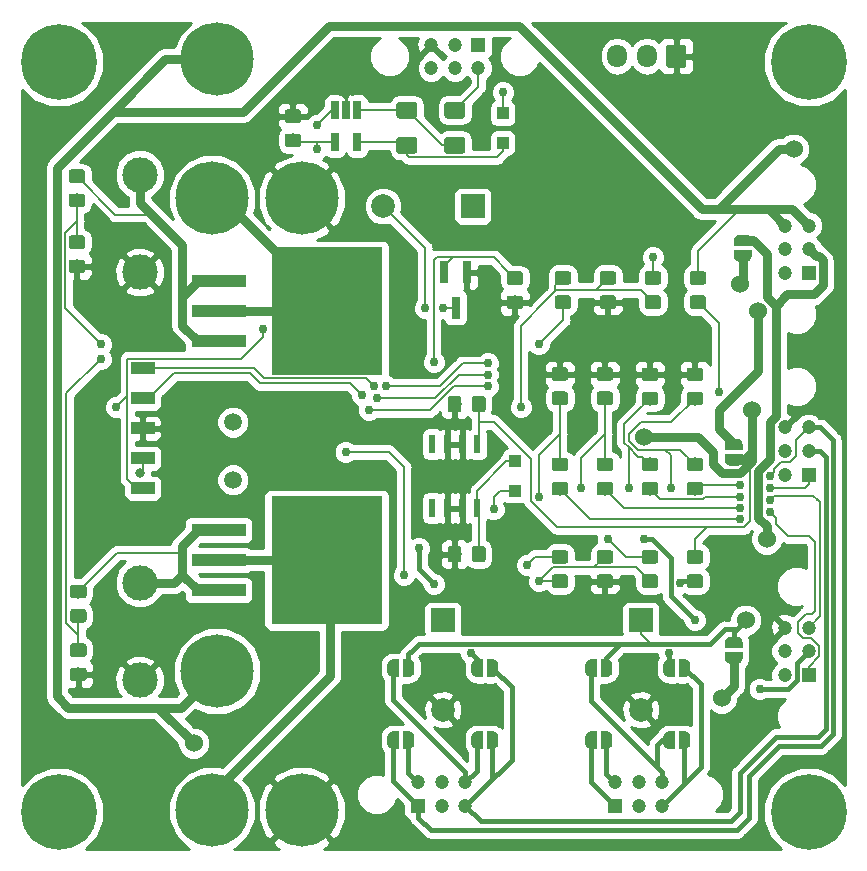
<source format=gbr>
G04 #@! TF.GenerationSoftware,KiCad,Pcbnew,(5.0.1)-3*
G04 #@! TF.CreationDate,2020-01-17T15:01:03-05:00*
G04 #@! TF.ProjectId,recovery_CAN,7265636F766572795F43414E2E6B6963,rev?*
G04 #@! TF.SameCoordinates,Original*
G04 #@! TF.FileFunction,Copper,L2,Bot,Signal*
G04 #@! TF.FilePolarity,Positive*
%FSLAX46Y46*%
G04 Gerber Fmt 4.6, Leading zero omitted, Abs format (unit mm)*
G04 Created by KiCad (PCBNEW (5.0.1)-3) date 2020-01-17 3:01:03 PM*
%MOMM*%
%LPD*%
G01*
G04 APERTURE LIST*
G04 #@! TA.AperFunction,ComponentPad*
%ADD10C,1.500000*%
G04 #@! TD*
G04 #@! TA.AperFunction,ComponentPad*
%ADD11C,3.000000*%
G04 #@! TD*
G04 #@! TA.AperFunction,SMDPad,CuDef*
%ADD12C,0.500000*%
G04 #@! TD*
G04 #@! TA.AperFunction,Conductor*
%ADD13C,0.100000*%
G04 #@! TD*
G04 #@! TA.AperFunction,ComponentPad*
%ADD14R,2.000000X2.000000*%
G04 #@! TD*
G04 #@! TA.AperFunction,ComponentPad*
%ADD15C,2.000000*%
G04 #@! TD*
G04 #@! TA.AperFunction,ComponentPad*
%ADD16C,1.200000*%
G04 #@! TD*
G04 #@! TA.AperFunction,ComponentPad*
%ADD17R,1.200000X1.200000*%
G04 #@! TD*
G04 #@! TA.AperFunction,SMDPad,CuDef*
%ADD18R,2.000000X1.000000*%
G04 #@! TD*
G04 #@! TA.AperFunction,SMDPad,CuDef*
%ADD19C,1.150000*%
G04 #@! TD*
G04 #@! TA.AperFunction,SMDPad,CuDef*
%ADD20R,0.600000X1.550000*%
G04 #@! TD*
G04 #@! TA.AperFunction,SMDPad,CuDef*
%ADD21R,0.650000X1.560000*%
G04 #@! TD*
G04 #@! TA.AperFunction,SMDPad,CuDef*
%ADD22C,1.425000*%
G04 #@! TD*
G04 #@! TA.AperFunction,ComponentPad*
%ADD23C,6.197600*%
G04 #@! TD*
G04 #@! TA.AperFunction,SMDPad,CuDef*
%ADD24R,1.000000X1.000000*%
G04 #@! TD*
G04 #@! TA.AperFunction,ComponentPad*
%ADD25C,1.700000*%
G04 #@! TD*
G04 #@! TA.AperFunction,ComponentPad*
%ADD26O,1.700000X1.950000*%
G04 #@! TD*
G04 #@! TA.AperFunction,SMDPad,CuDef*
%ADD27R,0.800000X1.900000*%
G04 #@! TD*
G04 #@! TA.AperFunction,ComponentPad*
%ADD28C,6.400000*%
G04 #@! TD*
G04 #@! TA.AperFunction,SMDPad,CuDef*
%ADD29R,4.600000X1.100000*%
G04 #@! TD*
G04 #@! TA.AperFunction,SMDPad,CuDef*
%ADD30R,9.400000X10.800000*%
G04 #@! TD*
G04 #@! TA.AperFunction,ViaPad*
%ADD31C,1.524000*%
G04 #@! TD*
G04 #@! TA.AperFunction,ViaPad*
%ADD32C,0.762000*%
G04 #@! TD*
G04 #@! TA.AperFunction,ViaPad*
%ADD33C,0.800000*%
G04 #@! TD*
G04 #@! TA.AperFunction,Conductor*
%ADD34C,0.762000*%
G04 #@! TD*
G04 #@! TA.AperFunction,Conductor*
%ADD35C,0.203200*%
G04 #@! TD*
G04 #@! TA.AperFunction,Conductor*
%ADD36C,0.381000*%
G04 #@! TD*
G04 #@! TA.AperFunction,Conductor*
%ADD37C,0.254000*%
G04 #@! TD*
G04 APERTURE END LIST*
D10*
G04 #@! TO.P,Y1,1*
G04 #@! TO.N,/OSC1*
X197612000Y-90424000D03*
G04 #@! TO.P,Y1,2*
G04 #@! TO.N,/OSC2*
X197612000Y-95304000D03*
G04 #@! TD*
D11*
G04 #@! TO.P,J3,2*
G04 #@! TO.N,Net-(D5-Pad2)*
X189738000Y-104018000D03*
G04 #@! TO.P,J3,1*
G04 #@! TO.N,GND*
X189738000Y-112268000D03*
G04 #@! TD*
D12*
G04 #@! TO.P,JP2,2*
G04 #@! TO.N,Net-(BZ2-Pad1)*
X240030000Y-92314000D03*
D13*
G04 #@! TD*
G04 #@! TO.N,Net-(BZ2-Pad1)*
G04 #@! TO.C,JP2*
G36*
X239280602Y-92314000D02*
X239280602Y-92289466D01*
X239285412Y-92240635D01*
X239294984Y-92192510D01*
X239309228Y-92145555D01*
X239328005Y-92100222D01*
X239351136Y-92056949D01*
X239378396Y-92016150D01*
X239409524Y-91978221D01*
X239444221Y-91943524D01*
X239482150Y-91912396D01*
X239522949Y-91885136D01*
X239566222Y-91862005D01*
X239611555Y-91843228D01*
X239658510Y-91828984D01*
X239706635Y-91819412D01*
X239755466Y-91814602D01*
X239780000Y-91814602D01*
X239780000Y-91814000D01*
X240280000Y-91814000D01*
X240280000Y-91814602D01*
X240304534Y-91814602D01*
X240353365Y-91819412D01*
X240401490Y-91828984D01*
X240448445Y-91843228D01*
X240493778Y-91862005D01*
X240537051Y-91885136D01*
X240577850Y-91912396D01*
X240615779Y-91943524D01*
X240650476Y-91978221D01*
X240681604Y-92016150D01*
X240708864Y-92056949D01*
X240731995Y-92100222D01*
X240750772Y-92145555D01*
X240765016Y-92192510D01*
X240774588Y-92240635D01*
X240779398Y-92289466D01*
X240779398Y-92314000D01*
X240780000Y-92314000D01*
X240780000Y-92814000D01*
X239280000Y-92814000D01*
X239280000Y-92314000D01*
X239280602Y-92314000D01*
X239280602Y-92314000D01*
G37*
D12*
G04 #@! TO.P,JP2,1*
G04 #@! TO.N,+BATT*
X240030000Y-93614000D03*
D13*
G04 #@! TD*
G04 #@! TO.N,+BATT*
G04 #@! TO.C,JP2*
G36*
X240780000Y-93114000D02*
X240780000Y-93614000D01*
X240779398Y-93614000D01*
X240779398Y-93638534D01*
X240774588Y-93687365D01*
X240765016Y-93735490D01*
X240750772Y-93782445D01*
X240731995Y-93827778D01*
X240708864Y-93871051D01*
X240681604Y-93911850D01*
X240650476Y-93949779D01*
X240615779Y-93984476D01*
X240577850Y-94015604D01*
X240537051Y-94042864D01*
X240493778Y-94065995D01*
X240448445Y-94084772D01*
X240401490Y-94099016D01*
X240353365Y-94108588D01*
X240304534Y-94113398D01*
X240280000Y-94113398D01*
X240280000Y-94114000D01*
X239780000Y-94114000D01*
X239780000Y-94113398D01*
X239755466Y-94113398D01*
X239706635Y-94108588D01*
X239658510Y-94099016D01*
X239611555Y-94084772D01*
X239566222Y-94065995D01*
X239522949Y-94042864D01*
X239482150Y-94015604D01*
X239444221Y-93984476D01*
X239409524Y-93949779D01*
X239378396Y-93911850D01*
X239351136Y-93871051D01*
X239328005Y-93827778D01*
X239309228Y-93782445D01*
X239294984Y-93735490D01*
X239285412Y-93687365D01*
X239280602Y-93638534D01*
X239280602Y-93614000D01*
X239280000Y-93614000D01*
X239280000Y-93114000D01*
X240780000Y-93114000D01*
X240780000Y-93114000D01*
G37*
D14*
G04 #@! TO.P,BZ3,1*
G04 #@! TO.N,+5V*
X217932000Y-72136000D03*
D15*
G04 #@! TO.P,BZ3,2*
G04 #@! TO.N,Net-(BZ3-Pad2)*
X210332000Y-72136000D03*
G04 #@! TD*
D16*
G04 #@! TO.P,J7,4*
G04 #@! TO.N,/altimeters/D1+*
X244364000Y-94876000D03*
G04 #@! TO.P,J7,5*
G04 #@! TO.N,Net-(BZ2-Pad1)*
X244364000Y-92876000D03*
G04 #@! TO.P,J7,6*
G04 #@! TO.N,GND*
X244364000Y-90876000D03*
G04 #@! TO.P,J7,3*
G04 #@! TO.N,/altimeters/M1_PYRO*
X246364000Y-90876000D03*
D17*
G04 #@! TO.P,J7,1*
G04 #@! TO.N,/altimeters/D1_PYRO*
X246364000Y-94876000D03*
D16*
G04 #@! TO.P,J7,2*
G04 #@! TO.N,/altimeters/M1+*
X246364000Y-92876000D03*
G04 #@! TD*
D18*
G04 #@! TO.P,J1,5*
G04 #@! TO.N,/~MCLR*
X189992000Y-96012000D03*
G04 #@! TO.P,J1,4*
G04 #@! TO.N,+5V*
X189992000Y-93472000D03*
G04 #@! TO.P,J1,3*
G04 #@! TO.N,GND*
X189992000Y-90932000D03*
G04 #@! TO.P,J1,2*
G04 #@! TO.N,/ICSPDAT*
X189992000Y-88392000D03*
G04 #@! TO.P,J1,1*
G04 #@! TO.N,/ICSPCLK*
X189992000Y-85852000D03*
G04 #@! TD*
D13*
G04 #@! TO.N,Net-(C4-Pad1)*
G04 #@! TO.C,C4*
G36*
X218789505Y-100901204D02*
X218813773Y-100904804D01*
X218837572Y-100910765D01*
X218860671Y-100919030D01*
X218882850Y-100929520D01*
X218903893Y-100942132D01*
X218923599Y-100956747D01*
X218941777Y-100973223D01*
X218958253Y-100991401D01*
X218972868Y-101011107D01*
X218985480Y-101032150D01*
X218995970Y-101054329D01*
X219004235Y-101077428D01*
X219010196Y-101101227D01*
X219013796Y-101125495D01*
X219015000Y-101149999D01*
X219015000Y-102050001D01*
X219013796Y-102074505D01*
X219010196Y-102098773D01*
X219004235Y-102122572D01*
X218995970Y-102145671D01*
X218985480Y-102167850D01*
X218972868Y-102188893D01*
X218958253Y-102208599D01*
X218941777Y-102226777D01*
X218923599Y-102243253D01*
X218903893Y-102257868D01*
X218882850Y-102270480D01*
X218860671Y-102280970D01*
X218837572Y-102289235D01*
X218813773Y-102295196D01*
X218789505Y-102298796D01*
X218765001Y-102300000D01*
X218114999Y-102300000D01*
X218090495Y-102298796D01*
X218066227Y-102295196D01*
X218042428Y-102289235D01*
X218019329Y-102280970D01*
X217997150Y-102270480D01*
X217976107Y-102257868D01*
X217956401Y-102243253D01*
X217938223Y-102226777D01*
X217921747Y-102208599D01*
X217907132Y-102188893D01*
X217894520Y-102167850D01*
X217884030Y-102145671D01*
X217875765Y-102122572D01*
X217869804Y-102098773D01*
X217866204Y-102074505D01*
X217865000Y-102050001D01*
X217865000Y-101149999D01*
X217866204Y-101125495D01*
X217869804Y-101101227D01*
X217875765Y-101077428D01*
X217884030Y-101054329D01*
X217894520Y-101032150D01*
X217907132Y-101011107D01*
X217921747Y-100991401D01*
X217938223Y-100973223D01*
X217956401Y-100956747D01*
X217976107Y-100942132D01*
X217997150Y-100929520D01*
X218019329Y-100919030D01*
X218042428Y-100910765D01*
X218066227Y-100904804D01*
X218090495Y-100901204D01*
X218114999Y-100900000D01*
X218765001Y-100900000D01*
X218789505Y-100901204D01*
X218789505Y-100901204D01*
G37*
D19*
G04 #@! TD*
G04 #@! TO.P,C4,1*
G04 #@! TO.N,Net-(C4-Pad1)*
X218440000Y-101600000D03*
D13*
G04 #@! TO.N,GND*
G04 #@! TO.C,C4*
G36*
X216739505Y-100901204D02*
X216763773Y-100904804D01*
X216787572Y-100910765D01*
X216810671Y-100919030D01*
X216832850Y-100929520D01*
X216853893Y-100942132D01*
X216873599Y-100956747D01*
X216891777Y-100973223D01*
X216908253Y-100991401D01*
X216922868Y-101011107D01*
X216935480Y-101032150D01*
X216945970Y-101054329D01*
X216954235Y-101077428D01*
X216960196Y-101101227D01*
X216963796Y-101125495D01*
X216965000Y-101149999D01*
X216965000Y-102050001D01*
X216963796Y-102074505D01*
X216960196Y-102098773D01*
X216954235Y-102122572D01*
X216945970Y-102145671D01*
X216935480Y-102167850D01*
X216922868Y-102188893D01*
X216908253Y-102208599D01*
X216891777Y-102226777D01*
X216873599Y-102243253D01*
X216853893Y-102257868D01*
X216832850Y-102270480D01*
X216810671Y-102280970D01*
X216787572Y-102289235D01*
X216763773Y-102295196D01*
X216739505Y-102298796D01*
X216715001Y-102300000D01*
X216064999Y-102300000D01*
X216040495Y-102298796D01*
X216016227Y-102295196D01*
X215992428Y-102289235D01*
X215969329Y-102280970D01*
X215947150Y-102270480D01*
X215926107Y-102257868D01*
X215906401Y-102243253D01*
X215888223Y-102226777D01*
X215871747Y-102208599D01*
X215857132Y-102188893D01*
X215844520Y-102167850D01*
X215834030Y-102145671D01*
X215825765Y-102122572D01*
X215819804Y-102098773D01*
X215816204Y-102074505D01*
X215815000Y-102050001D01*
X215815000Y-101149999D01*
X215816204Y-101125495D01*
X215819804Y-101101227D01*
X215825765Y-101077428D01*
X215834030Y-101054329D01*
X215844520Y-101032150D01*
X215857132Y-101011107D01*
X215871747Y-100991401D01*
X215888223Y-100973223D01*
X215906401Y-100956747D01*
X215926107Y-100942132D01*
X215947150Y-100929520D01*
X215969329Y-100919030D01*
X215992428Y-100910765D01*
X216016227Y-100904804D01*
X216040495Y-100901204D01*
X216064999Y-100900000D01*
X216715001Y-100900000D01*
X216739505Y-100901204D01*
X216739505Y-100901204D01*
G37*
D19*
G04 #@! TD*
G04 #@! TO.P,C4,2*
G04 #@! TO.N,GND*
X216390000Y-101600000D03*
D13*
G04 #@! TO.N,GND*
G04 #@! TO.C,C5*
G36*
X216739505Y-88201204D02*
X216763773Y-88204804D01*
X216787572Y-88210765D01*
X216810671Y-88219030D01*
X216832850Y-88229520D01*
X216853893Y-88242132D01*
X216873599Y-88256747D01*
X216891777Y-88273223D01*
X216908253Y-88291401D01*
X216922868Y-88311107D01*
X216935480Y-88332150D01*
X216945970Y-88354329D01*
X216954235Y-88377428D01*
X216960196Y-88401227D01*
X216963796Y-88425495D01*
X216965000Y-88449999D01*
X216965000Y-89350001D01*
X216963796Y-89374505D01*
X216960196Y-89398773D01*
X216954235Y-89422572D01*
X216945970Y-89445671D01*
X216935480Y-89467850D01*
X216922868Y-89488893D01*
X216908253Y-89508599D01*
X216891777Y-89526777D01*
X216873599Y-89543253D01*
X216853893Y-89557868D01*
X216832850Y-89570480D01*
X216810671Y-89580970D01*
X216787572Y-89589235D01*
X216763773Y-89595196D01*
X216739505Y-89598796D01*
X216715001Y-89600000D01*
X216064999Y-89600000D01*
X216040495Y-89598796D01*
X216016227Y-89595196D01*
X215992428Y-89589235D01*
X215969329Y-89580970D01*
X215947150Y-89570480D01*
X215926107Y-89557868D01*
X215906401Y-89543253D01*
X215888223Y-89526777D01*
X215871747Y-89508599D01*
X215857132Y-89488893D01*
X215844520Y-89467850D01*
X215834030Y-89445671D01*
X215825765Y-89422572D01*
X215819804Y-89398773D01*
X215816204Y-89374505D01*
X215815000Y-89350001D01*
X215815000Y-88449999D01*
X215816204Y-88425495D01*
X215819804Y-88401227D01*
X215825765Y-88377428D01*
X215834030Y-88354329D01*
X215844520Y-88332150D01*
X215857132Y-88311107D01*
X215871747Y-88291401D01*
X215888223Y-88273223D01*
X215906401Y-88256747D01*
X215926107Y-88242132D01*
X215947150Y-88229520D01*
X215969329Y-88219030D01*
X215992428Y-88210765D01*
X216016227Y-88204804D01*
X216040495Y-88201204D01*
X216064999Y-88200000D01*
X216715001Y-88200000D01*
X216739505Y-88201204D01*
X216739505Y-88201204D01*
G37*
D19*
G04 #@! TD*
G04 #@! TO.P,C5,2*
G04 #@! TO.N,GND*
X216390000Y-88900000D03*
D13*
G04 #@! TO.N,+BATT*
G04 #@! TO.C,C5*
G36*
X218789505Y-88201204D02*
X218813773Y-88204804D01*
X218837572Y-88210765D01*
X218860671Y-88219030D01*
X218882850Y-88229520D01*
X218903893Y-88242132D01*
X218923599Y-88256747D01*
X218941777Y-88273223D01*
X218958253Y-88291401D01*
X218972868Y-88311107D01*
X218985480Y-88332150D01*
X218995970Y-88354329D01*
X219004235Y-88377428D01*
X219010196Y-88401227D01*
X219013796Y-88425495D01*
X219015000Y-88449999D01*
X219015000Y-89350001D01*
X219013796Y-89374505D01*
X219010196Y-89398773D01*
X219004235Y-89422572D01*
X218995970Y-89445671D01*
X218985480Y-89467850D01*
X218972868Y-89488893D01*
X218958253Y-89508599D01*
X218941777Y-89526777D01*
X218923599Y-89543253D01*
X218903893Y-89557868D01*
X218882850Y-89570480D01*
X218860671Y-89580970D01*
X218837572Y-89589235D01*
X218813773Y-89595196D01*
X218789505Y-89598796D01*
X218765001Y-89600000D01*
X218114999Y-89600000D01*
X218090495Y-89598796D01*
X218066227Y-89595196D01*
X218042428Y-89589235D01*
X218019329Y-89580970D01*
X217997150Y-89570480D01*
X217976107Y-89557868D01*
X217956401Y-89543253D01*
X217938223Y-89526777D01*
X217921747Y-89508599D01*
X217907132Y-89488893D01*
X217894520Y-89467850D01*
X217884030Y-89445671D01*
X217875765Y-89422572D01*
X217869804Y-89398773D01*
X217866204Y-89374505D01*
X217865000Y-89350001D01*
X217865000Y-88449999D01*
X217866204Y-88425495D01*
X217869804Y-88401227D01*
X217875765Y-88377428D01*
X217884030Y-88354329D01*
X217894520Y-88332150D01*
X217907132Y-88311107D01*
X217921747Y-88291401D01*
X217938223Y-88273223D01*
X217956401Y-88256747D01*
X217976107Y-88242132D01*
X217997150Y-88229520D01*
X218019329Y-88219030D01*
X218042428Y-88210765D01*
X218066227Y-88204804D01*
X218090495Y-88201204D01*
X218114999Y-88200000D01*
X218765001Y-88200000D01*
X218789505Y-88201204D01*
X218789505Y-88201204D01*
G37*
D19*
G04 #@! TD*
G04 #@! TO.P,C5,1*
G04 #@! TO.N,+BATT*
X218440000Y-88900000D03*
D13*
G04 #@! TO.N,GND*
G04 #@! TO.C,C6*
G36*
X203166505Y-63942204D02*
X203190773Y-63945804D01*
X203214572Y-63951765D01*
X203237671Y-63960030D01*
X203259850Y-63970520D01*
X203280893Y-63983132D01*
X203300599Y-63997747D01*
X203318777Y-64014223D01*
X203335253Y-64032401D01*
X203349868Y-64052107D01*
X203362480Y-64073150D01*
X203372970Y-64095329D01*
X203381235Y-64118428D01*
X203387196Y-64142227D01*
X203390796Y-64166495D01*
X203392000Y-64190999D01*
X203392000Y-64841001D01*
X203390796Y-64865505D01*
X203387196Y-64889773D01*
X203381235Y-64913572D01*
X203372970Y-64936671D01*
X203362480Y-64958850D01*
X203349868Y-64979893D01*
X203335253Y-64999599D01*
X203318777Y-65017777D01*
X203300599Y-65034253D01*
X203280893Y-65048868D01*
X203259850Y-65061480D01*
X203237671Y-65071970D01*
X203214572Y-65080235D01*
X203190773Y-65086196D01*
X203166505Y-65089796D01*
X203142001Y-65091000D01*
X202241999Y-65091000D01*
X202217495Y-65089796D01*
X202193227Y-65086196D01*
X202169428Y-65080235D01*
X202146329Y-65071970D01*
X202124150Y-65061480D01*
X202103107Y-65048868D01*
X202083401Y-65034253D01*
X202065223Y-65017777D01*
X202048747Y-64999599D01*
X202034132Y-64979893D01*
X202021520Y-64958850D01*
X202011030Y-64936671D01*
X202002765Y-64913572D01*
X201996804Y-64889773D01*
X201993204Y-64865505D01*
X201992000Y-64841001D01*
X201992000Y-64190999D01*
X201993204Y-64166495D01*
X201996804Y-64142227D01*
X202002765Y-64118428D01*
X202011030Y-64095329D01*
X202021520Y-64073150D01*
X202034132Y-64052107D01*
X202048747Y-64032401D01*
X202065223Y-64014223D01*
X202083401Y-63997747D01*
X202103107Y-63983132D01*
X202124150Y-63970520D01*
X202146329Y-63960030D01*
X202169428Y-63951765D01*
X202193227Y-63945804D01*
X202217495Y-63942204D01*
X202241999Y-63941000D01*
X203142001Y-63941000D01*
X203166505Y-63942204D01*
X203166505Y-63942204D01*
G37*
D19*
G04 #@! TD*
G04 #@! TO.P,C6,1*
G04 #@! TO.N,GND*
X202692000Y-64516000D03*
D13*
G04 #@! TO.N,+5V*
G04 #@! TO.C,C6*
G36*
X203166505Y-65992204D02*
X203190773Y-65995804D01*
X203214572Y-66001765D01*
X203237671Y-66010030D01*
X203259850Y-66020520D01*
X203280893Y-66033132D01*
X203300599Y-66047747D01*
X203318777Y-66064223D01*
X203335253Y-66082401D01*
X203349868Y-66102107D01*
X203362480Y-66123150D01*
X203372970Y-66145329D01*
X203381235Y-66168428D01*
X203387196Y-66192227D01*
X203390796Y-66216495D01*
X203392000Y-66240999D01*
X203392000Y-66891001D01*
X203390796Y-66915505D01*
X203387196Y-66939773D01*
X203381235Y-66963572D01*
X203372970Y-66986671D01*
X203362480Y-67008850D01*
X203349868Y-67029893D01*
X203335253Y-67049599D01*
X203318777Y-67067777D01*
X203300599Y-67084253D01*
X203280893Y-67098868D01*
X203259850Y-67111480D01*
X203237671Y-67121970D01*
X203214572Y-67130235D01*
X203190773Y-67136196D01*
X203166505Y-67139796D01*
X203142001Y-67141000D01*
X202241999Y-67141000D01*
X202217495Y-67139796D01*
X202193227Y-67136196D01*
X202169428Y-67130235D01*
X202146329Y-67121970D01*
X202124150Y-67111480D01*
X202103107Y-67098868D01*
X202083401Y-67084253D01*
X202065223Y-67067777D01*
X202048747Y-67049599D01*
X202034132Y-67029893D01*
X202021520Y-67008850D01*
X202011030Y-66986671D01*
X202002765Y-66963572D01*
X201996804Y-66939773D01*
X201993204Y-66915505D01*
X201992000Y-66891001D01*
X201992000Y-66240999D01*
X201993204Y-66216495D01*
X201996804Y-66192227D01*
X202002765Y-66168428D01*
X202011030Y-66145329D01*
X202021520Y-66123150D01*
X202034132Y-66102107D01*
X202048747Y-66082401D01*
X202065223Y-66064223D01*
X202083401Y-66047747D01*
X202103107Y-66033132D01*
X202124150Y-66020520D01*
X202146329Y-66010030D01*
X202169428Y-66001765D01*
X202193227Y-65995804D01*
X202217495Y-65992204D01*
X202241999Y-65991000D01*
X203142001Y-65991000D01*
X203166505Y-65992204D01*
X203166505Y-65992204D01*
G37*
D19*
G04 #@! TD*
G04 #@! TO.P,C6,2*
G04 #@! TO.N,+5V*
X202692000Y-66566000D03*
D20*
G04 #@! TO.P,U3,1*
G04 #@! TO.N,Net-(C4-Pad1)*
X218313000Y-97696000D03*
G04 #@! TO.P,U3,2*
G04 #@! TO.N,GND*
X217043000Y-97696000D03*
G04 #@! TO.P,U3,3*
X215773000Y-97696000D03*
G04 #@! TO.P,U3,4*
G04 #@! TO.N,Net-(U3-Pad4)*
X214503000Y-97696000D03*
G04 #@! TO.P,U3,5*
G04 #@! TO.N,Net-(U3-Pad5)*
X214503000Y-92296000D03*
G04 #@! TO.P,U3,6*
G04 #@! TO.N,GND*
X215773000Y-92296000D03*
G04 #@! TO.P,U3,7*
X217043000Y-92296000D03*
G04 #@! TO.P,U3,8*
G04 #@! TO.N,+BATT*
X218313000Y-92296000D03*
G04 #@! TD*
D21*
G04 #@! TO.P,U4,1*
G04 #@! TO.N,/power/CURR_AMP*
X206248000Y-64008000D03*
G04 #@! TO.P,U4,2*
G04 #@! TO.N,GND*
X207198000Y-64008000D03*
G04 #@! TO.P,U4,3*
G04 #@! TO.N,Net-(F1-Pad1)*
X208148000Y-64008000D03*
G04 #@! TO.P,U4,4*
G04 #@! TO.N,Net-(D3-Pad2)*
X208148000Y-66708000D03*
G04 #@! TO.P,U4,5*
G04 #@! TO.N,+5V*
X206248000Y-66708000D03*
G04 #@! TD*
D12*
G04 #@! TO.P,JP1,1*
G04 #@! TO.N,+BATT*
X240030000Y-110378000D03*
D13*
G04 #@! TD*
G04 #@! TO.N,+BATT*
G04 #@! TO.C,JP1*
G36*
X240780000Y-109878000D02*
X240780000Y-110378000D01*
X240779398Y-110378000D01*
X240779398Y-110402534D01*
X240774588Y-110451365D01*
X240765016Y-110499490D01*
X240750772Y-110546445D01*
X240731995Y-110591778D01*
X240708864Y-110635051D01*
X240681604Y-110675850D01*
X240650476Y-110713779D01*
X240615779Y-110748476D01*
X240577850Y-110779604D01*
X240537051Y-110806864D01*
X240493778Y-110829995D01*
X240448445Y-110848772D01*
X240401490Y-110863016D01*
X240353365Y-110872588D01*
X240304534Y-110877398D01*
X240280000Y-110877398D01*
X240280000Y-110878000D01*
X239780000Y-110878000D01*
X239780000Y-110877398D01*
X239755466Y-110877398D01*
X239706635Y-110872588D01*
X239658510Y-110863016D01*
X239611555Y-110848772D01*
X239566222Y-110829995D01*
X239522949Y-110806864D01*
X239482150Y-110779604D01*
X239444221Y-110748476D01*
X239409524Y-110713779D01*
X239378396Y-110675850D01*
X239351136Y-110635051D01*
X239328005Y-110591778D01*
X239309228Y-110546445D01*
X239294984Y-110499490D01*
X239285412Y-110451365D01*
X239280602Y-110402534D01*
X239280602Y-110378000D01*
X239280000Y-110378000D01*
X239280000Y-109878000D01*
X240780000Y-109878000D01*
X240780000Y-109878000D01*
G37*
D12*
G04 #@! TO.P,JP1,2*
G04 #@! TO.N,Net-(BZ1-Pad1)*
X240030000Y-109078000D03*
D13*
G04 #@! TD*
G04 #@! TO.N,Net-(BZ1-Pad1)*
G04 #@! TO.C,JP1*
G36*
X239280602Y-109078000D02*
X239280602Y-109053466D01*
X239285412Y-109004635D01*
X239294984Y-108956510D01*
X239309228Y-108909555D01*
X239328005Y-108864222D01*
X239351136Y-108820949D01*
X239378396Y-108780150D01*
X239409524Y-108742221D01*
X239444221Y-108707524D01*
X239482150Y-108676396D01*
X239522949Y-108649136D01*
X239566222Y-108626005D01*
X239611555Y-108607228D01*
X239658510Y-108592984D01*
X239706635Y-108583412D01*
X239755466Y-108578602D01*
X239780000Y-108578602D01*
X239780000Y-108578000D01*
X240280000Y-108578000D01*
X240280000Y-108578602D01*
X240304534Y-108578602D01*
X240353365Y-108583412D01*
X240401490Y-108592984D01*
X240448445Y-108607228D01*
X240493778Y-108626005D01*
X240537051Y-108649136D01*
X240577850Y-108676396D01*
X240615779Y-108707524D01*
X240650476Y-108742221D01*
X240681604Y-108780150D01*
X240708864Y-108820949D01*
X240731995Y-108864222D01*
X240750772Y-108909555D01*
X240765016Y-108956510D01*
X240774588Y-109004635D01*
X240779398Y-109053466D01*
X240779398Y-109078000D01*
X240780000Y-109078000D01*
X240780000Y-109578000D01*
X239280000Y-109578000D01*
X239280000Y-109078000D01*
X239280602Y-109078000D01*
X239280602Y-109078000D01*
G37*
G04 #@! TO.N,/power/VBAT1*
G04 #@! TO.C,R4*
G36*
X184878505Y-71072204D02*
X184902773Y-71075804D01*
X184926572Y-71081765D01*
X184949671Y-71090030D01*
X184971850Y-71100520D01*
X184992893Y-71113132D01*
X185012599Y-71127747D01*
X185030777Y-71144223D01*
X185047253Y-71162401D01*
X185061868Y-71182107D01*
X185074480Y-71203150D01*
X185084970Y-71225329D01*
X185093235Y-71248428D01*
X185099196Y-71272227D01*
X185102796Y-71296495D01*
X185104000Y-71320999D01*
X185104000Y-71971001D01*
X185102796Y-71995505D01*
X185099196Y-72019773D01*
X185093235Y-72043572D01*
X185084970Y-72066671D01*
X185074480Y-72088850D01*
X185061868Y-72109893D01*
X185047253Y-72129599D01*
X185030777Y-72147777D01*
X185012599Y-72164253D01*
X184992893Y-72178868D01*
X184971850Y-72191480D01*
X184949671Y-72201970D01*
X184926572Y-72210235D01*
X184902773Y-72216196D01*
X184878505Y-72219796D01*
X184854001Y-72221000D01*
X183953999Y-72221000D01*
X183929495Y-72219796D01*
X183905227Y-72216196D01*
X183881428Y-72210235D01*
X183858329Y-72201970D01*
X183836150Y-72191480D01*
X183815107Y-72178868D01*
X183795401Y-72164253D01*
X183777223Y-72147777D01*
X183760747Y-72129599D01*
X183746132Y-72109893D01*
X183733520Y-72088850D01*
X183723030Y-72066671D01*
X183714765Y-72043572D01*
X183708804Y-72019773D01*
X183705204Y-71995505D01*
X183704000Y-71971001D01*
X183704000Y-71320999D01*
X183705204Y-71296495D01*
X183708804Y-71272227D01*
X183714765Y-71248428D01*
X183723030Y-71225329D01*
X183733520Y-71203150D01*
X183746132Y-71182107D01*
X183760747Y-71162401D01*
X183777223Y-71144223D01*
X183795401Y-71127747D01*
X183815107Y-71113132D01*
X183836150Y-71100520D01*
X183858329Y-71090030D01*
X183881428Y-71081765D01*
X183905227Y-71075804D01*
X183929495Y-71072204D01*
X183953999Y-71071000D01*
X184854001Y-71071000D01*
X184878505Y-71072204D01*
X184878505Y-71072204D01*
G37*
D19*
G04 #@! TD*
G04 #@! TO.P,R4,2*
G04 #@! TO.N,/power/VBAT1*
X184404000Y-71646000D03*
D13*
G04 #@! TO.N,Net-(D4-Pad2)*
G04 #@! TO.C,R4*
G36*
X184878505Y-69022204D02*
X184902773Y-69025804D01*
X184926572Y-69031765D01*
X184949671Y-69040030D01*
X184971850Y-69050520D01*
X184992893Y-69063132D01*
X185012599Y-69077747D01*
X185030777Y-69094223D01*
X185047253Y-69112401D01*
X185061868Y-69132107D01*
X185074480Y-69153150D01*
X185084970Y-69175329D01*
X185093235Y-69198428D01*
X185099196Y-69222227D01*
X185102796Y-69246495D01*
X185104000Y-69270999D01*
X185104000Y-69921001D01*
X185102796Y-69945505D01*
X185099196Y-69969773D01*
X185093235Y-69993572D01*
X185084970Y-70016671D01*
X185074480Y-70038850D01*
X185061868Y-70059893D01*
X185047253Y-70079599D01*
X185030777Y-70097777D01*
X185012599Y-70114253D01*
X184992893Y-70128868D01*
X184971850Y-70141480D01*
X184949671Y-70151970D01*
X184926572Y-70160235D01*
X184902773Y-70166196D01*
X184878505Y-70169796D01*
X184854001Y-70171000D01*
X183953999Y-70171000D01*
X183929495Y-70169796D01*
X183905227Y-70166196D01*
X183881428Y-70160235D01*
X183858329Y-70151970D01*
X183836150Y-70141480D01*
X183815107Y-70128868D01*
X183795401Y-70114253D01*
X183777223Y-70097777D01*
X183760747Y-70079599D01*
X183746132Y-70059893D01*
X183733520Y-70038850D01*
X183723030Y-70016671D01*
X183714765Y-69993572D01*
X183708804Y-69969773D01*
X183705204Y-69945505D01*
X183704000Y-69921001D01*
X183704000Y-69270999D01*
X183705204Y-69246495D01*
X183708804Y-69222227D01*
X183714765Y-69198428D01*
X183723030Y-69175329D01*
X183733520Y-69153150D01*
X183746132Y-69132107D01*
X183760747Y-69112401D01*
X183777223Y-69094223D01*
X183795401Y-69077747D01*
X183815107Y-69063132D01*
X183836150Y-69050520D01*
X183858329Y-69040030D01*
X183881428Y-69031765D01*
X183905227Y-69025804D01*
X183929495Y-69022204D01*
X183953999Y-69021000D01*
X184854001Y-69021000D01*
X184878505Y-69022204D01*
X184878505Y-69022204D01*
G37*
D19*
G04 #@! TD*
G04 #@! TO.P,R4,1*
G04 #@! TO.N,Net-(D4-Pad2)*
X184404000Y-69596000D03*
D13*
G04 #@! TO.N,/power/VBAT1*
G04 #@! TO.C,R5*
G36*
X184878505Y-74610204D02*
X184902773Y-74613804D01*
X184926572Y-74619765D01*
X184949671Y-74628030D01*
X184971850Y-74638520D01*
X184992893Y-74651132D01*
X185012599Y-74665747D01*
X185030777Y-74682223D01*
X185047253Y-74700401D01*
X185061868Y-74720107D01*
X185074480Y-74741150D01*
X185084970Y-74763329D01*
X185093235Y-74786428D01*
X185099196Y-74810227D01*
X185102796Y-74834495D01*
X185104000Y-74858999D01*
X185104000Y-75509001D01*
X185102796Y-75533505D01*
X185099196Y-75557773D01*
X185093235Y-75581572D01*
X185084970Y-75604671D01*
X185074480Y-75626850D01*
X185061868Y-75647893D01*
X185047253Y-75667599D01*
X185030777Y-75685777D01*
X185012599Y-75702253D01*
X184992893Y-75716868D01*
X184971850Y-75729480D01*
X184949671Y-75739970D01*
X184926572Y-75748235D01*
X184902773Y-75754196D01*
X184878505Y-75757796D01*
X184854001Y-75759000D01*
X183953999Y-75759000D01*
X183929495Y-75757796D01*
X183905227Y-75754196D01*
X183881428Y-75748235D01*
X183858329Y-75739970D01*
X183836150Y-75729480D01*
X183815107Y-75716868D01*
X183795401Y-75702253D01*
X183777223Y-75685777D01*
X183760747Y-75667599D01*
X183746132Y-75647893D01*
X183733520Y-75626850D01*
X183723030Y-75604671D01*
X183714765Y-75581572D01*
X183708804Y-75557773D01*
X183705204Y-75533505D01*
X183704000Y-75509001D01*
X183704000Y-74858999D01*
X183705204Y-74834495D01*
X183708804Y-74810227D01*
X183714765Y-74786428D01*
X183723030Y-74763329D01*
X183733520Y-74741150D01*
X183746132Y-74720107D01*
X183760747Y-74700401D01*
X183777223Y-74682223D01*
X183795401Y-74665747D01*
X183815107Y-74651132D01*
X183836150Y-74638520D01*
X183858329Y-74628030D01*
X183881428Y-74619765D01*
X183905227Y-74613804D01*
X183929495Y-74610204D01*
X183953999Y-74609000D01*
X184854001Y-74609000D01*
X184878505Y-74610204D01*
X184878505Y-74610204D01*
G37*
D19*
G04 #@! TD*
G04 #@! TO.P,R5,1*
G04 #@! TO.N,/power/VBAT1*
X184404000Y-75184000D03*
D13*
G04 #@! TO.N,GND*
G04 #@! TO.C,R5*
G36*
X184878505Y-76660204D02*
X184902773Y-76663804D01*
X184926572Y-76669765D01*
X184949671Y-76678030D01*
X184971850Y-76688520D01*
X184992893Y-76701132D01*
X185012599Y-76715747D01*
X185030777Y-76732223D01*
X185047253Y-76750401D01*
X185061868Y-76770107D01*
X185074480Y-76791150D01*
X185084970Y-76813329D01*
X185093235Y-76836428D01*
X185099196Y-76860227D01*
X185102796Y-76884495D01*
X185104000Y-76908999D01*
X185104000Y-77559001D01*
X185102796Y-77583505D01*
X185099196Y-77607773D01*
X185093235Y-77631572D01*
X185084970Y-77654671D01*
X185074480Y-77676850D01*
X185061868Y-77697893D01*
X185047253Y-77717599D01*
X185030777Y-77735777D01*
X185012599Y-77752253D01*
X184992893Y-77766868D01*
X184971850Y-77779480D01*
X184949671Y-77789970D01*
X184926572Y-77798235D01*
X184902773Y-77804196D01*
X184878505Y-77807796D01*
X184854001Y-77809000D01*
X183953999Y-77809000D01*
X183929495Y-77807796D01*
X183905227Y-77804196D01*
X183881428Y-77798235D01*
X183858329Y-77789970D01*
X183836150Y-77779480D01*
X183815107Y-77766868D01*
X183795401Y-77752253D01*
X183777223Y-77735777D01*
X183760747Y-77717599D01*
X183746132Y-77697893D01*
X183733520Y-77676850D01*
X183723030Y-77654671D01*
X183714765Y-77631572D01*
X183708804Y-77607773D01*
X183705204Y-77583505D01*
X183704000Y-77559001D01*
X183704000Y-76908999D01*
X183705204Y-76884495D01*
X183708804Y-76860227D01*
X183714765Y-76836428D01*
X183723030Y-76813329D01*
X183733520Y-76791150D01*
X183746132Y-76770107D01*
X183760747Y-76750401D01*
X183777223Y-76732223D01*
X183795401Y-76715747D01*
X183815107Y-76701132D01*
X183836150Y-76688520D01*
X183858329Y-76678030D01*
X183881428Y-76669765D01*
X183905227Y-76663804D01*
X183929495Y-76660204D01*
X183953999Y-76659000D01*
X184854001Y-76659000D01*
X184878505Y-76660204D01*
X184878505Y-76660204D01*
G37*
D19*
G04 #@! TD*
G04 #@! TO.P,R5,2*
G04 #@! TO.N,GND*
X184404000Y-77234000D03*
D13*
G04 #@! TO.N,/power/VBAT2*
G04 #@! TO.C,R6*
G36*
X185005505Y-106242204D02*
X185029773Y-106245804D01*
X185053572Y-106251765D01*
X185076671Y-106260030D01*
X185098850Y-106270520D01*
X185119893Y-106283132D01*
X185139599Y-106297747D01*
X185157777Y-106314223D01*
X185174253Y-106332401D01*
X185188868Y-106352107D01*
X185201480Y-106373150D01*
X185211970Y-106395329D01*
X185220235Y-106418428D01*
X185226196Y-106442227D01*
X185229796Y-106466495D01*
X185231000Y-106490999D01*
X185231000Y-107141001D01*
X185229796Y-107165505D01*
X185226196Y-107189773D01*
X185220235Y-107213572D01*
X185211970Y-107236671D01*
X185201480Y-107258850D01*
X185188868Y-107279893D01*
X185174253Y-107299599D01*
X185157777Y-107317777D01*
X185139599Y-107334253D01*
X185119893Y-107348868D01*
X185098850Y-107361480D01*
X185076671Y-107371970D01*
X185053572Y-107380235D01*
X185029773Y-107386196D01*
X185005505Y-107389796D01*
X184981001Y-107391000D01*
X184080999Y-107391000D01*
X184056495Y-107389796D01*
X184032227Y-107386196D01*
X184008428Y-107380235D01*
X183985329Y-107371970D01*
X183963150Y-107361480D01*
X183942107Y-107348868D01*
X183922401Y-107334253D01*
X183904223Y-107317777D01*
X183887747Y-107299599D01*
X183873132Y-107279893D01*
X183860520Y-107258850D01*
X183850030Y-107236671D01*
X183841765Y-107213572D01*
X183835804Y-107189773D01*
X183832204Y-107165505D01*
X183831000Y-107141001D01*
X183831000Y-106490999D01*
X183832204Y-106466495D01*
X183835804Y-106442227D01*
X183841765Y-106418428D01*
X183850030Y-106395329D01*
X183860520Y-106373150D01*
X183873132Y-106352107D01*
X183887747Y-106332401D01*
X183904223Y-106314223D01*
X183922401Y-106297747D01*
X183942107Y-106283132D01*
X183963150Y-106270520D01*
X183985329Y-106260030D01*
X184008428Y-106251765D01*
X184032227Y-106245804D01*
X184056495Y-106242204D01*
X184080999Y-106241000D01*
X184981001Y-106241000D01*
X185005505Y-106242204D01*
X185005505Y-106242204D01*
G37*
D19*
G04 #@! TD*
G04 #@! TO.P,R6,2*
G04 #@! TO.N,/power/VBAT2*
X184531000Y-106816000D03*
D13*
G04 #@! TO.N,Net-(D5-Pad2)*
G04 #@! TO.C,R6*
G36*
X185005505Y-104192204D02*
X185029773Y-104195804D01*
X185053572Y-104201765D01*
X185076671Y-104210030D01*
X185098850Y-104220520D01*
X185119893Y-104233132D01*
X185139599Y-104247747D01*
X185157777Y-104264223D01*
X185174253Y-104282401D01*
X185188868Y-104302107D01*
X185201480Y-104323150D01*
X185211970Y-104345329D01*
X185220235Y-104368428D01*
X185226196Y-104392227D01*
X185229796Y-104416495D01*
X185231000Y-104440999D01*
X185231000Y-105091001D01*
X185229796Y-105115505D01*
X185226196Y-105139773D01*
X185220235Y-105163572D01*
X185211970Y-105186671D01*
X185201480Y-105208850D01*
X185188868Y-105229893D01*
X185174253Y-105249599D01*
X185157777Y-105267777D01*
X185139599Y-105284253D01*
X185119893Y-105298868D01*
X185098850Y-105311480D01*
X185076671Y-105321970D01*
X185053572Y-105330235D01*
X185029773Y-105336196D01*
X185005505Y-105339796D01*
X184981001Y-105341000D01*
X184080999Y-105341000D01*
X184056495Y-105339796D01*
X184032227Y-105336196D01*
X184008428Y-105330235D01*
X183985329Y-105321970D01*
X183963150Y-105311480D01*
X183942107Y-105298868D01*
X183922401Y-105284253D01*
X183904223Y-105267777D01*
X183887747Y-105249599D01*
X183873132Y-105229893D01*
X183860520Y-105208850D01*
X183850030Y-105186671D01*
X183841765Y-105163572D01*
X183835804Y-105139773D01*
X183832204Y-105115505D01*
X183831000Y-105091001D01*
X183831000Y-104440999D01*
X183832204Y-104416495D01*
X183835804Y-104392227D01*
X183841765Y-104368428D01*
X183850030Y-104345329D01*
X183860520Y-104323150D01*
X183873132Y-104302107D01*
X183887747Y-104282401D01*
X183904223Y-104264223D01*
X183922401Y-104247747D01*
X183942107Y-104233132D01*
X183963150Y-104220520D01*
X183985329Y-104210030D01*
X184008428Y-104201765D01*
X184032227Y-104195804D01*
X184056495Y-104192204D01*
X184080999Y-104191000D01*
X184981001Y-104191000D01*
X185005505Y-104192204D01*
X185005505Y-104192204D01*
G37*
D19*
G04 #@! TD*
G04 #@! TO.P,R6,1*
G04 #@! TO.N,Net-(D5-Pad2)*
X184531000Y-104766000D03*
D13*
G04 #@! TO.N,/power/VBAT2*
G04 #@! TO.C,R7*
G36*
X185005505Y-109154204D02*
X185029773Y-109157804D01*
X185053572Y-109163765D01*
X185076671Y-109172030D01*
X185098850Y-109182520D01*
X185119893Y-109195132D01*
X185139599Y-109209747D01*
X185157777Y-109226223D01*
X185174253Y-109244401D01*
X185188868Y-109264107D01*
X185201480Y-109285150D01*
X185211970Y-109307329D01*
X185220235Y-109330428D01*
X185226196Y-109354227D01*
X185229796Y-109378495D01*
X185231000Y-109402999D01*
X185231000Y-110053001D01*
X185229796Y-110077505D01*
X185226196Y-110101773D01*
X185220235Y-110125572D01*
X185211970Y-110148671D01*
X185201480Y-110170850D01*
X185188868Y-110191893D01*
X185174253Y-110211599D01*
X185157777Y-110229777D01*
X185139599Y-110246253D01*
X185119893Y-110260868D01*
X185098850Y-110273480D01*
X185076671Y-110283970D01*
X185053572Y-110292235D01*
X185029773Y-110298196D01*
X185005505Y-110301796D01*
X184981001Y-110303000D01*
X184080999Y-110303000D01*
X184056495Y-110301796D01*
X184032227Y-110298196D01*
X184008428Y-110292235D01*
X183985329Y-110283970D01*
X183963150Y-110273480D01*
X183942107Y-110260868D01*
X183922401Y-110246253D01*
X183904223Y-110229777D01*
X183887747Y-110211599D01*
X183873132Y-110191893D01*
X183860520Y-110170850D01*
X183850030Y-110148671D01*
X183841765Y-110125572D01*
X183835804Y-110101773D01*
X183832204Y-110077505D01*
X183831000Y-110053001D01*
X183831000Y-109402999D01*
X183832204Y-109378495D01*
X183835804Y-109354227D01*
X183841765Y-109330428D01*
X183850030Y-109307329D01*
X183860520Y-109285150D01*
X183873132Y-109264107D01*
X183887747Y-109244401D01*
X183904223Y-109226223D01*
X183922401Y-109209747D01*
X183942107Y-109195132D01*
X183963150Y-109182520D01*
X183985329Y-109172030D01*
X184008428Y-109163765D01*
X184032227Y-109157804D01*
X184056495Y-109154204D01*
X184080999Y-109153000D01*
X184981001Y-109153000D01*
X185005505Y-109154204D01*
X185005505Y-109154204D01*
G37*
D19*
G04 #@! TD*
G04 #@! TO.P,R7,1*
G04 #@! TO.N,/power/VBAT2*
X184531000Y-109728000D03*
D13*
G04 #@! TO.N,GND*
G04 #@! TO.C,R7*
G36*
X185005505Y-111204204D02*
X185029773Y-111207804D01*
X185053572Y-111213765D01*
X185076671Y-111222030D01*
X185098850Y-111232520D01*
X185119893Y-111245132D01*
X185139599Y-111259747D01*
X185157777Y-111276223D01*
X185174253Y-111294401D01*
X185188868Y-111314107D01*
X185201480Y-111335150D01*
X185211970Y-111357329D01*
X185220235Y-111380428D01*
X185226196Y-111404227D01*
X185229796Y-111428495D01*
X185231000Y-111452999D01*
X185231000Y-112103001D01*
X185229796Y-112127505D01*
X185226196Y-112151773D01*
X185220235Y-112175572D01*
X185211970Y-112198671D01*
X185201480Y-112220850D01*
X185188868Y-112241893D01*
X185174253Y-112261599D01*
X185157777Y-112279777D01*
X185139599Y-112296253D01*
X185119893Y-112310868D01*
X185098850Y-112323480D01*
X185076671Y-112333970D01*
X185053572Y-112342235D01*
X185029773Y-112348196D01*
X185005505Y-112351796D01*
X184981001Y-112353000D01*
X184080999Y-112353000D01*
X184056495Y-112351796D01*
X184032227Y-112348196D01*
X184008428Y-112342235D01*
X183985329Y-112333970D01*
X183963150Y-112323480D01*
X183942107Y-112310868D01*
X183922401Y-112296253D01*
X183904223Y-112279777D01*
X183887747Y-112261599D01*
X183873132Y-112241893D01*
X183860520Y-112220850D01*
X183850030Y-112198671D01*
X183841765Y-112175572D01*
X183835804Y-112151773D01*
X183832204Y-112127505D01*
X183831000Y-112103001D01*
X183831000Y-111452999D01*
X183832204Y-111428495D01*
X183835804Y-111404227D01*
X183841765Y-111380428D01*
X183850030Y-111357329D01*
X183860520Y-111335150D01*
X183873132Y-111314107D01*
X183887747Y-111294401D01*
X183904223Y-111276223D01*
X183922401Y-111259747D01*
X183942107Y-111245132D01*
X183963150Y-111232520D01*
X183985329Y-111222030D01*
X184008428Y-111213765D01*
X184032227Y-111207804D01*
X184056495Y-111204204D01*
X184080999Y-111203000D01*
X184981001Y-111203000D01*
X185005505Y-111204204D01*
X185005505Y-111204204D01*
G37*
D19*
G04 #@! TD*
G04 #@! TO.P,R7,2*
G04 #@! TO.N,GND*
X184531000Y-111778000D03*
D13*
G04 #@! TO.N,Net-(Q1-Pad1)*
G04 #@! TO.C,R9*
G36*
X225772505Y-103312204D02*
X225796773Y-103315804D01*
X225820572Y-103321765D01*
X225843671Y-103330030D01*
X225865850Y-103340520D01*
X225886893Y-103353132D01*
X225906599Y-103367747D01*
X225924777Y-103384223D01*
X225941253Y-103402401D01*
X225955868Y-103422107D01*
X225968480Y-103443150D01*
X225978970Y-103465329D01*
X225987235Y-103488428D01*
X225993196Y-103512227D01*
X225996796Y-103536495D01*
X225998000Y-103560999D01*
X225998000Y-104211001D01*
X225996796Y-104235505D01*
X225993196Y-104259773D01*
X225987235Y-104283572D01*
X225978970Y-104306671D01*
X225968480Y-104328850D01*
X225955868Y-104349893D01*
X225941253Y-104369599D01*
X225924777Y-104387777D01*
X225906599Y-104404253D01*
X225886893Y-104418868D01*
X225865850Y-104431480D01*
X225843671Y-104441970D01*
X225820572Y-104450235D01*
X225796773Y-104456196D01*
X225772505Y-104459796D01*
X225748001Y-104461000D01*
X224847999Y-104461000D01*
X224823495Y-104459796D01*
X224799227Y-104456196D01*
X224775428Y-104450235D01*
X224752329Y-104441970D01*
X224730150Y-104431480D01*
X224709107Y-104418868D01*
X224689401Y-104404253D01*
X224671223Y-104387777D01*
X224654747Y-104369599D01*
X224640132Y-104349893D01*
X224627520Y-104328850D01*
X224617030Y-104306671D01*
X224608765Y-104283572D01*
X224602804Y-104259773D01*
X224599204Y-104235505D01*
X224598000Y-104211001D01*
X224598000Y-103560999D01*
X224599204Y-103536495D01*
X224602804Y-103512227D01*
X224608765Y-103488428D01*
X224617030Y-103465329D01*
X224627520Y-103443150D01*
X224640132Y-103422107D01*
X224654747Y-103402401D01*
X224671223Y-103384223D01*
X224689401Y-103367747D01*
X224709107Y-103353132D01*
X224730150Y-103340520D01*
X224752329Y-103330030D01*
X224775428Y-103321765D01*
X224799227Y-103315804D01*
X224823495Y-103312204D01*
X224847999Y-103311000D01*
X225748001Y-103311000D01*
X225772505Y-103312204D01*
X225772505Y-103312204D01*
G37*
D19*
G04 #@! TD*
G04 #@! TO.P,R9,1*
G04 #@! TO.N,Net-(Q1-Pad1)*
X225298000Y-103886000D03*
D13*
G04 #@! TO.N,/altimeters/A2_ARM*
G04 #@! TO.C,R9*
G36*
X225772505Y-101262204D02*
X225796773Y-101265804D01*
X225820572Y-101271765D01*
X225843671Y-101280030D01*
X225865850Y-101290520D01*
X225886893Y-101303132D01*
X225906599Y-101317747D01*
X225924777Y-101334223D01*
X225941253Y-101352401D01*
X225955868Y-101372107D01*
X225968480Y-101393150D01*
X225978970Y-101415329D01*
X225987235Y-101438428D01*
X225993196Y-101462227D01*
X225996796Y-101486495D01*
X225998000Y-101510999D01*
X225998000Y-102161001D01*
X225996796Y-102185505D01*
X225993196Y-102209773D01*
X225987235Y-102233572D01*
X225978970Y-102256671D01*
X225968480Y-102278850D01*
X225955868Y-102299893D01*
X225941253Y-102319599D01*
X225924777Y-102337777D01*
X225906599Y-102354253D01*
X225886893Y-102368868D01*
X225865850Y-102381480D01*
X225843671Y-102391970D01*
X225820572Y-102400235D01*
X225796773Y-102406196D01*
X225772505Y-102409796D01*
X225748001Y-102411000D01*
X224847999Y-102411000D01*
X224823495Y-102409796D01*
X224799227Y-102406196D01*
X224775428Y-102400235D01*
X224752329Y-102391970D01*
X224730150Y-102381480D01*
X224709107Y-102368868D01*
X224689401Y-102354253D01*
X224671223Y-102337777D01*
X224654747Y-102319599D01*
X224640132Y-102299893D01*
X224627520Y-102278850D01*
X224617030Y-102256671D01*
X224608765Y-102233572D01*
X224602804Y-102209773D01*
X224599204Y-102185505D01*
X224598000Y-102161001D01*
X224598000Y-101510999D01*
X224599204Y-101486495D01*
X224602804Y-101462227D01*
X224608765Y-101438428D01*
X224617030Y-101415329D01*
X224627520Y-101393150D01*
X224640132Y-101372107D01*
X224654747Y-101352401D01*
X224671223Y-101334223D01*
X224689401Y-101317747D01*
X224709107Y-101303132D01*
X224730150Y-101290520D01*
X224752329Y-101280030D01*
X224775428Y-101271765D01*
X224799227Y-101265804D01*
X224823495Y-101262204D01*
X224847999Y-101261000D01*
X225748001Y-101261000D01*
X225772505Y-101262204D01*
X225772505Y-101262204D01*
G37*
D19*
G04 #@! TD*
G04 #@! TO.P,R9,2*
G04 #@! TO.N,/altimeters/A2_ARM*
X225298000Y-101836000D03*
D13*
G04 #@! TO.N,/altimeters/SL_ARM*
G04 #@! TO.C,R10*
G36*
X226026505Y-79690204D02*
X226050773Y-79693804D01*
X226074572Y-79699765D01*
X226097671Y-79708030D01*
X226119850Y-79718520D01*
X226140893Y-79731132D01*
X226160599Y-79745747D01*
X226178777Y-79762223D01*
X226195253Y-79780401D01*
X226209868Y-79800107D01*
X226222480Y-79821150D01*
X226232970Y-79843329D01*
X226241235Y-79866428D01*
X226247196Y-79890227D01*
X226250796Y-79914495D01*
X226252000Y-79938999D01*
X226252000Y-80589001D01*
X226250796Y-80613505D01*
X226247196Y-80637773D01*
X226241235Y-80661572D01*
X226232970Y-80684671D01*
X226222480Y-80706850D01*
X226209868Y-80727893D01*
X226195253Y-80747599D01*
X226178777Y-80765777D01*
X226160599Y-80782253D01*
X226140893Y-80796868D01*
X226119850Y-80809480D01*
X226097671Y-80819970D01*
X226074572Y-80828235D01*
X226050773Y-80834196D01*
X226026505Y-80837796D01*
X226002001Y-80839000D01*
X225101999Y-80839000D01*
X225077495Y-80837796D01*
X225053227Y-80834196D01*
X225029428Y-80828235D01*
X225006329Y-80819970D01*
X224984150Y-80809480D01*
X224963107Y-80796868D01*
X224943401Y-80782253D01*
X224925223Y-80765777D01*
X224908747Y-80747599D01*
X224894132Y-80727893D01*
X224881520Y-80706850D01*
X224871030Y-80684671D01*
X224862765Y-80661572D01*
X224856804Y-80637773D01*
X224853204Y-80613505D01*
X224852000Y-80589001D01*
X224852000Y-79938999D01*
X224853204Y-79914495D01*
X224856804Y-79890227D01*
X224862765Y-79866428D01*
X224871030Y-79843329D01*
X224881520Y-79821150D01*
X224894132Y-79800107D01*
X224908747Y-79780401D01*
X224925223Y-79762223D01*
X224943401Y-79745747D01*
X224963107Y-79731132D01*
X224984150Y-79718520D01*
X225006329Y-79708030D01*
X225029428Y-79699765D01*
X225053227Y-79693804D01*
X225077495Y-79690204D01*
X225101999Y-79689000D01*
X226002001Y-79689000D01*
X226026505Y-79690204D01*
X226026505Y-79690204D01*
G37*
D19*
G04 #@! TD*
G04 #@! TO.P,R10,2*
G04 #@! TO.N,/altimeters/SL_ARM*
X225552000Y-80264000D03*
D13*
G04 #@! TO.N,Net-(Q2-Pad1)*
G04 #@! TO.C,R10*
G36*
X226026505Y-77640204D02*
X226050773Y-77643804D01*
X226074572Y-77649765D01*
X226097671Y-77658030D01*
X226119850Y-77668520D01*
X226140893Y-77681132D01*
X226160599Y-77695747D01*
X226178777Y-77712223D01*
X226195253Y-77730401D01*
X226209868Y-77750107D01*
X226222480Y-77771150D01*
X226232970Y-77793329D01*
X226241235Y-77816428D01*
X226247196Y-77840227D01*
X226250796Y-77864495D01*
X226252000Y-77888999D01*
X226252000Y-78539001D01*
X226250796Y-78563505D01*
X226247196Y-78587773D01*
X226241235Y-78611572D01*
X226232970Y-78634671D01*
X226222480Y-78656850D01*
X226209868Y-78677893D01*
X226195253Y-78697599D01*
X226178777Y-78715777D01*
X226160599Y-78732253D01*
X226140893Y-78746868D01*
X226119850Y-78759480D01*
X226097671Y-78769970D01*
X226074572Y-78778235D01*
X226050773Y-78784196D01*
X226026505Y-78787796D01*
X226002001Y-78789000D01*
X225101999Y-78789000D01*
X225077495Y-78787796D01*
X225053227Y-78784196D01*
X225029428Y-78778235D01*
X225006329Y-78769970D01*
X224984150Y-78759480D01*
X224963107Y-78746868D01*
X224943401Y-78732253D01*
X224925223Y-78715777D01*
X224908747Y-78697599D01*
X224894132Y-78677893D01*
X224881520Y-78656850D01*
X224871030Y-78634671D01*
X224862765Y-78611572D01*
X224856804Y-78587773D01*
X224853204Y-78563505D01*
X224852000Y-78539001D01*
X224852000Y-77888999D01*
X224853204Y-77864495D01*
X224856804Y-77840227D01*
X224862765Y-77816428D01*
X224871030Y-77793329D01*
X224881520Y-77771150D01*
X224894132Y-77750107D01*
X224908747Y-77730401D01*
X224925223Y-77712223D01*
X224943401Y-77695747D01*
X224963107Y-77681132D01*
X224984150Y-77668520D01*
X225006329Y-77658030D01*
X225029428Y-77649765D01*
X225053227Y-77643804D01*
X225077495Y-77640204D01*
X225101999Y-77639000D01*
X226002001Y-77639000D01*
X226026505Y-77640204D01*
X226026505Y-77640204D01*
G37*
D19*
G04 #@! TD*
G04 #@! TO.P,R10,1*
G04 #@! TO.N,Net-(Q2-Pad1)*
X225552000Y-78214000D03*
D13*
G04 #@! TO.N,+5V*
G04 #@! TO.C,R11*
G36*
X233392505Y-101262204D02*
X233416773Y-101265804D01*
X233440572Y-101271765D01*
X233463671Y-101280030D01*
X233485850Y-101290520D01*
X233506893Y-101303132D01*
X233526599Y-101317747D01*
X233544777Y-101334223D01*
X233561253Y-101352401D01*
X233575868Y-101372107D01*
X233588480Y-101393150D01*
X233598970Y-101415329D01*
X233607235Y-101438428D01*
X233613196Y-101462227D01*
X233616796Y-101486495D01*
X233618000Y-101510999D01*
X233618000Y-102161001D01*
X233616796Y-102185505D01*
X233613196Y-102209773D01*
X233607235Y-102233572D01*
X233598970Y-102256671D01*
X233588480Y-102278850D01*
X233575868Y-102299893D01*
X233561253Y-102319599D01*
X233544777Y-102337777D01*
X233526599Y-102354253D01*
X233506893Y-102368868D01*
X233485850Y-102381480D01*
X233463671Y-102391970D01*
X233440572Y-102400235D01*
X233416773Y-102406196D01*
X233392505Y-102409796D01*
X233368001Y-102411000D01*
X232467999Y-102411000D01*
X232443495Y-102409796D01*
X232419227Y-102406196D01*
X232395428Y-102400235D01*
X232372329Y-102391970D01*
X232350150Y-102381480D01*
X232329107Y-102368868D01*
X232309401Y-102354253D01*
X232291223Y-102337777D01*
X232274747Y-102319599D01*
X232260132Y-102299893D01*
X232247520Y-102278850D01*
X232237030Y-102256671D01*
X232228765Y-102233572D01*
X232222804Y-102209773D01*
X232219204Y-102185505D01*
X232218000Y-102161001D01*
X232218000Y-101510999D01*
X232219204Y-101486495D01*
X232222804Y-101462227D01*
X232228765Y-101438428D01*
X232237030Y-101415329D01*
X232247520Y-101393150D01*
X232260132Y-101372107D01*
X232274747Y-101352401D01*
X232291223Y-101334223D01*
X232309401Y-101317747D01*
X232329107Y-101303132D01*
X232350150Y-101290520D01*
X232372329Y-101280030D01*
X232395428Y-101271765D01*
X232419227Y-101265804D01*
X232443495Y-101262204D01*
X232467999Y-101261000D01*
X233368001Y-101261000D01*
X233392505Y-101262204D01*
X233392505Y-101262204D01*
G37*
D19*
G04 #@! TD*
G04 #@! TO.P,R11,1*
G04 #@! TO.N,+5V*
X232918000Y-101836000D03*
D13*
G04 #@! TO.N,Net-(Q1-Pad1)*
G04 #@! TO.C,R11*
G36*
X233392505Y-103312204D02*
X233416773Y-103315804D01*
X233440572Y-103321765D01*
X233463671Y-103330030D01*
X233485850Y-103340520D01*
X233506893Y-103353132D01*
X233526599Y-103367747D01*
X233544777Y-103384223D01*
X233561253Y-103402401D01*
X233575868Y-103422107D01*
X233588480Y-103443150D01*
X233598970Y-103465329D01*
X233607235Y-103488428D01*
X233613196Y-103512227D01*
X233616796Y-103536495D01*
X233618000Y-103560999D01*
X233618000Y-104211001D01*
X233616796Y-104235505D01*
X233613196Y-104259773D01*
X233607235Y-104283572D01*
X233598970Y-104306671D01*
X233588480Y-104328850D01*
X233575868Y-104349893D01*
X233561253Y-104369599D01*
X233544777Y-104387777D01*
X233526599Y-104404253D01*
X233506893Y-104418868D01*
X233485850Y-104431480D01*
X233463671Y-104441970D01*
X233440572Y-104450235D01*
X233416773Y-104456196D01*
X233392505Y-104459796D01*
X233368001Y-104461000D01*
X232467999Y-104461000D01*
X232443495Y-104459796D01*
X232419227Y-104456196D01*
X232395428Y-104450235D01*
X232372329Y-104441970D01*
X232350150Y-104431480D01*
X232329107Y-104418868D01*
X232309401Y-104404253D01*
X232291223Y-104387777D01*
X232274747Y-104369599D01*
X232260132Y-104349893D01*
X232247520Y-104328850D01*
X232237030Y-104306671D01*
X232228765Y-104283572D01*
X232222804Y-104259773D01*
X232219204Y-104235505D01*
X232218000Y-104211001D01*
X232218000Y-103560999D01*
X232219204Y-103536495D01*
X232222804Y-103512227D01*
X232228765Y-103488428D01*
X232237030Y-103465329D01*
X232247520Y-103443150D01*
X232260132Y-103422107D01*
X232274747Y-103402401D01*
X232291223Y-103384223D01*
X232309401Y-103367747D01*
X232329107Y-103353132D01*
X232350150Y-103340520D01*
X232372329Y-103330030D01*
X232395428Y-103321765D01*
X232419227Y-103315804D01*
X232443495Y-103312204D01*
X232467999Y-103311000D01*
X233368001Y-103311000D01*
X233392505Y-103312204D01*
X233392505Y-103312204D01*
G37*
D19*
G04 #@! TD*
G04 #@! TO.P,R11,2*
G04 #@! TO.N,Net-(Q1-Pad1)*
X232918000Y-103886000D03*
D13*
G04 #@! TO.N,+5V*
G04 #@! TO.C,R12*
G36*
X233646505Y-77640204D02*
X233670773Y-77643804D01*
X233694572Y-77649765D01*
X233717671Y-77658030D01*
X233739850Y-77668520D01*
X233760893Y-77681132D01*
X233780599Y-77695747D01*
X233798777Y-77712223D01*
X233815253Y-77730401D01*
X233829868Y-77750107D01*
X233842480Y-77771150D01*
X233852970Y-77793329D01*
X233861235Y-77816428D01*
X233867196Y-77840227D01*
X233870796Y-77864495D01*
X233872000Y-77888999D01*
X233872000Y-78539001D01*
X233870796Y-78563505D01*
X233867196Y-78587773D01*
X233861235Y-78611572D01*
X233852970Y-78634671D01*
X233842480Y-78656850D01*
X233829868Y-78677893D01*
X233815253Y-78697599D01*
X233798777Y-78715777D01*
X233780599Y-78732253D01*
X233760893Y-78746868D01*
X233739850Y-78759480D01*
X233717671Y-78769970D01*
X233694572Y-78778235D01*
X233670773Y-78784196D01*
X233646505Y-78787796D01*
X233622001Y-78789000D01*
X232721999Y-78789000D01*
X232697495Y-78787796D01*
X232673227Y-78784196D01*
X232649428Y-78778235D01*
X232626329Y-78769970D01*
X232604150Y-78759480D01*
X232583107Y-78746868D01*
X232563401Y-78732253D01*
X232545223Y-78715777D01*
X232528747Y-78697599D01*
X232514132Y-78677893D01*
X232501520Y-78656850D01*
X232491030Y-78634671D01*
X232482765Y-78611572D01*
X232476804Y-78587773D01*
X232473204Y-78563505D01*
X232472000Y-78539001D01*
X232472000Y-77888999D01*
X232473204Y-77864495D01*
X232476804Y-77840227D01*
X232482765Y-77816428D01*
X232491030Y-77793329D01*
X232501520Y-77771150D01*
X232514132Y-77750107D01*
X232528747Y-77730401D01*
X232545223Y-77712223D01*
X232563401Y-77695747D01*
X232583107Y-77681132D01*
X232604150Y-77668520D01*
X232626329Y-77658030D01*
X232649428Y-77649765D01*
X232673227Y-77643804D01*
X232697495Y-77640204D01*
X232721999Y-77639000D01*
X233622001Y-77639000D01*
X233646505Y-77640204D01*
X233646505Y-77640204D01*
G37*
D19*
G04 #@! TD*
G04 #@! TO.P,R12,1*
G04 #@! TO.N,+5V*
X233172000Y-78214000D03*
D13*
G04 #@! TO.N,Net-(Q2-Pad1)*
G04 #@! TO.C,R12*
G36*
X233646505Y-79690204D02*
X233670773Y-79693804D01*
X233694572Y-79699765D01*
X233717671Y-79708030D01*
X233739850Y-79718520D01*
X233760893Y-79731132D01*
X233780599Y-79745747D01*
X233798777Y-79762223D01*
X233815253Y-79780401D01*
X233829868Y-79800107D01*
X233842480Y-79821150D01*
X233852970Y-79843329D01*
X233861235Y-79866428D01*
X233867196Y-79890227D01*
X233870796Y-79914495D01*
X233872000Y-79938999D01*
X233872000Y-80589001D01*
X233870796Y-80613505D01*
X233867196Y-80637773D01*
X233861235Y-80661572D01*
X233852970Y-80684671D01*
X233842480Y-80706850D01*
X233829868Y-80727893D01*
X233815253Y-80747599D01*
X233798777Y-80765777D01*
X233780599Y-80782253D01*
X233760893Y-80796868D01*
X233739850Y-80809480D01*
X233717671Y-80819970D01*
X233694572Y-80828235D01*
X233670773Y-80834196D01*
X233646505Y-80837796D01*
X233622001Y-80839000D01*
X232721999Y-80839000D01*
X232697495Y-80837796D01*
X232673227Y-80834196D01*
X232649428Y-80828235D01*
X232626329Y-80819970D01*
X232604150Y-80809480D01*
X232583107Y-80796868D01*
X232563401Y-80782253D01*
X232545223Y-80765777D01*
X232528747Y-80747599D01*
X232514132Y-80727893D01*
X232501520Y-80706850D01*
X232491030Y-80684671D01*
X232482765Y-80661572D01*
X232476804Y-80637773D01*
X232473204Y-80613505D01*
X232472000Y-80589001D01*
X232472000Y-79938999D01*
X232473204Y-79914495D01*
X232476804Y-79890227D01*
X232482765Y-79866428D01*
X232491030Y-79843329D01*
X232501520Y-79821150D01*
X232514132Y-79800107D01*
X232528747Y-79780401D01*
X232545223Y-79762223D01*
X232563401Y-79745747D01*
X232583107Y-79731132D01*
X232604150Y-79718520D01*
X232626329Y-79708030D01*
X232649428Y-79699765D01*
X232673227Y-79693804D01*
X232697495Y-79690204D01*
X232721999Y-79689000D01*
X233622001Y-79689000D01*
X233646505Y-79690204D01*
X233646505Y-79690204D01*
G37*
D19*
G04 #@! TD*
G04 #@! TO.P,R12,2*
G04 #@! TO.N,Net-(Q2-Pad1)*
X233172000Y-80264000D03*
D13*
G04 #@! TO.N,Net-(Q2-Pad3)*
G04 #@! TO.C,R13*
G36*
X237456505Y-79690204D02*
X237480773Y-79693804D01*
X237504572Y-79699765D01*
X237527671Y-79708030D01*
X237549850Y-79718520D01*
X237570893Y-79731132D01*
X237590599Y-79745747D01*
X237608777Y-79762223D01*
X237625253Y-79780401D01*
X237639868Y-79800107D01*
X237652480Y-79821150D01*
X237662970Y-79843329D01*
X237671235Y-79866428D01*
X237677196Y-79890227D01*
X237680796Y-79914495D01*
X237682000Y-79938999D01*
X237682000Y-80589001D01*
X237680796Y-80613505D01*
X237677196Y-80637773D01*
X237671235Y-80661572D01*
X237662970Y-80684671D01*
X237652480Y-80706850D01*
X237639868Y-80727893D01*
X237625253Y-80747599D01*
X237608777Y-80765777D01*
X237590599Y-80782253D01*
X237570893Y-80796868D01*
X237549850Y-80809480D01*
X237527671Y-80819970D01*
X237504572Y-80828235D01*
X237480773Y-80834196D01*
X237456505Y-80837796D01*
X237432001Y-80839000D01*
X236531999Y-80839000D01*
X236507495Y-80837796D01*
X236483227Y-80834196D01*
X236459428Y-80828235D01*
X236436329Y-80819970D01*
X236414150Y-80809480D01*
X236393107Y-80796868D01*
X236373401Y-80782253D01*
X236355223Y-80765777D01*
X236338747Y-80747599D01*
X236324132Y-80727893D01*
X236311520Y-80706850D01*
X236301030Y-80684671D01*
X236292765Y-80661572D01*
X236286804Y-80637773D01*
X236283204Y-80613505D01*
X236282000Y-80589001D01*
X236282000Y-79938999D01*
X236283204Y-79914495D01*
X236286804Y-79890227D01*
X236292765Y-79866428D01*
X236301030Y-79843329D01*
X236311520Y-79821150D01*
X236324132Y-79800107D01*
X236338747Y-79780401D01*
X236355223Y-79762223D01*
X236373401Y-79745747D01*
X236393107Y-79731132D01*
X236414150Y-79718520D01*
X236436329Y-79708030D01*
X236459428Y-79699765D01*
X236483227Y-79693804D01*
X236507495Y-79690204D01*
X236531999Y-79689000D01*
X237432001Y-79689000D01*
X237456505Y-79690204D01*
X237456505Y-79690204D01*
G37*
D19*
G04 #@! TD*
G04 #@! TO.P,R13,2*
G04 #@! TO.N,Net-(Q2-Pad3)*
X236982000Y-80264000D03*
D13*
G04 #@! TO.N,+BATT*
G04 #@! TO.C,R13*
G36*
X237456505Y-77640204D02*
X237480773Y-77643804D01*
X237504572Y-77649765D01*
X237527671Y-77658030D01*
X237549850Y-77668520D01*
X237570893Y-77681132D01*
X237590599Y-77695747D01*
X237608777Y-77712223D01*
X237625253Y-77730401D01*
X237639868Y-77750107D01*
X237652480Y-77771150D01*
X237662970Y-77793329D01*
X237671235Y-77816428D01*
X237677196Y-77840227D01*
X237680796Y-77864495D01*
X237682000Y-77888999D01*
X237682000Y-78539001D01*
X237680796Y-78563505D01*
X237677196Y-78587773D01*
X237671235Y-78611572D01*
X237662970Y-78634671D01*
X237652480Y-78656850D01*
X237639868Y-78677893D01*
X237625253Y-78697599D01*
X237608777Y-78715777D01*
X237590599Y-78732253D01*
X237570893Y-78746868D01*
X237549850Y-78759480D01*
X237527671Y-78769970D01*
X237504572Y-78778235D01*
X237480773Y-78784196D01*
X237456505Y-78787796D01*
X237432001Y-78789000D01*
X236531999Y-78789000D01*
X236507495Y-78787796D01*
X236483227Y-78784196D01*
X236459428Y-78778235D01*
X236436329Y-78769970D01*
X236414150Y-78759480D01*
X236393107Y-78746868D01*
X236373401Y-78732253D01*
X236355223Y-78715777D01*
X236338747Y-78697599D01*
X236324132Y-78677893D01*
X236311520Y-78656850D01*
X236301030Y-78634671D01*
X236292765Y-78611572D01*
X236286804Y-78587773D01*
X236283204Y-78563505D01*
X236282000Y-78539001D01*
X236282000Y-77888999D01*
X236283204Y-77864495D01*
X236286804Y-77840227D01*
X236292765Y-77816428D01*
X236301030Y-77793329D01*
X236311520Y-77771150D01*
X236324132Y-77750107D01*
X236338747Y-77730401D01*
X236355223Y-77712223D01*
X236373401Y-77695747D01*
X236393107Y-77681132D01*
X236414150Y-77668520D01*
X236436329Y-77658030D01*
X236459428Y-77649765D01*
X236483227Y-77643804D01*
X236507495Y-77640204D01*
X236531999Y-77639000D01*
X237432001Y-77639000D01*
X237456505Y-77640204D01*
X237456505Y-77640204D01*
G37*
D19*
G04 #@! TD*
G04 #@! TO.P,R13,1*
G04 #@! TO.N,+BATT*
X236982000Y-78214000D03*
D13*
G04 #@! TO.N,+BATT*
G04 #@! TO.C,R14*
G36*
X237202505Y-101262204D02*
X237226773Y-101265804D01*
X237250572Y-101271765D01*
X237273671Y-101280030D01*
X237295850Y-101290520D01*
X237316893Y-101303132D01*
X237336599Y-101317747D01*
X237354777Y-101334223D01*
X237371253Y-101352401D01*
X237385868Y-101372107D01*
X237398480Y-101393150D01*
X237408970Y-101415329D01*
X237417235Y-101438428D01*
X237423196Y-101462227D01*
X237426796Y-101486495D01*
X237428000Y-101510999D01*
X237428000Y-102161001D01*
X237426796Y-102185505D01*
X237423196Y-102209773D01*
X237417235Y-102233572D01*
X237408970Y-102256671D01*
X237398480Y-102278850D01*
X237385868Y-102299893D01*
X237371253Y-102319599D01*
X237354777Y-102337777D01*
X237336599Y-102354253D01*
X237316893Y-102368868D01*
X237295850Y-102381480D01*
X237273671Y-102391970D01*
X237250572Y-102400235D01*
X237226773Y-102406196D01*
X237202505Y-102409796D01*
X237178001Y-102411000D01*
X236277999Y-102411000D01*
X236253495Y-102409796D01*
X236229227Y-102406196D01*
X236205428Y-102400235D01*
X236182329Y-102391970D01*
X236160150Y-102381480D01*
X236139107Y-102368868D01*
X236119401Y-102354253D01*
X236101223Y-102337777D01*
X236084747Y-102319599D01*
X236070132Y-102299893D01*
X236057520Y-102278850D01*
X236047030Y-102256671D01*
X236038765Y-102233572D01*
X236032804Y-102209773D01*
X236029204Y-102185505D01*
X236028000Y-102161001D01*
X236028000Y-101510999D01*
X236029204Y-101486495D01*
X236032804Y-101462227D01*
X236038765Y-101438428D01*
X236047030Y-101415329D01*
X236057520Y-101393150D01*
X236070132Y-101372107D01*
X236084747Y-101352401D01*
X236101223Y-101334223D01*
X236119401Y-101317747D01*
X236139107Y-101303132D01*
X236160150Y-101290520D01*
X236182329Y-101280030D01*
X236205428Y-101271765D01*
X236229227Y-101265804D01*
X236253495Y-101262204D01*
X236277999Y-101261000D01*
X237178001Y-101261000D01*
X237202505Y-101262204D01*
X237202505Y-101262204D01*
G37*
D19*
G04 #@! TD*
G04 #@! TO.P,R14,1*
G04 #@! TO.N,+BATT*
X236728000Y-101836000D03*
D13*
G04 #@! TO.N,Net-(Q1-Pad3)*
G04 #@! TO.C,R14*
G36*
X237202505Y-103312204D02*
X237226773Y-103315804D01*
X237250572Y-103321765D01*
X237273671Y-103330030D01*
X237295850Y-103340520D01*
X237316893Y-103353132D01*
X237336599Y-103367747D01*
X237354777Y-103384223D01*
X237371253Y-103402401D01*
X237385868Y-103422107D01*
X237398480Y-103443150D01*
X237408970Y-103465329D01*
X237417235Y-103488428D01*
X237423196Y-103512227D01*
X237426796Y-103536495D01*
X237428000Y-103560999D01*
X237428000Y-104211001D01*
X237426796Y-104235505D01*
X237423196Y-104259773D01*
X237417235Y-104283572D01*
X237408970Y-104306671D01*
X237398480Y-104328850D01*
X237385868Y-104349893D01*
X237371253Y-104369599D01*
X237354777Y-104387777D01*
X237336599Y-104404253D01*
X237316893Y-104418868D01*
X237295850Y-104431480D01*
X237273671Y-104441970D01*
X237250572Y-104450235D01*
X237226773Y-104456196D01*
X237202505Y-104459796D01*
X237178001Y-104461000D01*
X236277999Y-104461000D01*
X236253495Y-104459796D01*
X236229227Y-104456196D01*
X236205428Y-104450235D01*
X236182329Y-104441970D01*
X236160150Y-104431480D01*
X236139107Y-104418868D01*
X236119401Y-104404253D01*
X236101223Y-104387777D01*
X236084747Y-104369599D01*
X236070132Y-104349893D01*
X236057520Y-104328850D01*
X236047030Y-104306671D01*
X236038765Y-104283572D01*
X236032804Y-104259773D01*
X236029204Y-104235505D01*
X236028000Y-104211001D01*
X236028000Y-103560999D01*
X236029204Y-103536495D01*
X236032804Y-103512227D01*
X236038765Y-103488428D01*
X236047030Y-103465329D01*
X236057520Y-103443150D01*
X236070132Y-103422107D01*
X236084747Y-103402401D01*
X236101223Y-103384223D01*
X236119401Y-103367747D01*
X236139107Y-103353132D01*
X236160150Y-103340520D01*
X236182329Y-103330030D01*
X236205428Y-103321765D01*
X236229227Y-103315804D01*
X236253495Y-103312204D01*
X236277999Y-103311000D01*
X237178001Y-103311000D01*
X237202505Y-103312204D01*
X237202505Y-103312204D01*
G37*
D19*
G04 #@! TD*
G04 #@! TO.P,R14,2*
G04 #@! TO.N,Net-(Q1-Pad3)*
X236728000Y-103886000D03*
D13*
G04 #@! TO.N,/altimeters/A1_MAIN*
G04 #@! TO.C,R15*
G36*
X237202505Y-87854204D02*
X237226773Y-87857804D01*
X237250572Y-87863765D01*
X237273671Y-87872030D01*
X237295850Y-87882520D01*
X237316893Y-87895132D01*
X237336599Y-87909747D01*
X237354777Y-87926223D01*
X237371253Y-87944401D01*
X237385868Y-87964107D01*
X237398480Y-87985150D01*
X237408970Y-88007329D01*
X237417235Y-88030428D01*
X237423196Y-88054227D01*
X237426796Y-88078495D01*
X237428000Y-88102999D01*
X237428000Y-88753001D01*
X237426796Y-88777505D01*
X237423196Y-88801773D01*
X237417235Y-88825572D01*
X237408970Y-88848671D01*
X237398480Y-88870850D01*
X237385868Y-88891893D01*
X237371253Y-88911599D01*
X237354777Y-88929777D01*
X237336599Y-88946253D01*
X237316893Y-88960868D01*
X237295850Y-88973480D01*
X237273671Y-88983970D01*
X237250572Y-88992235D01*
X237226773Y-88998196D01*
X237202505Y-89001796D01*
X237178001Y-89003000D01*
X236277999Y-89003000D01*
X236253495Y-89001796D01*
X236229227Y-88998196D01*
X236205428Y-88992235D01*
X236182329Y-88983970D01*
X236160150Y-88973480D01*
X236139107Y-88960868D01*
X236119401Y-88946253D01*
X236101223Y-88929777D01*
X236084747Y-88911599D01*
X236070132Y-88891893D01*
X236057520Y-88870850D01*
X236047030Y-88848671D01*
X236038765Y-88825572D01*
X236032804Y-88801773D01*
X236029204Y-88777505D01*
X236028000Y-88753001D01*
X236028000Y-88102999D01*
X236029204Y-88078495D01*
X236032804Y-88054227D01*
X236038765Y-88030428D01*
X236047030Y-88007329D01*
X236057520Y-87985150D01*
X236070132Y-87964107D01*
X236084747Y-87944401D01*
X236101223Y-87926223D01*
X236119401Y-87909747D01*
X236139107Y-87895132D01*
X236160150Y-87882520D01*
X236182329Y-87872030D01*
X236205428Y-87863765D01*
X236229227Y-87857804D01*
X236253495Y-87854204D01*
X236277999Y-87853000D01*
X237178001Y-87853000D01*
X237202505Y-87854204D01*
X237202505Y-87854204D01*
G37*
D19*
G04 #@! TD*
G04 #@! TO.P,R15,2*
G04 #@! TO.N,/altimeters/A1_MAIN*
X236728000Y-88428000D03*
D13*
G04 #@! TO.N,GND*
G04 #@! TO.C,R15*
G36*
X237202505Y-85804204D02*
X237226773Y-85807804D01*
X237250572Y-85813765D01*
X237273671Y-85822030D01*
X237295850Y-85832520D01*
X237316893Y-85845132D01*
X237336599Y-85859747D01*
X237354777Y-85876223D01*
X237371253Y-85894401D01*
X237385868Y-85914107D01*
X237398480Y-85935150D01*
X237408970Y-85957329D01*
X237417235Y-85980428D01*
X237423196Y-86004227D01*
X237426796Y-86028495D01*
X237428000Y-86052999D01*
X237428000Y-86703001D01*
X237426796Y-86727505D01*
X237423196Y-86751773D01*
X237417235Y-86775572D01*
X237408970Y-86798671D01*
X237398480Y-86820850D01*
X237385868Y-86841893D01*
X237371253Y-86861599D01*
X237354777Y-86879777D01*
X237336599Y-86896253D01*
X237316893Y-86910868D01*
X237295850Y-86923480D01*
X237273671Y-86933970D01*
X237250572Y-86942235D01*
X237226773Y-86948196D01*
X237202505Y-86951796D01*
X237178001Y-86953000D01*
X236277999Y-86953000D01*
X236253495Y-86951796D01*
X236229227Y-86948196D01*
X236205428Y-86942235D01*
X236182329Y-86933970D01*
X236160150Y-86923480D01*
X236139107Y-86910868D01*
X236119401Y-86896253D01*
X236101223Y-86879777D01*
X236084747Y-86861599D01*
X236070132Y-86841893D01*
X236057520Y-86820850D01*
X236047030Y-86798671D01*
X236038765Y-86775572D01*
X236032804Y-86751773D01*
X236029204Y-86727505D01*
X236028000Y-86703001D01*
X236028000Y-86052999D01*
X236029204Y-86028495D01*
X236032804Y-86004227D01*
X236038765Y-85980428D01*
X236047030Y-85957329D01*
X236057520Y-85935150D01*
X236070132Y-85914107D01*
X236084747Y-85894401D01*
X236101223Y-85876223D01*
X236119401Y-85859747D01*
X236139107Y-85845132D01*
X236160150Y-85832520D01*
X236182329Y-85822030D01*
X236205428Y-85813765D01*
X236229227Y-85807804D01*
X236253495Y-85804204D01*
X236277999Y-85803000D01*
X237178001Y-85803000D01*
X237202505Y-85804204D01*
X237202505Y-85804204D01*
G37*
D19*
G04 #@! TD*
G04 #@! TO.P,R15,1*
G04 #@! TO.N,GND*
X236728000Y-86378000D03*
D13*
G04 #@! TO.N,/altimeters/M1_PYRO*
G04 #@! TO.C,R16*
G36*
X237202505Y-95474204D02*
X237226773Y-95477804D01*
X237250572Y-95483765D01*
X237273671Y-95492030D01*
X237295850Y-95502520D01*
X237316893Y-95515132D01*
X237336599Y-95529747D01*
X237354777Y-95546223D01*
X237371253Y-95564401D01*
X237385868Y-95584107D01*
X237398480Y-95605150D01*
X237408970Y-95627329D01*
X237417235Y-95650428D01*
X237423196Y-95674227D01*
X237426796Y-95698495D01*
X237428000Y-95722999D01*
X237428000Y-96373001D01*
X237426796Y-96397505D01*
X237423196Y-96421773D01*
X237417235Y-96445572D01*
X237408970Y-96468671D01*
X237398480Y-96490850D01*
X237385868Y-96511893D01*
X237371253Y-96531599D01*
X237354777Y-96549777D01*
X237336599Y-96566253D01*
X237316893Y-96580868D01*
X237295850Y-96593480D01*
X237273671Y-96603970D01*
X237250572Y-96612235D01*
X237226773Y-96618196D01*
X237202505Y-96621796D01*
X237178001Y-96623000D01*
X236277999Y-96623000D01*
X236253495Y-96621796D01*
X236229227Y-96618196D01*
X236205428Y-96612235D01*
X236182329Y-96603970D01*
X236160150Y-96593480D01*
X236139107Y-96580868D01*
X236119401Y-96566253D01*
X236101223Y-96549777D01*
X236084747Y-96531599D01*
X236070132Y-96511893D01*
X236057520Y-96490850D01*
X236047030Y-96468671D01*
X236038765Y-96445572D01*
X236032804Y-96421773D01*
X236029204Y-96397505D01*
X236028000Y-96373001D01*
X236028000Y-95722999D01*
X236029204Y-95698495D01*
X236032804Y-95674227D01*
X236038765Y-95650428D01*
X236047030Y-95627329D01*
X236057520Y-95605150D01*
X236070132Y-95584107D01*
X236084747Y-95564401D01*
X236101223Y-95546223D01*
X236119401Y-95529747D01*
X236139107Y-95515132D01*
X236160150Y-95502520D01*
X236182329Y-95492030D01*
X236205428Y-95483765D01*
X236229227Y-95477804D01*
X236253495Y-95474204D01*
X236277999Y-95473000D01*
X237178001Y-95473000D01*
X237202505Y-95474204D01*
X237202505Y-95474204D01*
G37*
D19*
G04 #@! TD*
G04 #@! TO.P,R16,1*
G04 #@! TO.N,/altimeters/M1_PYRO*
X236728000Y-96048000D03*
D13*
G04 #@! TO.N,/altimeters/A1_MAIN*
G04 #@! TO.C,R16*
G36*
X237202505Y-93424204D02*
X237226773Y-93427804D01*
X237250572Y-93433765D01*
X237273671Y-93442030D01*
X237295850Y-93452520D01*
X237316893Y-93465132D01*
X237336599Y-93479747D01*
X237354777Y-93496223D01*
X237371253Y-93514401D01*
X237385868Y-93534107D01*
X237398480Y-93555150D01*
X237408970Y-93577329D01*
X237417235Y-93600428D01*
X237423196Y-93624227D01*
X237426796Y-93648495D01*
X237428000Y-93672999D01*
X237428000Y-94323001D01*
X237426796Y-94347505D01*
X237423196Y-94371773D01*
X237417235Y-94395572D01*
X237408970Y-94418671D01*
X237398480Y-94440850D01*
X237385868Y-94461893D01*
X237371253Y-94481599D01*
X237354777Y-94499777D01*
X237336599Y-94516253D01*
X237316893Y-94530868D01*
X237295850Y-94543480D01*
X237273671Y-94553970D01*
X237250572Y-94562235D01*
X237226773Y-94568196D01*
X237202505Y-94571796D01*
X237178001Y-94573000D01*
X236277999Y-94573000D01*
X236253495Y-94571796D01*
X236229227Y-94568196D01*
X236205428Y-94562235D01*
X236182329Y-94553970D01*
X236160150Y-94543480D01*
X236139107Y-94530868D01*
X236119401Y-94516253D01*
X236101223Y-94499777D01*
X236084747Y-94481599D01*
X236070132Y-94461893D01*
X236057520Y-94440850D01*
X236047030Y-94418671D01*
X236038765Y-94395572D01*
X236032804Y-94371773D01*
X236029204Y-94347505D01*
X236028000Y-94323001D01*
X236028000Y-93672999D01*
X236029204Y-93648495D01*
X236032804Y-93624227D01*
X236038765Y-93600428D01*
X236047030Y-93577329D01*
X236057520Y-93555150D01*
X236070132Y-93534107D01*
X236084747Y-93514401D01*
X236101223Y-93496223D01*
X236119401Y-93479747D01*
X236139107Y-93465132D01*
X236160150Y-93452520D01*
X236182329Y-93442030D01*
X236205428Y-93433765D01*
X236229227Y-93427804D01*
X236253495Y-93424204D01*
X236277999Y-93423000D01*
X237178001Y-93423000D01*
X237202505Y-93424204D01*
X237202505Y-93424204D01*
G37*
D19*
G04 #@! TD*
G04 #@! TO.P,R16,2*
G04 #@! TO.N,/altimeters/A1_MAIN*
X236728000Y-93998000D03*
D13*
G04 #@! TO.N,/altimeters/A1_DROGUE*
G04 #@! TO.C,R17*
G36*
X233392505Y-93424204D02*
X233416773Y-93427804D01*
X233440572Y-93433765D01*
X233463671Y-93442030D01*
X233485850Y-93452520D01*
X233506893Y-93465132D01*
X233526599Y-93479747D01*
X233544777Y-93496223D01*
X233561253Y-93514401D01*
X233575868Y-93534107D01*
X233588480Y-93555150D01*
X233598970Y-93577329D01*
X233607235Y-93600428D01*
X233613196Y-93624227D01*
X233616796Y-93648495D01*
X233618000Y-93672999D01*
X233618000Y-94323001D01*
X233616796Y-94347505D01*
X233613196Y-94371773D01*
X233607235Y-94395572D01*
X233598970Y-94418671D01*
X233588480Y-94440850D01*
X233575868Y-94461893D01*
X233561253Y-94481599D01*
X233544777Y-94499777D01*
X233526599Y-94516253D01*
X233506893Y-94530868D01*
X233485850Y-94543480D01*
X233463671Y-94553970D01*
X233440572Y-94562235D01*
X233416773Y-94568196D01*
X233392505Y-94571796D01*
X233368001Y-94573000D01*
X232467999Y-94573000D01*
X232443495Y-94571796D01*
X232419227Y-94568196D01*
X232395428Y-94562235D01*
X232372329Y-94553970D01*
X232350150Y-94543480D01*
X232329107Y-94530868D01*
X232309401Y-94516253D01*
X232291223Y-94499777D01*
X232274747Y-94481599D01*
X232260132Y-94461893D01*
X232247520Y-94440850D01*
X232237030Y-94418671D01*
X232228765Y-94395572D01*
X232222804Y-94371773D01*
X232219204Y-94347505D01*
X232218000Y-94323001D01*
X232218000Y-93672999D01*
X232219204Y-93648495D01*
X232222804Y-93624227D01*
X232228765Y-93600428D01*
X232237030Y-93577329D01*
X232247520Y-93555150D01*
X232260132Y-93534107D01*
X232274747Y-93514401D01*
X232291223Y-93496223D01*
X232309401Y-93479747D01*
X232329107Y-93465132D01*
X232350150Y-93452520D01*
X232372329Y-93442030D01*
X232395428Y-93433765D01*
X232419227Y-93427804D01*
X232443495Y-93424204D01*
X232467999Y-93423000D01*
X233368001Y-93423000D01*
X233392505Y-93424204D01*
X233392505Y-93424204D01*
G37*
D19*
G04 #@! TD*
G04 #@! TO.P,R17,1*
G04 #@! TO.N,/altimeters/A1_DROGUE*
X232918000Y-93998000D03*
D13*
G04 #@! TO.N,/altimeters/D1_PYRO*
G04 #@! TO.C,R17*
G36*
X233392505Y-95474204D02*
X233416773Y-95477804D01*
X233440572Y-95483765D01*
X233463671Y-95492030D01*
X233485850Y-95502520D01*
X233506893Y-95515132D01*
X233526599Y-95529747D01*
X233544777Y-95546223D01*
X233561253Y-95564401D01*
X233575868Y-95584107D01*
X233588480Y-95605150D01*
X233598970Y-95627329D01*
X233607235Y-95650428D01*
X233613196Y-95674227D01*
X233616796Y-95698495D01*
X233618000Y-95722999D01*
X233618000Y-96373001D01*
X233616796Y-96397505D01*
X233613196Y-96421773D01*
X233607235Y-96445572D01*
X233598970Y-96468671D01*
X233588480Y-96490850D01*
X233575868Y-96511893D01*
X233561253Y-96531599D01*
X233544777Y-96549777D01*
X233526599Y-96566253D01*
X233506893Y-96580868D01*
X233485850Y-96593480D01*
X233463671Y-96603970D01*
X233440572Y-96612235D01*
X233416773Y-96618196D01*
X233392505Y-96621796D01*
X233368001Y-96623000D01*
X232467999Y-96623000D01*
X232443495Y-96621796D01*
X232419227Y-96618196D01*
X232395428Y-96612235D01*
X232372329Y-96603970D01*
X232350150Y-96593480D01*
X232329107Y-96580868D01*
X232309401Y-96566253D01*
X232291223Y-96549777D01*
X232274747Y-96531599D01*
X232260132Y-96511893D01*
X232247520Y-96490850D01*
X232237030Y-96468671D01*
X232228765Y-96445572D01*
X232222804Y-96421773D01*
X232219204Y-96397505D01*
X232218000Y-96373001D01*
X232218000Y-95722999D01*
X232219204Y-95698495D01*
X232222804Y-95674227D01*
X232228765Y-95650428D01*
X232237030Y-95627329D01*
X232247520Y-95605150D01*
X232260132Y-95584107D01*
X232274747Y-95564401D01*
X232291223Y-95546223D01*
X232309401Y-95529747D01*
X232329107Y-95515132D01*
X232350150Y-95502520D01*
X232372329Y-95492030D01*
X232395428Y-95483765D01*
X232419227Y-95477804D01*
X232443495Y-95474204D01*
X232467999Y-95473000D01*
X233368001Y-95473000D01*
X233392505Y-95474204D01*
X233392505Y-95474204D01*
G37*
D19*
G04 #@! TD*
G04 #@! TO.P,R17,2*
G04 #@! TO.N,/altimeters/D1_PYRO*
X232918000Y-96048000D03*
D13*
G04 #@! TO.N,/altimeters/A1_DROGUE*
G04 #@! TO.C,R18*
G36*
X233392505Y-87854204D02*
X233416773Y-87857804D01*
X233440572Y-87863765D01*
X233463671Y-87872030D01*
X233485850Y-87882520D01*
X233506893Y-87895132D01*
X233526599Y-87909747D01*
X233544777Y-87926223D01*
X233561253Y-87944401D01*
X233575868Y-87964107D01*
X233588480Y-87985150D01*
X233598970Y-88007329D01*
X233607235Y-88030428D01*
X233613196Y-88054227D01*
X233616796Y-88078495D01*
X233618000Y-88102999D01*
X233618000Y-88753001D01*
X233616796Y-88777505D01*
X233613196Y-88801773D01*
X233607235Y-88825572D01*
X233598970Y-88848671D01*
X233588480Y-88870850D01*
X233575868Y-88891893D01*
X233561253Y-88911599D01*
X233544777Y-88929777D01*
X233526599Y-88946253D01*
X233506893Y-88960868D01*
X233485850Y-88973480D01*
X233463671Y-88983970D01*
X233440572Y-88992235D01*
X233416773Y-88998196D01*
X233392505Y-89001796D01*
X233368001Y-89003000D01*
X232467999Y-89003000D01*
X232443495Y-89001796D01*
X232419227Y-88998196D01*
X232395428Y-88992235D01*
X232372329Y-88983970D01*
X232350150Y-88973480D01*
X232329107Y-88960868D01*
X232309401Y-88946253D01*
X232291223Y-88929777D01*
X232274747Y-88911599D01*
X232260132Y-88891893D01*
X232247520Y-88870850D01*
X232237030Y-88848671D01*
X232228765Y-88825572D01*
X232222804Y-88801773D01*
X232219204Y-88777505D01*
X232218000Y-88753001D01*
X232218000Y-88102999D01*
X232219204Y-88078495D01*
X232222804Y-88054227D01*
X232228765Y-88030428D01*
X232237030Y-88007329D01*
X232247520Y-87985150D01*
X232260132Y-87964107D01*
X232274747Y-87944401D01*
X232291223Y-87926223D01*
X232309401Y-87909747D01*
X232329107Y-87895132D01*
X232350150Y-87882520D01*
X232372329Y-87872030D01*
X232395428Y-87863765D01*
X232419227Y-87857804D01*
X232443495Y-87854204D01*
X232467999Y-87853000D01*
X233368001Y-87853000D01*
X233392505Y-87854204D01*
X233392505Y-87854204D01*
G37*
D19*
G04 #@! TD*
G04 #@! TO.P,R18,2*
G04 #@! TO.N,/altimeters/A1_DROGUE*
X232918000Y-88428000D03*
D13*
G04 #@! TO.N,GND*
G04 #@! TO.C,R18*
G36*
X233392505Y-85804204D02*
X233416773Y-85807804D01*
X233440572Y-85813765D01*
X233463671Y-85822030D01*
X233485850Y-85832520D01*
X233506893Y-85845132D01*
X233526599Y-85859747D01*
X233544777Y-85876223D01*
X233561253Y-85894401D01*
X233575868Y-85914107D01*
X233588480Y-85935150D01*
X233598970Y-85957329D01*
X233607235Y-85980428D01*
X233613196Y-86004227D01*
X233616796Y-86028495D01*
X233618000Y-86052999D01*
X233618000Y-86703001D01*
X233616796Y-86727505D01*
X233613196Y-86751773D01*
X233607235Y-86775572D01*
X233598970Y-86798671D01*
X233588480Y-86820850D01*
X233575868Y-86841893D01*
X233561253Y-86861599D01*
X233544777Y-86879777D01*
X233526599Y-86896253D01*
X233506893Y-86910868D01*
X233485850Y-86923480D01*
X233463671Y-86933970D01*
X233440572Y-86942235D01*
X233416773Y-86948196D01*
X233392505Y-86951796D01*
X233368001Y-86953000D01*
X232467999Y-86953000D01*
X232443495Y-86951796D01*
X232419227Y-86948196D01*
X232395428Y-86942235D01*
X232372329Y-86933970D01*
X232350150Y-86923480D01*
X232329107Y-86910868D01*
X232309401Y-86896253D01*
X232291223Y-86879777D01*
X232274747Y-86861599D01*
X232260132Y-86841893D01*
X232247520Y-86820850D01*
X232237030Y-86798671D01*
X232228765Y-86775572D01*
X232222804Y-86751773D01*
X232219204Y-86727505D01*
X232218000Y-86703001D01*
X232218000Y-86052999D01*
X232219204Y-86028495D01*
X232222804Y-86004227D01*
X232228765Y-85980428D01*
X232237030Y-85957329D01*
X232247520Y-85935150D01*
X232260132Y-85914107D01*
X232274747Y-85894401D01*
X232291223Y-85876223D01*
X232309401Y-85859747D01*
X232329107Y-85845132D01*
X232350150Y-85832520D01*
X232372329Y-85822030D01*
X232395428Y-85813765D01*
X232419227Y-85807804D01*
X232443495Y-85804204D01*
X232467999Y-85803000D01*
X233368001Y-85803000D01*
X233392505Y-85804204D01*
X233392505Y-85804204D01*
G37*
D19*
G04 #@! TD*
G04 #@! TO.P,R18,1*
G04 #@! TO.N,GND*
X232918000Y-86378000D03*
D13*
G04 #@! TO.N,/altimeters/D2_PYRO*
G04 #@! TO.C,R19*
G36*
X225772505Y-95474204D02*
X225796773Y-95477804D01*
X225820572Y-95483765D01*
X225843671Y-95492030D01*
X225865850Y-95502520D01*
X225886893Y-95515132D01*
X225906599Y-95529747D01*
X225924777Y-95546223D01*
X225941253Y-95564401D01*
X225955868Y-95584107D01*
X225968480Y-95605150D01*
X225978970Y-95627329D01*
X225987235Y-95650428D01*
X225993196Y-95674227D01*
X225996796Y-95698495D01*
X225998000Y-95722999D01*
X225998000Y-96373001D01*
X225996796Y-96397505D01*
X225993196Y-96421773D01*
X225987235Y-96445572D01*
X225978970Y-96468671D01*
X225968480Y-96490850D01*
X225955868Y-96511893D01*
X225941253Y-96531599D01*
X225924777Y-96549777D01*
X225906599Y-96566253D01*
X225886893Y-96580868D01*
X225865850Y-96593480D01*
X225843671Y-96603970D01*
X225820572Y-96612235D01*
X225796773Y-96618196D01*
X225772505Y-96621796D01*
X225748001Y-96623000D01*
X224847999Y-96623000D01*
X224823495Y-96621796D01*
X224799227Y-96618196D01*
X224775428Y-96612235D01*
X224752329Y-96603970D01*
X224730150Y-96593480D01*
X224709107Y-96580868D01*
X224689401Y-96566253D01*
X224671223Y-96549777D01*
X224654747Y-96531599D01*
X224640132Y-96511893D01*
X224627520Y-96490850D01*
X224617030Y-96468671D01*
X224608765Y-96445572D01*
X224602804Y-96421773D01*
X224599204Y-96397505D01*
X224598000Y-96373001D01*
X224598000Y-95722999D01*
X224599204Y-95698495D01*
X224602804Y-95674227D01*
X224608765Y-95650428D01*
X224617030Y-95627329D01*
X224627520Y-95605150D01*
X224640132Y-95584107D01*
X224654747Y-95564401D01*
X224671223Y-95546223D01*
X224689401Y-95529747D01*
X224709107Y-95515132D01*
X224730150Y-95502520D01*
X224752329Y-95492030D01*
X224775428Y-95483765D01*
X224799227Y-95477804D01*
X224823495Y-95474204D01*
X224847999Y-95473000D01*
X225748001Y-95473000D01*
X225772505Y-95474204D01*
X225772505Y-95474204D01*
G37*
D19*
G04 #@! TD*
G04 #@! TO.P,R19,2*
G04 #@! TO.N,/altimeters/D2_PYRO*
X225298000Y-96048000D03*
D13*
G04 #@! TO.N,/altimeters/A2_DROGUE*
G04 #@! TO.C,R19*
G36*
X225772505Y-93424204D02*
X225796773Y-93427804D01*
X225820572Y-93433765D01*
X225843671Y-93442030D01*
X225865850Y-93452520D01*
X225886893Y-93465132D01*
X225906599Y-93479747D01*
X225924777Y-93496223D01*
X225941253Y-93514401D01*
X225955868Y-93534107D01*
X225968480Y-93555150D01*
X225978970Y-93577329D01*
X225987235Y-93600428D01*
X225993196Y-93624227D01*
X225996796Y-93648495D01*
X225998000Y-93672999D01*
X225998000Y-94323001D01*
X225996796Y-94347505D01*
X225993196Y-94371773D01*
X225987235Y-94395572D01*
X225978970Y-94418671D01*
X225968480Y-94440850D01*
X225955868Y-94461893D01*
X225941253Y-94481599D01*
X225924777Y-94499777D01*
X225906599Y-94516253D01*
X225886893Y-94530868D01*
X225865850Y-94543480D01*
X225843671Y-94553970D01*
X225820572Y-94562235D01*
X225796773Y-94568196D01*
X225772505Y-94571796D01*
X225748001Y-94573000D01*
X224847999Y-94573000D01*
X224823495Y-94571796D01*
X224799227Y-94568196D01*
X224775428Y-94562235D01*
X224752329Y-94553970D01*
X224730150Y-94543480D01*
X224709107Y-94530868D01*
X224689401Y-94516253D01*
X224671223Y-94499777D01*
X224654747Y-94481599D01*
X224640132Y-94461893D01*
X224627520Y-94440850D01*
X224617030Y-94418671D01*
X224608765Y-94395572D01*
X224602804Y-94371773D01*
X224599204Y-94347505D01*
X224598000Y-94323001D01*
X224598000Y-93672999D01*
X224599204Y-93648495D01*
X224602804Y-93624227D01*
X224608765Y-93600428D01*
X224617030Y-93577329D01*
X224627520Y-93555150D01*
X224640132Y-93534107D01*
X224654747Y-93514401D01*
X224671223Y-93496223D01*
X224689401Y-93479747D01*
X224709107Y-93465132D01*
X224730150Y-93452520D01*
X224752329Y-93442030D01*
X224775428Y-93433765D01*
X224799227Y-93427804D01*
X224823495Y-93424204D01*
X224847999Y-93423000D01*
X225748001Y-93423000D01*
X225772505Y-93424204D01*
X225772505Y-93424204D01*
G37*
D19*
G04 #@! TD*
G04 #@! TO.P,R19,1*
G04 #@! TO.N,/altimeters/A2_DROGUE*
X225298000Y-93998000D03*
D13*
G04 #@! TO.N,/altimeters/A2_MAIN*
G04 #@! TO.C,R20*
G36*
X229582505Y-93424204D02*
X229606773Y-93427804D01*
X229630572Y-93433765D01*
X229653671Y-93442030D01*
X229675850Y-93452520D01*
X229696893Y-93465132D01*
X229716599Y-93479747D01*
X229734777Y-93496223D01*
X229751253Y-93514401D01*
X229765868Y-93534107D01*
X229778480Y-93555150D01*
X229788970Y-93577329D01*
X229797235Y-93600428D01*
X229803196Y-93624227D01*
X229806796Y-93648495D01*
X229808000Y-93672999D01*
X229808000Y-94323001D01*
X229806796Y-94347505D01*
X229803196Y-94371773D01*
X229797235Y-94395572D01*
X229788970Y-94418671D01*
X229778480Y-94440850D01*
X229765868Y-94461893D01*
X229751253Y-94481599D01*
X229734777Y-94499777D01*
X229716599Y-94516253D01*
X229696893Y-94530868D01*
X229675850Y-94543480D01*
X229653671Y-94553970D01*
X229630572Y-94562235D01*
X229606773Y-94568196D01*
X229582505Y-94571796D01*
X229558001Y-94573000D01*
X228657999Y-94573000D01*
X228633495Y-94571796D01*
X228609227Y-94568196D01*
X228585428Y-94562235D01*
X228562329Y-94553970D01*
X228540150Y-94543480D01*
X228519107Y-94530868D01*
X228499401Y-94516253D01*
X228481223Y-94499777D01*
X228464747Y-94481599D01*
X228450132Y-94461893D01*
X228437520Y-94440850D01*
X228427030Y-94418671D01*
X228418765Y-94395572D01*
X228412804Y-94371773D01*
X228409204Y-94347505D01*
X228408000Y-94323001D01*
X228408000Y-93672999D01*
X228409204Y-93648495D01*
X228412804Y-93624227D01*
X228418765Y-93600428D01*
X228427030Y-93577329D01*
X228437520Y-93555150D01*
X228450132Y-93534107D01*
X228464747Y-93514401D01*
X228481223Y-93496223D01*
X228499401Y-93479747D01*
X228519107Y-93465132D01*
X228540150Y-93452520D01*
X228562329Y-93442030D01*
X228585428Y-93433765D01*
X228609227Y-93427804D01*
X228633495Y-93424204D01*
X228657999Y-93423000D01*
X229558001Y-93423000D01*
X229582505Y-93424204D01*
X229582505Y-93424204D01*
G37*
D19*
G04 #@! TD*
G04 #@! TO.P,R20,1*
G04 #@! TO.N,/altimeters/A2_MAIN*
X229108000Y-93998000D03*
D13*
G04 #@! TO.N,/altimeters/M2_PYRO*
G04 #@! TO.C,R20*
G36*
X229582505Y-95474204D02*
X229606773Y-95477804D01*
X229630572Y-95483765D01*
X229653671Y-95492030D01*
X229675850Y-95502520D01*
X229696893Y-95515132D01*
X229716599Y-95529747D01*
X229734777Y-95546223D01*
X229751253Y-95564401D01*
X229765868Y-95584107D01*
X229778480Y-95605150D01*
X229788970Y-95627329D01*
X229797235Y-95650428D01*
X229803196Y-95674227D01*
X229806796Y-95698495D01*
X229808000Y-95722999D01*
X229808000Y-96373001D01*
X229806796Y-96397505D01*
X229803196Y-96421773D01*
X229797235Y-96445572D01*
X229788970Y-96468671D01*
X229778480Y-96490850D01*
X229765868Y-96511893D01*
X229751253Y-96531599D01*
X229734777Y-96549777D01*
X229716599Y-96566253D01*
X229696893Y-96580868D01*
X229675850Y-96593480D01*
X229653671Y-96603970D01*
X229630572Y-96612235D01*
X229606773Y-96618196D01*
X229582505Y-96621796D01*
X229558001Y-96623000D01*
X228657999Y-96623000D01*
X228633495Y-96621796D01*
X228609227Y-96618196D01*
X228585428Y-96612235D01*
X228562329Y-96603970D01*
X228540150Y-96593480D01*
X228519107Y-96580868D01*
X228499401Y-96566253D01*
X228481223Y-96549777D01*
X228464747Y-96531599D01*
X228450132Y-96511893D01*
X228437520Y-96490850D01*
X228427030Y-96468671D01*
X228418765Y-96445572D01*
X228412804Y-96421773D01*
X228409204Y-96397505D01*
X228408000Y-96373001D01*
X228408000Y-95722999D01*
X228409204Y-95698495D01*
X228412804Y-95674227D01*
X228418765Y-95650428D01*
X228427030Y-95627329D01*
X228437520Y-95605150D01*
X228450132Y-95584107D01*
X228464747Y-95564401D01*
X228481223Y-95546223D01*
X228499401Y-95529747D01*
X228519107Y-95515132D01*
X228540150Y-95502520D01*
X228562329Y-95492030D01*
X228585428Y-95483765D01*
X228609227Y-95477804D01*
X228633495Y-95474204D01*
X228657999Y-95473000D01*
X229558001Y-95473000D01*
X229582505Y-95474204D01*
X229582505Y-95474204D01*
G37*
D19*
G04 #@! TD*
G04 #@! TO.P,R20,2*
G04 #@! TO.N,/altimeters/M2_PYRO*
X229108000Y-96048000D03*
D13*
G04 #@! TO.N,/altimeters/A2_DROGUE*
G04 #@! TO.C,R21*
G36*
X225772505Y-87827204D02*
X225796773Y-87830804D01*
X225820572Y-87836765D01*
X225843671Y-87845030D01*
X225865850Y-87855520D01*
X225886893Y-87868132D01*
X225906599Y-87882747D01*
X225924777Y-87899223D01*
X225941253Y-87917401D01*
X225955868Y-87937107D01*
X225968480Y-87958150D01*
X225978970Y-87980329D01*
X225987235Y-88003428D01*
X225993196Y-88027227D01*
X225996796Y-88051495D01*
X225998000Y-88075999D01*
X225998000Y-88726001D01*
X225996796Y-88750505D01*
X225993196Y-88774773D01*
X225987235Y-88798572D01*
X225978970Y-88821671D01*
X225968480Y-88843850D01*
X225955868Y-88864893D01*
X225941253Y-88884599D01*
X225924777Y-88902777D01*
X225906599Y-88919253D01*
X225886893Y-88933868D01*
X225865850Y-88946480D01*
X225843671Y-88956970D01*
X225820572Y-88965235D01*
X225796773Y-88971196D01*
X225772505Y-88974796D01*
X225748001Y-88976000D01*
X224847999Y-88976000D01*
X224823495Y-88974796D01*
X224799227Y-88971196D01*
X224775428Y-88965235D01*
X224752329Y-88956970D01*
X224730150Y-88946480D01*
X224709107Y-88933868D01*
X224689401Y-88919253D01*
X224671223Y-88902777D01*
X224654747Y-88884599D01*
X224640132Y-88864893D01*
X224627520Y-88843850D01*
X224617030Y-88821671D01*
X224608765Y-88798572D01*
X224602804Y-88774773D01*
X224599204Y-88750505D01*
X224598000Y-88726001D01*
X224598000Y-88075999D01*
X224599204Y-88051495D01*
X224602804Y-88027227D01*
X224608765Y-88003428D01*
X224617030Y-87980329D01*
X224627520Y-87958150D01*
X224640132Y-87937107D01*
X224654747Y-87917401D01*
X224671223Y-87899223D01*
X224689401Y-87882747D01*
X224709107Y-87868132D01*
X224730150Y-87855520D01*
X224752329Y-87845030D01*
X224775428Y-87836765D01*
X224799227Y-87830804D01*
X224823495Y-87827204D01*
X224847999Y-87826000D01*
X225748001Y-87826000D01*
X225772505Y-87827204D01*
X225772505Y-87827204D01*
G37*
D19*
G04 #@! TD*
G04 #@! TO.P,R21,1*
G04 #@! TO.N,/altimeters/A2_DROGUE*
X225298000Y-88401000D03*
D13*
G04 #@! TO.N,GND*
G04 #@! TO.C,R21*
G36*
X225772505Y-85777204D02*
X225796773Y-85780804D01*
X225820572Y-85786765D01*
X225843671Y-85795030D01*
X225865850Y-85805520D01*
X225886893Y-85818132D01*
X225906599Y-85832747D01*
X225924777Y-85849223D01*
X225941253Y-85867401D01*
X225955868Y-85887107D01*
X225968480Y-85908150D01*
X225978970Y-85930329D01*
X225987235Y-85953428D01*
X225993196Y-85977227D01*
X225996796Y-86001495D01*
X225998000Y-86025999D01*
X225998000Y-86676001D01*
X225996796Y-86700505D01*
X225993196Y-86724773D01*
X225987235Y-86748572D01*
X225978970Y-86771671D01*
X225968480Y-86793850D01*
X225955868Y-86814893D01*
X225941253Y-86834599D01*
X225924777Y-86852777D01*
X225906599Y-86869253D01*
X225886893Y-86883868D01*
X225865850Y-86896480D01*
X225843671Y-86906970D01*
X225820572Y-86915235D01*
X225796773Y-86921196D01*
X225772505Y-86924796D01*
X225748001Y-86926000D01*
X224847999Y-86926000D01*
X224823495Y-86924796D01*
X224799227Y-86921196D01*
X224775428Y-86915235D01*
X224752329Y-86906970D01*
X224730150Y-86896480D01*
X224709107Y-86883868D01*
X224689401Y-86869253D01*
X224671223Y-86852777D01*
X224654747Y-86834599D01*
X224640132Y-86814893D01*
X224627520Y-86793850D01*
X224617030Y-86771671D01*
X224608765Y-86748572D01*
X224602804Y-86724773D01*
X224599204Y-86700505D01*
X224598000Y-86676001D01*
X224598000Y-86025999D01*
X224599204Y-86001495D01*
X224602804Y-85977227D01*
X224608765Y-85953428D01*
X224617030Y-85930329D01*
X224627520Y-85908150D01*
X224640132Y-85887107D01*
X224654747Y-85867401D01*
X224671223Y-85849223D01*
X224689401Y-85832747D01*
X224709107Y-85818132D01*
X224730150Y-85805520D01*
X224752329Y-85795030D01*
X224775428Y-85786765D01*
X224799227Y-85780804D01*
X224823495Y-85777204D01*
X224847999Y-85776000D01*
X225748001Y-85776000D01*
X225772505Y-85777204D01*
X225772505Y-85777204D01*
G37*
D19*
G04 #@! TD*
G04 #@! TO.P,R21,2*
G04 #@! TO.N,GND*
X225298000Y-86351000D03*
D13*
G04 #@! TO.N,GND*
G04 #@! TO.C,R22*
G36*
X229582505Y-85777204D02*
X229606773Y-85780804D01*
X229630572Y-85786765D01*
X229653671Y-85795030D01*
X229675850Y-85805520D01*
X229696893Y-85818132D01*
X229716599Y-85832747D01*
X229734777Y-85849223D01*
X229751253Y-85867401D01*
X229765868Y-85887107D01*
X229778480Y-85908150D01*
X229788970Y-85930329D01*
X229797235Y-85953428D01*
X229803196Y-85977227D01*
X229806796Y-86001495D01*
X229808000Y-86025999D01*
X229808000Y-86676001D01*
X229806796Y-86700505D01*
X229803196Y-86724773D01*
X229797235Y-86748572D01*
X229788970Y-86771671D01*
X229778480Y-86793850D01*
X229765868Y-86814893D01*
X229751253Y-86834599D01*
X229734777Y-86852777D01*
X229716599Y-86869253D01*
X229696893Y-86883868D01*
X229675850Y-86896480D01*
X229653671Y-86906970D01*
X229630572Y-86915235D01*
X229606773Y-86921196D01*
X229582505Y-86924796D01*
X229558001Y-86926000D01*
X228657999Y-86926000D01*
X228633495Y-86924796D01*
X228609227Y-86921196D01*
X228585428Y-86915235D01*
X228562329Y-86906970D01*
X228540150Y-86896480D01*
X228519107Y-86883868D01*
X228499401Y-86869253D01*
X228481223Y-86852777D01*
X228464747Y-86834599D01*
X228450132Y-86814893D01*
X228437520Y-86793850D01*
X228427030Y-86771671D01*
X228418765Y-86748572D01*
X228412804Y-86724773D01*
X228409204Y-86700505D01*
X228408000Y-86676001D01*
X228408000Y-86025999D01*
X228409204Y-86001495D01*
X228412804Y-85977227D01*
X228418765Y-85953428D01*
X228427030Y-85930329D01*
X228437520Y-85908150D01*
X228450132Y-85887107D01*
X228464747Y-85867401D01*
X228481223Y-85849223D01*
X228499401Y-85832747D01*
X228519107Y-85818132D01*
X228540150Y-85805520D01*
X228562329Y-85795030D01*
X228585428Y-85786765D01*
X228609227Y-85780804D01*
X228633495Y-85777204D01*
X228657999Y-85776000D01*
X229558001Y-85776000D01*
X229582505Y-85777204D01*
X229582505Y-85777204D01*
G37*
D19*
G04 #@! TD*
G04 #@! TO.P,R22,2*
G04 #@! TO.N,GND*
X229108000Y-86351000D03*
D13*
G04 #@! TO.N,/altimeters/A2_MAIN*
G04 #@! TO.C,R22*
G36*
X229582505Y-87827204D02*
X229606773Y-87830804D01*
X229630572Y-87836765D01*
X229653671Y-87845030D01*
X229675850Y-87855520D01*
X229696893Y-87868132D01*
X229716599Y-87882747D01*
X229734777Y-87899223D01*
X229751253Y-87917401D01*
X229765868Y-87937107D01*
X229778480Y-87958150D01*
X229788970Y-87980329D01*
X229797235Y-88003428D01*
X229803196Y-88027227D01*
X229806796Y-88051495D01*
X229808000Y-88075999D01*
X229808000Y-88726001D01*
X229806796Y-88750505D01*
X229803196Y-88774773D01*
X229797235Y-88798572D01*
X229788970Y-88821671D01*
X229778480Y-88843850D01*
X229765868Y-88864893D01*
X229751253Y-88884599D01*
X229734777Y-88902777D01*
X229716599Y-88919253D01*
X229696893Y-88933868D01*
X229675850Y-88946480D01*
X229653671Y-88956970D01*
X229630572Y-88965235D01*
X229606773Y-88971196D01*
X229582505Y-88974796D01*
X229558001Y-88976000D01*
X228657999Y-88976000D01*
X228633495Y-88974796D01*
X228609227Y-88971196D01*
X228585428Y-88965235D01*
X228562329Y-88956970D01*
X228540150Y-88946480D01*
X228519107Y-88933868D01*
X228499401Y-88919253D01*
X228481223Y-88902777D01*
X228464747Y-88884599D01*
X228450132Y-88864893D01*
X228437520Y-88843850D01*
X228427030Y-88821671D01*
X228418765Y-88798572D01*
X228412804Y-88774773D01*
X228409204Y-88750505D01*
X228408000Y-88726001D01*
X228408000Y-88075999D01*
X228409204Y-88051495D01*
X228412804Y-88027227D01*
X228418765Y-88003428D01*
X228427030Y-87980329D01*
X228437520Y-87958150D01*
X228450132Y-87937107D01*
X228464747Y-87917401D01*
X228481223Y-87899223D01*
X228499401Y-87882747D01*
X228519107Y-87868132D01*
X228540150Y-87855520D01*
X228562329Y-87845030D01*
X228585428Y-87836765D01*
X228609227Y-87830804D01*
X228633495Y-87827204D01*
X228657999Y-87826000D01*
X229558001Y-87826000D01*
X229582505Y-87827204D01*
X229582505Y-87827204D01*
G37*
D19*
G04 #@! TD*
G04 #@! TO.P,R22,1*
G04 #@! TO.N,/altimeters/A2_MAIN*
X229108000Y-88401000D03*
D13*
G04 #@! TO.N,Net-(Q1-Pad1)*
G04 #@! TO.C,R24*
G36*
X229582505Y-101262204D02*
X229606773Y-101265804D01*
X229630572Y-101271765D01*
X229653671Y-101280030D01*
X229675850Y-101290520D01*
X229696893Y-101303132D01*
X229716599Y-101317747D01*
X229734777Y-101334223D01*
X229751253Y-101352401D01*
X229765868Y-101372107D01*
X229778480Y-101393150D01*
X229788970Y-101415329D01*
X229797235Y-101438428D01*
X229803196Y-101462227D01*
X229806796Y-101486495D01*
X229808000Y-101510999D01*
X229808000Y-102161001D01*
X229806796Y-102185505D01*
X229803196Y-102209773D01*
X229797235Y-102233572D01*
X229788970Y-102256671D01*
X229778480Y-102278850D01*
X229765868Y-102299893D01*
X229751253Y-102319599D01*
X229734777Y-102337777D01*
X229716599Y-102354253D01*
X229696893Y-102368868D01*
X229675850Y-102381480D01*
X229653671Y-102391970D01*
X229630572Y-102400235D01*
X229606773Y-102406196D01*
X229582505Y-102409796D01*
X229558001Y-102411000D01*
X228657999Y-102411000D01*
X228633495Y-102409796D01*
X228609227Y-102406196D01*
X228585428Y-102400235D01*
X228562329Y-102391970D01*
X228540150Y-102381480D01*
X228519107Y-102368868D01*
X228499401Y-102354253D01*
X228481223Y-102337777D01*
X228464747Y-102319599D01*
X228450132Y-102299893D01*
X228437520Y-102278850D01*
X228427030Y-102256671D01*
X228418765Y-102233572D01*
X228412804Y-102209773D01*
X228409204Y-102185505D01*
X228408000Y-102161001D01*
X228408000Y-101510999D01*
X228409204Y-101486495D01*
X228412804Y-101462227D01*
X228418765Y-101438428D01*
X228427030Y-101415329D01*
X228437520Y-101393150D01*
X228450132Y-101372107D01*
X228464747Y-101352401D01*
X228481223Y-101334223D01*
X228499401Y-101317747D01*
X228519107Y-101303132D01*
X228540150Y-101290520D01*
X228562329Y-101280030D01*
X228585428Y-101271765D01*
X228609227Y-101265804D01*
X228633495Y-101262204D01*
X228657999Y-101261000D01*
X229558001Y-101261000D01*
X229582505Y-101262204D01*
X229582505Y-101262204D01*
G37*
D19*
G04 #@! TD*
G04 #@! TO.P,R24,1*
G04 #@! TO.N,Net-(Q1-Pad1)*
X229108000Y-101836000D03*
D13*
G04 #@! TO.N,GND*
G04 #@! TO.C,R24*
G36*
X229582505Y-103312204D02*
X229606773Y-103315804D01*
X229630572Y-103321765D01*
X229653671Y-103330030D01*
X229675850Y-103340520D01*
X229696893Y-103353132D01*
X229716599Y-103367747D01*
X229734777Y-103384223D01*
X229751253Y-103402401D01*
X229765868Y-103422107D01*
X229778480Y-103443150D01*
X229788970Y-103465329D01*
X229797235Y-103488428D01*
X229803196Y-103512227D01*
X229806796Y-103536495D01*
X229808000Y-103560999D01*
X229808000Y-104211001D01*
X229806796Y-104235505D01*
X229803196Y-104259773D01*
X229797235Y-104283572D01*
X229788970Y-104306671D01*
X229778480Y-104328850D01*
X229765868Y-104349893D01*
X229751253Y-104369599D01*
X229734777Y-104387777D01*
X229716599Y-104404253D01*
X229696893Y-104418868D01*
X229675850Y-104431480D01*
X229653671Y-104441970D01*
X229630572Y-104450235D01*
X229606773Y-104456196D01*
X229582505Y-104459796D01*
X229558001Y-104461000D01*
X228657999Y-104461000D01*
X228633495Y-104459796D01*
X228609227Y-104456196D01*
X228585428Y-104450235D01*
X228562329Y-104441970D01*
X228540150Y-104431480D01*
X228519107Y-104418868D01*
X228499401Y-104404253D01*
X228481223Y-104387777D01*
X228464747Y-104369599D01*
X228450132Y-104349893D01*
X228437520Y-104328850D01*
X228427030Y-104306671D01*
X228418765Y-104283572D01*
X228412804Y-104259773D01*
X228409204Y-104235505D01*
X228408000Y-104211001D01*
X228408000Y-103560999D01*
X228409204Y-103536495D01*
X228412804Y-103512227D01*
X228418765Y-103488428D01*
X228427030Y-103465329D01*
X228437520Y-103443150D01*
X228450132Y-103422107D01*
X228464747Y-103402401D01*
X228481223Y-103384223D01*
X228499401Y-103367747D01*
X228519107Y-103353132D01*
X228540150Y-103340520D01*
X228562329Y-103330030D01*
X228585428Y-103321765D01*
X228609227Y-103315804D01*
X228633495Y-103312204D01*
X228657999Y-103311000D01*
X229558001Y-103311000D01*
X229582505Y-103312204D01*
X229582505Y-103312204D01*
G37*
D19*
G04 #@! TD*
G04 #@! TO.P,R24,2*
G04 #@! TO.N,GND*
X229108000Y-103886000D03*
D13*
G04 #@! TO.N,GND*
G04 #@! TO.C,R25*
G36*
X229836505Y-79690204D02*
X229860773Y-79693804D01*
X229884572Y-79699765D01*
X229907671Y-79708030D01*
X229929850Y-79718520D01*
X229950893Y-79731132D01*
X229970599Y-79745747D01*
X229988777Y-79762223D01*
X230005253Y-79780401D01*
X230019868Y-79800107D01*
X230032480Y-79821150D01*
X230042970Y-79843329D01*
X230051235Y-79866428D01*
X230057196Y-79890227D01*
X230060796Y-79914495D01*
X230062000Y-79938999D01*
X230062000Y-80589001D01*
X230060796Y-80613505D01*
X230057196Y-80637773D01*
X230051235Y-80661572D01*
X230042970Y-80684671D01*
X230032480Y-80706850D01*
X230019868Y-80727893D01*
X230005253Y-80747599D01*
X229988777Y-80765777D01*
X229970599Y-80782253D01*
X229950893Y-80796868D01*
X229929850Y-80809480D01*
X229907671Y-80819970D01*
X229884572Y-80828235D01*
X229860773Y-80834196D01*
X229836505Y-80837796D01*
X229812001Y-80839000D01*
X228911999Y-80839000D01*
X228887495Y-80837796D01*
X228863227Y-80834196D01*
X228839428Y-80828235D01*
X228816329Y-80819970D01*
X228794150Y-80809480D01*
X228773107Y-80796868D01*
X228753401Y-80782253D01*
X228735223Y-80765777D01*
X228718747Y-80747599D01*
X228704132Y-80727893D01*
X228691520Y-80706850D01*
X228681030Y-80684671D01*
X228672765Y-80661572D01*
X228666804Y-80637773D01*
X228663204Y-80613505D01*
X228662000Y-80589001D01*
X228662000Y-79938999D01*
X228663204Y-79914495D01*
X228666804Y-79890227D01*
X228672765Y-79866428D01*
X228681030Y-79843329D01*
X228691520Y-79821150D01*
X228704132Y-79800107D01*
X228718747Y-79780401D01*
X228735223Y-79762223D01*
X228753401Y-79745747D01*
X228773107Y-79731132D01*
X228794150Y-79718520D01*
X228816329Y-79708030D01*
X228839428Y-79699765D01*
X228863227Y-79693804D01*
X228887495Y-79690204D01*
X228911999Y-79689000D01*
X229812001Y-79689000D01*
X229836505Y-79690204D01*
X229836505Y-79690204D01*
G37*
D19*
G04 #@! TD*
G04 #@! TO.P,R25,2*
G04 #@! TO.N,GND*
X229362000Y-80264000D03*
D13*
G04 #@! TO.N,Net-(Q2-Pad1)*
G04 #@! TO.C,R25*
G36*
X229836505Y-77640204D02*
X229860773Y-77643804D01*
X229884572Y-77649765D01*
X229907671Y-77658030D01*
X229929850Y-77668520D01*
X229950893Y-77681132D01*
X229970599Y-77695747D01*
X229988777Y-77712223D01*
X230005253Y-77730401D01*
X230019868Y-77750107D01*
X230032480Y-77771150D01*
X230042970Y-77793329D01*
X230051235Y-77816428D01*
X230057196Y-77840227D01*
X230060796Y-77864495D01*
X230062000Y-77888999D01*
X230062000Y-78539001D01*
X230060796Y-78563505D01*
X230057196Y-78587773D01*
X230051235Y-78611572D01*
X230042970Y-78634671D01*
X230032480Y-78656850D01*
X230019868Y-78677893D01*
X230005253Y-78697599D01*
X229988777Y-78715777D01*
X229970599Y-78732253D01*
X229950893Y-78746868D01*
X229929850Y-78759480D01*
X229907671Y-78769970D01*
X229884572Y-78778235D01*
X229860773Y-78784196D01*
X229836505Y-78787796D01*
X229812001Y-78789000D01*
X228911999Y-78789000D01*
X228887495Y-78787796D01*
X228863227Y-78784196D01*
X228839428Y-78778235D01*
X228816329Y-78769970D01*
X228794150Y-78759480D01*
X228773107Y-78746868D01*
X228753401Y-78732253D01*
X228735223Y-78715777D01*
X228718747Y-78697599D01*
X228704132Y-78677893D01*
X228691520Y-78656850D01*
X228681030Y-78634671D01*
X228672765Y-78611572D01*
X228666804Y-78587773D01*
X228663204Y-78563505D01*
X228662000Y-78539001D01*
X228662000Y-77888999D01*
X228663204Y-77864495D01*
X228666804Y-77840227D01*
X228672765Y-77816428D01*
X228681030Y-77793329D01*
X228691520Y-77771150D01*
X228704132Y-77750107D01*
X228718747Y-77730401D01*
X228735223Y-77712223D01*
X228753401Y-77695747D01*
X228773107Y-77681132D01*
X228794150Y-77668520D01*
X228816329Y-77658030D01*
X228839428Y-77649765D01*
X228863227Y-77643804D01*
X228887495Y-77640204D01*
X228911999Y-77639000D01*
X229812001Y-77639000D01*
X229836505Y-77640204D01*
X229836505Y-77640204D01*
G37*
D19*
G04 #@! TD*
G04 #@! TO.P,R25,1*
G04 #@! TO.N,Net-(Q2-Pad1)*
X229362000Y-78214000D03*
D13*
G04 #@! TO.N,Net-(F1-Pad1)*
G04 #@! TO.C,F1*
G36*
X217057504Y-66271704D02*
X217081773Y-66275304D01*
X217105571Y-66281265D01*
X217128671Y-66289530D01*
X217150849Y-66300020D01*
X217171893Y-66312633D01*
X217191598Y-66327247D01*
X217209777Y-66343723D01*
X217226253Y-66361902D01*
X217240867Y-66381607D01*
X217253480Y-66402651D01*
X217263970Y-66424829D01*
X217272235Y-66447929D01*
X217278196Y-66471727D01*
X217281796Y-66495996D01*
X217283000Y-66520500D01*
X217283000Y-67445500D01*
X217281796Y-67470004D01*
X217278196Y-67494273D01*
X217272235Y-67518071D01*
X217263970Y-67541171D01*
X217253480Y-67563349D01*
X217240867Y-67584393D01*
X217226253Y-67604098D01*
X217209777Y-67622277D01*
X217191598Y-67638753D01*
X217171893Y-67653367D01*
X217150849Y-67665980D01*
X217128671Y-67676470D01*
X217105571Y-67684735D01*
X217081773Y-67690696D01*
X217057504Y-67694296D01*
X217033000Y-67695500D01*
X215783000Y-67695500D01*
X215758496Y-67694296D01*
X215734227Y-67690696D01*
X215710429Y-67684735D01*
X215687329Y-67676470D01*
X215665151Y-67665980D01*
X215644107Y-67653367D01*
X215624402Y-67638753D01*
X215606223Y-67622277D01*
X215589747Y-67604098D01*
X215575133Y-67584393D01*
X215562520Y-67563349D01*
X215552030Y-67541171D01*
X215543765Y-67518071D01*
X215537804Y-67494273D01*
X215534204Y-67470004D01*
X215533000Y-67445500D01*
X215533000Y-66520500D01*
X215534204Y-66495996D01*
X215537804Y-66471727D01*
X215543765Y-66447929D01*
X215552030Y-66424829D01*
X215562520Y-66402651D01*
X215575133Y-66381607D01*
X215589747Y-66361902D01*
X215606223Y-66343723D01*
X215624402Y-66327247D01*
X215644107Y-66312633D01*
X215665151Y-66300020D01*
X215687329Y-66289530D01*
X215710429Y-66281265D01*
X215734227Y-66275304D01*
X215758496Y-66271704D01*
X215783000Y-66270500D01*
X217033000Y-66270500D01*
X217057504Y-66271704D01*
X217057504Y-66271704D01*
G37*
D22*
G04 #@! TD*
G04 #@! TO.P,F1,1*
G04 #@! TO.N,Net-(F1-Pad1)*
X216408000Y-66983000D03*
D13*
G04 #@! TO.N,Net-(F1-Pad2)*
G04 #@! TO.C,F1*
G36*
X217057504Y-63296704D02*
X217081773Y-63300304D01*
X217105571Y-63306265D01*
X217128671Y-63314530D01*
X217150849Y-63325020D01*
X217171893Y-63337633D01*
X217191598Y-63352247D01*
X217209777Y-63368723D01*
X217226253Y-63386902D01*
X217240867Y-63406607D01*
X217253480Y-63427651D01*
X217263970Y-63449829D01*
X217272235Y-63472929D01*
X217278196Y-63496727D01*
X217281796Y-63520996D01*
X217283000Y-63545500D01*
X217283000Y-64470500D01*
X217281796Y-64495004D01*
X217278196Y-64519273D01*
X217272235Y-64543071D01*
X217263970Y-64566171D01*
X217253480Y-64588349D01*
X217240867Y-64609393D01*
X217226253Y-64629098D01*
X217209777Y-64647277D01*
X217191598Y-64663753D01*
X217171893Y-64678367D01*
X217150849Y-64690980D01*
X217128671Y-64701470D01*
X217105571Y-64709735D01*
X217081773Y-64715696D01*
X217057504Y-64719296D01*
X217033000Y-64720500D01*
X215783000Y-64720500D01*
X215758496Y-64719296D01*
X215734227Y-64715696D01*
X215710429Y-64709735D01*
X215687329Y-64701470D01*
X215665151Y-64690980D01*
X215644107Y-64678367D01*
X215624402Y-64663753D01*
X215606223Y-64647277D01*
X215589747Y-64629098D01*
X215575133Y-64609393D01*
X215562520Y-64588349D01*
X215552030Y-64566171D01*
X215543765Y-64543071D01*
X215537804Y-64519273D01*
X215534204Y-64495004D01*
X215533000Y-64470500D01*
X215533000Y-63545500D01*
X215534204Y-63520996D01*
X215537804Y-63496727D01*
X215543765Y-63472929D01*
X215552030Y-63449829D01*
X215562520Y-63427651D01*
X215575133Y-63406607D01*
X215589747Y-63386902D01*
X215606223Y-63368723D01*
X215624402Y-63352247D01*
X215644107Y-63337633D01*
X215665151Y-63325020D01*
X215687329Y-63314530D01*
X215710429Y-63306265D01*
X215734227Y-63300304D01*
X215758496Y-63296704D01*
X215783000Y-63295500D01*
X217033000Y-63295500D01*
X217057504Y-63296704D01*
X217057504Y-63296704D01*
G37*
D22*
G04 #@! TD*
G04 #@! TO.P,F1,2*
G04 #@! TO.N,Net-(F1-Pad2)*
X216408000Y-64008000D03*
D16*
G04 #@! TO.P,J4,2*
G04 #@! TO.N,CANH*
X216408000Y-58452000D03*
D17*
G04 #@! TO.P,J4,1*
G04 #@! TO.N,CANL*
X218408000Y-58452000D03*
D16*
G04 #@! TO.P,J4,3*
G04 #@! TO.N,GND*
X214408000Y-58452000D03*
G04 #@! TO.P,J4,6*
G04 #@! TO.N,N/C*
X214408000Y-60452000D03*
G04 #@! TO.P,J4,5*
G04 #@! TO.N,Net-(J4-Pad5)*
X216408000Y-60452000D03*
G04 #@! TO.P,J4,4*
G04 #@! TO.N,Net-(F1-Pad2)*
X218408000Y-60452000D03*
G04 #@! TD*
D13*
G04 #@! TO.N,Net-(D3-Pad2)*
G04 #@! TO.C,R8*
G36*
X212993504Y-66271704D02*
X213017773Y-66275304D01*
X213041571Y-66281265D01*
X213064671Y-66289530D01*
X213086849Y-66300020D01*
X213107893Y-66312633D01*
X213127598Y-66327247D01*
X213145777Y-66343723D01*
X213162253Y-66361902D01*
X213176867Y-66381607D01*
X213189480Y-66402651D01*
X213199970Y-66424829D01*
X213208235Y-66447929D01*
X213214196Y-66471727D01*
X213217796Y-66495996D01*
X213219000Y-66520500D01*
X213219000Y-67445500D01*
X213217796Y-67470004D01*
X213214196Y-67494273D01*
X213208235Y-67518071D01*
X213199970Y-67541171D01*
X213189480Y-67563349D01*
X213176867Y-67584393D01*
X213162253Y-67604098D01*
X213145777Y-67622277D01*
X213127598Y-67638753D01*
X213107893Y-67653367D01*
X213086849Y-67665980D01*
X213064671Y-67676470D01*
X213041571Y-67684735D01*
X213017773Y-67690696D01*
X212993504Y-67694296D01*
X212969000Y-67695500D01*
X211719000Y-67695500D01*
X211694496Y-67694296D01*
X211670227Y-67690696D01*
X211646429Y-67684735D01*
X211623329Y-67676470D01*
X211601151Y-67665980D01*
X211580107Y-67653367D01*
X211560402Y-67638753D01*
X211542223Y-67622277D01*
X211525747Y-67604098D01*
X211511133Y-67584393D01*
X211498520Y-67563349D01*
X211488030Y-67541171D01*
X211479765Y-67518071D01*
X211473804Y-67494273D01*
X211470204Y-67470004D01*
X211469000Y-67445500D01*
X211469000Y-66520500D01*
X211470204Y-66495996D01*
X211473804Y-66471727D01*
X211479765Y-66447929D01*
X211488030Y-66424829D01*
X211498520Y-66402651D01*
X211511133Y-66381607D01*
X211525747Y-66361902D01*
X211542223Y-66343723D01*
X211560402Y-66327247D01*
X211580107Y-66312633D01*
X211601151Y-66300020D01*
X211623329Y-66289530D01*
X211646429Y-66281265D01*
X211670227Y-66275304D01*
X211694496Y-66271704D01*
X211719000Y-66270500D01*
X212969000Y-66270500D01*
X212993504Y-66271704D01*
X212993504Y-66271704D01*
G37*
D22*
G04 #@! TD*
G04 #@! TO.P,R8,1*
G04 #@! TO.N,Net-(D3-Pad2)*
X212344000Y-66983000D03*
D13*
G04 #@! TO.N,Net-(F1-Pad1)*
G04 #@! TO.C,R8*
G36*
X212993504Y-63296704D02*
X213017773Y-63300304D01*
X213041571Y-63306265D01*
X213064671Y-63314530D01*
X213086849Y-63325020D01*
X213107893Y-63337633D01*
X213127598Y-63352247D01*
X213145777Y-63368723D01*
X213162253Y-63386902D01*
X213176867Y-63406607D01*
X213189480Y-63427651D01*
X213199970Y-63449829D01*
X213208235Y-63472929D01*
X213214196Y-63496727D01*
X213217796Y-63520996D01*
X213219000Y-63545500D01*
X213219000Y-64470500D01*
X213217796Y-64495004D01*
X213214196Y-64519273D01*
X213208235Y-64543071D01*
X213199970Y-64566171D01*
X213189480Y-64588349D01*
X213176867Y-64609393D01*
X213162253Y-64629098D01*
X213145777Y-64647277D01*
X213127598Y-64663753D01*
X213107893Y-64678367D01*
X213086849Y-64690980D01*
X213064671Y-64701470D01*
X213041571Y-64709735D01*
X213017773Y-64715696D01*
X212993504Y-64719296D01*
X212969000Y-64720500D01*
X211719000Y-64720500D01*
X211694496Y-64719296D01*
X211670227Y-64715696D01*
X211646429Y-64709735D01*
X211623329Y-64701470D01*
X211601151Y-64690980D01*
X211580107Y-64678367D01*
X211560402Y-64663753D01*
X211542223Y-64647277D01*
X211525747Y-64629098D01*
X211511133Y-64609393D01*
X211498520Y-64588349D01*
X211488030Y-64566171D01*
X211479765Y-64543071D01*
X211473804Y-64519273D01*
X211470204Y-64495004D01*
X211469000Y-64470500D01*
X211469000Y-63545500D01*
X211470204Y-63520996D01*
X211473804Y-63496727D01*
X211479765Y-63472929D01*
X211488030Y-63449829D01*
X211498520Y-63427651D01*
X211511133Y-63406607D01*
X211525747Y-63386902D01*
X211542223Y-63368723D01*
X211560402Y-63352247D01*
X211580107Y-63337633D01*
X211601151Y-63325020D01*
X211623329Y-63314530D01*
X211646429Y-63306265D01*
X211670227Y-63300304D01*
X211694496Y-63296704D01*
X211719000Y-63295500D01*
X212969000Y-63295500D01*
X212993504Y-63296704D01*
X212993504Y-63296704D01*
G37*
D22*
G04 #@! TD*
G04 #@! TO.P,R8,2*
G04 #@! TO.N,Net-(F1-Pad1)*
X212344000Y-64008000D03*
D12*
G04 #@! TO.P,JP3,2*
G04 #@! TO.N,Net-(BZ2-Pad1)*
X218298000Y-111252000D03*
D13*
G04 #@! TD*
G04 #@! TO.N,Net-(BZ2-Pad1)*
G04 #@! TO.C,JP3*
G36*
X218298000Y-112001398D02*
X218273466Y-112001398D01*
X218224635Y-111996588D01*
X218176510Y-111987016D01*
X218129555Y-111972772D01*
X218084222Y-111953995D01*
X218040949Y-111930864D01*
X218000150Y-111903604D01*
X217962221Y-111872476D01*
X217927524Y-111837779D01*
X217896396Y-111799850D01*
X217869136Y-111759051D01*
X217846005Y-111715778D01*
X217827228Y-111670445D01*
X217812984Y-111623490D01*
X217803412Y-111575365D01*
X217798602Y-111526534D01*
X217798602Y-111502000D01*
X217798000Y-111502000D01*
X217798000Y-111002000D01*
X217798602Y-111002000D01*
X217798602Y-110977466D01*
X217803412Y-110928635D01*
X217812984Y-110880510D01*
X217827228Y-110833555D01*
X217846005Y-110788222D01*
X217869136Y-110744949D01*
X217896396Y-110704150D01*
X217927524Y-110666221D01*
X217962221Y-110631524D01*
X218000150Y-110600396D01*
X218040949Y-110573136D01*
X218084222Y-110550005D01*
X218129555Y-110531228D01*
X218176510Y-110516984D01*
X218224635Y-110507412D01*
X218273466Y-110502602D01*
X218298000Y-110502602D01*
X218298000Y-110502000D01*
X218798000Y-110502000D01*
X218798000Y-112002000D01*
X218298000Y-112002000D01*
X218298000Y-112001398D01*
X218298000Y-112001398D01*
G37*
D12*
G04 #@! TO.P,JP3,1*
G04 #@! TO.N,/altimeters/M1+*
X219598000Y-111252000D03*
D13*
G04 #@! TD*
G04 #@! TO.N,/altimeters/M1+*
G04 #@! TO.C,JP3*
G36*
X219098000Y-110502000D02*
X219598000Y-110502000D01*
X219598000Y-110502602D01*
X219622534Y-110502602D01*
X219671365Y-110507412D01*
X219719490Y-110516984D01*
X219766445Y-110531228D01*
X219811778Y-110550005D01*
X219855051Y-110573136D01*
X219895850Y-110600396D01*
X219933779Y-110631524D01*
X219968476Y-110666221D01*
X219999604Y-110704150D01*
X220026864Y-110744949D01*
X220049995Y-110788222D01*
X220068772Y-110833555D01*
X220083016Y-110880510D01*
X220092588Y-110928635D01*
X220097398Y-110977466D01*
X220097398Y-111002000D01*
X220098000Y-111002000D01*
X220098000Y-111502000D01*
X220097398Y-111502000D01*
X220097398Y-111526534D01*
X220092588Y-111575365D01*
X220083016Y-111623490D01*
X220068772Y-111670445D01*
X220049995Y-111715778D01*
X220026864Y-111759051D01*
X219999604Y-111799850D01*
X219968476Y-111837779D01*
X219933779Y-111872476D01*
X219895850Y-111903604D01*
X219855051Y-111930864D01*
X219811778Y-111953995D01*
X219766445Y-111972772D01*
X219719490Y-111987016D01*
X219671365Y-111996588D01*
X219622534Y-112001398D01*
X219598000Y-112001398D01*
X219598000Y-112002000D01*
X219098000Y-112002000D01*
X219098000Y-110502000D01*
X219098000Y-110502000D01*
G37*
D12*
G04 #@! TO.P,JP4,1*
G04 #@! TO.N,/altimeters/D1+*
X235854000Y-111252000D03*
D13*
G04 #@! TD*
G04 #@! TO.N,/altimeters/D1+*
G04 #@! TO.C,JP4*
G36*
X235354000Y-110502000D02*
X235854000Y-110502000D01*
X235854000Y-110502602D01*
X235878534Y-110502602D01*
X235927365Y-110507412D01*
X235975490Y-110516984D01*
X236022445Y-110531228D01*
X236067778Y-110550005D01*
X236111051Y-110573136D01*
X236151850Y-110600396D01*
X236189779Y-110631524D01*
X236224476Y-110666221D01*
X236255604Y-110704150D01*
X236282864Y-110744949D01*
X236305995Y-110788222D01*
X236324772Y-110833555D01*
X236339016Y-110880510D01*
X236348588Y-110928635D01*
X236353398Y-110977466D01*
X236353398Y-111002000D01*
X236354000Y-111002000D01*
X236354000Y-111502000D01*
X236353398Y-111502000D01*
X236353398Y-111526534D01*
X236348588Y-111575365D01*
X236339016Y-111623490D01*
X236324772Y-111670445D01*
X236305995Y-111715778D01*
X236282864Y-111759051D01*
X236255604Y-111799850D01*
X236224476Y-111837779D01*
X236189779Y-111872476D01*
X236151850Y-111903604D01*
X236111051Y-111930864D01*
X236067778Y-111953995D01*
X236022445Y-111972772D01*
X235975490Y-111987016D01*
X235927365Y-111996588D01*
X235878534Y-112001398D01*
X235854000Y-112001398D01*
X235854000Y-112002000D01*
X235354000Y-112002000D01*
X235354000Y-110502000D01*
X235354000Y-110502000D01*
G37*
D12*
G04 #@! TO.P,JP4,2*
G04 #@! TO.N,Net-(BZ2-Pad1)*
X234554000Y-111252000D03*
D13*
G04 #@! TD*
G04 #@! TO.N,Net-(BZ2-Pad1)*
G04 #@! TO.C,JP4*
G36*
X234554000Y-112001398D02*
X234529466Y-112001398D01*
X234480635Y-111996588D01*
X234432510Y-111987016D01*
X234385555Y-111972772D01*
X234340222Y-111953995D01*
X234296949Y-111930864D01*
X234256150Y-111903604D01*
X234218221Y-111872476D01*
X234183524Y-111837779D01*
X234152396Y-111799850D01*
X234125136Y-111759051D01*
X234102005Y-111715778D01*
X234083228Y-111670445D01*
X234068984Y-111623490D01*
X234059412Y-111575365D01*
X234054602Y-111526534D01*
X234054602Y-111502000D01*
X234054000Y-111502000D01*
X234054000Y-111002000D01*
X234054602Y-111002000D01*
X234054602Y-110977466D01*
X234059412Y-110928635D01*
X234068984Y-110880510D01*
X234083228Y-110833555D01*
X234102005Y-110788222D01*
X234125136Y-110744949D01*
X234152396Y-110704150D01*
X234183524Y-110666221D01*
X234218221Y-110631524D01*
X234256150Y-110600396D01*
X234296949Y-110573136D01*
X234340222Y-110550005D01*
X234385555Y-110531228D01*
X234432510Y-110516984D01*
X234480635Y-110507412D01*
X234529466Y-110502602D01*
X234554000Y-110502602D01*
X234554000Y-110502000D01*
X235054000Y-110502000D01*
X235054000Y-112002000D01*
X234554000Y-112002000D01*
X234554000Y-112001398D01*
X234554000Y-112001398D01*
G37*
D12*
G04 #@! TO.P,JP5,2*
G04 #@! TO.N,Net-(BZ1-Pad1)*
X212486000Y-111252000D03*
D13*
G04 #@! TD*
G04 #@! TO.N,Net-(BZ1-Pad1)*
G04 #@! TO.C,JP5*
G36*
X212486000Y-110502602D02*
X212510534Y-110502602D01*
X212559365Y-110507412D01*
X212607490Y-110516984D01*
X212654445Y-110531228D01*
X212699778Y-110550005D01*
X212743051Y-110573136D01*
X212783850Y-110600396D01*
X212821779Y-110631524D01*
X212856476Y-110666221D01*
X212887604Y-110704150D01*
X212914864Y-110744949D01*
X212937995Y-110788222D01*
X212956772Y-110833555D01*
X212971016Y-110880510D01*
X212980588Y-110928635D01*
X212985398Y-110977466D01*
X212985398Y-111002000D01*
X212986000Y-111002000D01*
X212986000Y-111502000D01*
X212985398Y-111502000D01*
X212985398Y-111526534D01*
X212980588Y-111575365D01*
X212971016Y-111623490D01*
X212956772Y-111670445D01*
X212937995Y-111715778D01*
X212914864Y-111759051D01*
X212887604Y-111799850D01*
X212856476Y-111837779D01*
X212821779Y-111872476D01*
X212783850Y-111903604D01*
X212743051Y-111930864D01*
X212699778Y-111953995D01*
X212654445Y-111972772D01*
X212607490Y-111987016D01*
X212559365Y-111996588D01*
X212510534Y-112001398D01*
X212486000Y-112001398D01*
X212486000Y-112002000D01*
X211986000Y-112002000D01*
X211986000Y-110502000D01*
X212486000Y-110502000D01*
X212486000Y-110502602D01*
X212486000Y-110502602D01*
G37*
D12*
G04 #@! TO.P,JP5,1*
G04 #@! TO.N,/altimeters/M2+*
X211186000Y-111252000D03*
D13*
G04 #@! TD*
G04 #@! TO.N,/altimeters/M2+*
G04 #@! TO.C,JP5*
G36*
X211686000Y-112002000D02*
X211186000Y-112002000D01*
X211186000Y-112001398D01*
X211161466Y-112001398D01*
X211112635Y-111996588D01*
X211064510Y-111987016D01*
X211017555Y-111972772D01*
X210972222Y-111953995D01*
X210928949Y-111930864D01*
X210888150Y-111903604D01*
X210850221Y-111872476D01*
X210815524Y-111837779D01*
X210784396Y-111799850D01*
X210757136Y-111759051D01*
X210734005Y-111715778D01*
X210715228Y-111670445D01*
X210700984Y-111623490D01*
X210691412Y-111575365D01*
X210686602Y-111526534D01*
X210686602Y-111502000D01*
X210686000Y-111502000D01*
X210686000Y-111002000D01*
X210686602Y-111002000D01*
X210686602Y-110977466D01*
X210691412Y-110928635D01*
X210700984Y-110880510D01*
X210715228Y-110833555D01*
X210734005Y-110788222D01*
X210757136Y-110744949D01*
X210784396Y-110704150D01*
X210815524Y-110666221D01*
X210850221Y-110631524D01*
X210888150Y-110600396D01*
X210928949Y-110573136D01*
X210972222Y-110550005D01*
X211017555Y-110531228D01*
X211064510Y-110516984D01*
X211112635Y-110507412D01*
X211161466Y-110502602D01*
X211186000Y-110502602D01*
X211186000Y-110502000D01*
X211686000Y-110502000D01*
X211686000Y-112002000D01*
X211686000Y-112002000D01*
G37*
D12*
G04 #@! TO.P,JP6,1*
G04 #@! TO.N,/altimeters/D2+*
X227950000Y-111252000D03*
D13*
G04 #@! TD*
G04 #@! TO.N,/altimeters/D2+*
G04 #@! TO.C,JP6*
G36*
X228450000Y-112002000D02*
X227950000Y-112002000D01*
X227950000Y-112001398D01*
X227925466Y-112001398D01*
X227876635Y-111996588D01*
X227828510Y-111987016D01*
X227781555Y-111972772D01*
X227736222Y-111953995D01*
X227692949Y-111930864D01*
X227652150Y-111903604D01*
X227614221Y-111872476D01*
X227579524Y-111837779D01*
X227548396Y-111799850D01*
X227521136Y-111759051D01*
X227498005Y-111715778D01*
X227479228Y-111670445D01*
X227464984Y-111623490D01*
X227455412Y-111575365D01*
X227450602Y-111526534D01*
X227450602Y-111502000D01*
X227450000Y-111502000D01*
X227450000Y-111002000D01*
X227450602Y-111002000D01*
X227450602Y-110977466D01*
X227455412Y-110928635D01*
X227464984Y-110880510D01*
X227479228Y-110833555D01*
X227498005Y-110788222D01*
X227521136Y-110744949D01*
X227548396Y-110704150D01*
X227579524Y-110666221D01*
X227614221Y-110631524D01*
X227652150Y-110600396D01*
X227692949Y-110573136D01*
X227736222Y-110550005D01*
X227781555Y-110531228D01*
X227828510Y-110516984D01*
X227876635Y-110507412D01*
X227925466Y-110502602D01*
X227950000Y-110502602D01*
X227950000Y-110502000D01*
X228450000Y-110502000D01*
X228450000Y-112002000D01*
X228450000Y-112002000D01*
G37*
D12*
G04 #@! TO.P,JP6,2*
G04 #@! TO.N,Net-(BZ1-Pad1)*
X229250000Y-111252000D03*
D13*
G04 #@! TD*
G04 #@! TO.N,Net-(BZ1-Pad1)*
G04 #@! TO.C,JP6*
G36*
X229250000Y-110502602D02*
X229274534Y-110502602D01*
X229323365Y-110507412D01*
X229371490Y-110516984D01*
X229418445Y-110531228D01*
X229463778Y-110550005D01*
X229507051Y-110573136D01*
X229547850Y-110600396D01*
X229585779Y-110631524D01*
X229620476Y-110666221D01*
X229651604Y-110704150D01*
X229678864Y-110744949D01*
X229701995Y-110788222D01*
X229720772Y-110833555D01*
X229735016Y-110880510D01*
X229744588Y-110928635D01*
X229749398Y-110977466D01*
X229749398Y-111002000D01*
X229750000Y-111002000D01*
X229750000Y-111502000D01*
X229749398Y-111502000D01*
X229749398Y-111526534D01*
X229744588Y-111575365D01*
X229735016Y-111623490D01*
X229720772Y-111670445D01*
X229701995Y-111715778D01*
X229678864Y-111759051D01*
X229651604Y-111799850D01*
X229620476Y-111837779D01*
X229585779Y-111872476D01*
X229547850Y-111903604D01*
X229507051Y-111930864D01*
X229463778Y-111953995D01*
X229418445Y-111972772D01*
X229371490Y-111987016D01*
X229323365Y-111996588D01*
X229274534Y-112001398D01*
X229250000Y-112001398D01*
X229250000Y-112002000D01*
X228750000Y-112002000D01*
X228750000Y-110502000D01*
X229250000Y-110502000D01*
X229250000Y-110502602D01*
X229250000Y-110502602D01*
G37*
D12*
G04 #@! TO.P,JP7,1*
G04 #@! TO.N,Net-(BZ2-Pad1)*
X240792000Y-76342000D03*
D13*
G04 #@! TD*
G04 #@! TO.N,Net-(BZ2-Pad1)*
G04 #@! TO.C,JP7*
G36*
X241542000Y-75842000D02*
X241542000Y-76342000D01*
X241541398Y-76342000D01*
X241541398Y-76366534D01*
X241536588Y-76415365D01*
X241527016Y-76463490D01*
X241512772Y-76510445D01*
X241493995Y-76555778D01*
X241470864Y-76599051D01*
X241443604Y-76639850D01*
X241412476Y-76677779D01*
X241377779Y-76712476D01*
X241339850Y-76743604D01*
X241299051Y-76770864D01*
X241255778Y-76793995D01*
X241210445Y-76812772D01*
X241163490Y-76827016D01*
X241115365Y-76836588D01*
X241066534Y-76841398D01*
X241042000Y-76841398D01*
X241042000Y-76842000D01*
X240542000Y-76842000D01*
X240542000Y-76841398D01*
X240517466Y-76841398D01*
X240468635Y-76836588D01*
X240420510Y-76827016D01*
X240373555Y-76812772D01*
X240328222Y-76793995D01*
X240284949Y-76770864D01*
X240244150Y-76743604D01*
X240206221Y-76712476D01*
X240171524Y-76677779D01*
X240140396Y-76639850D01*
X240113136Y-76599051D01*
X240090005Y-76555778D01*
X240071228Y-76510445D01*
X240056984Y-76463490D01*
X240047412Y-76415365D01*
X240042602Y-76366534D01*
X240042602Y-76342000D01*
X240042000Y-76342000D01*
X240042000Y-75842000D01*
X241542000Y-75842000D01*
X241542000Y-75842000D01*
G37*
D12*
G04 #@! TO.P,JP7,2*
G04 #@! TO.N,Net-(BZ1-Pad1)*
X240792000Y-75042000D03*
D13*
G04 #@! TD*
G04 #@! TO.N,Net-(BZ1-Pad1)*
G04 #@! TO.C,JP7*
G36*
X240042602Y-75042000D02*
X240042602Y-75017466D01*
X240047412Y-74968635D01*
X240056984Y-74920510D01*
X240071228Y-74873555D01*
X240090005Y-74828222D01*
X240113136Y-74784949D01*
X240140396Y-74744150D01*
X240171524Y-74706221D01*
X240206221Y-74671524D01*
X240244150Y-74640396D01*
X240284949Y-74613136D01*
X240328222Y-74590005D01*
X240373555Y-74571228D01*
X240420510Y-74556984D01*
X240468635Y-74547412D01*
X240517466Y-74542602D01*
X240542000Y-74542602D01*
X240542000Y-74542000D01*
X241042000Y-74542000D01*
X241042000Y-74542602D01*
X241066534Y-74542602D01*
X241115365Y-74547412D01*
X241163490Y-74556984D01*
X241210445Y-74571228D01*
X241255778Y-74590005D01*
X241299051Y-74613136D01*
X241339850Y-74640396D01*
X241377779Y-74671524D01*
X241412476Y-74706221D01*
X241443604Y-74744150D01*
X241470864Y-74784949D01*
X241493995Y-74828222D01*
X241512772Y-74873555D01*
X241527016Y-74920510D01*
X241536588Y-74968635D01*
X241541398Y-75017466D01*
X241541398Y-75042000D01*
X241542000Y-75042000D01*
X241542000Y-75542000D01*
X240042000Y-75542000D01*
X240042000Y-75042000D01*
X240042602Y-75042000D01*
X240042602Y-75042000D01*
G37*
D12*
G04 #@! TO.P,JP8,2*
G04 #@! TO.N,/altimeters/M2_PYRO*
X212486000Y-117348000D03*
D13*
G04 #@! TD*
G04 #@! TO.N,/altimeters/M2_PYRO*
G04 #@! TO.C,JP8*
G36*
X212486000Y-116598602D02*
X212510534Y-116598602D01*
X212559365Y-116603412D01*
X212607490Y-116612984D01*
X212654445Y-116627228D01*
X212699778Y-116646005D01*
X212743051Y-116669136D01*
X212783850Y-116696396D01*
X212821779Y-116727524D01*
X212856476Y-116762221D01*
X212887604Y-116800150D01*
X212914864Y-116840949D01*
X212937995Y-116884222D01*
X212956772Y-116929555D01*
X212971016Y-116976510D01*
X212980588Y-117024635D01*
X212985398Y-117073466D01*
X212985398Y-117098000D01*
X212986000Y-117098000D01*
X212986000Y-117598000D01*
X212985398Y-117598000D01*
X212985398Y-117622534D01*
X212980588Y-117671365D01*
X212971016Y-117719490D01*
X212956772Y-117766445D01*
X212937995Y-117811778D01*
X212914864Y-117855051D01*
X212887604Y-117895850D01*
X212856476Y-117933779D01*
X212821779Y-117968476D01*
X212783850Y-117999604D01*
X212743051Y-118026864D01*
X212699778Y-118049995D01*
X212654445Y-118068772D01*
X212607490Y-118083016D01*
X212559365Y-118092588D01*
X212510534Y-118097398D01*
X212486000Y-118097398D01*
X212486000Y-118098000D01*
X211986000Y-118098000D01*
X211986000Y-116598000D01*
X212486000Y-116598000D01*
X212486000Y-116598602D01*
X212486000Y-116598602D01*
G37*
D12*
G04 #@! TO.P,JP8,1*
G04 #@! TO.N,/altimeters/M1_PYRO*
X211186000Y-117348000D03*
D13*
G04 #@! TD*
G04 #@! TO.N,/altimeters/M1_PYRO*
G04 #@! TO.C,JP8*
G36*
X211686000Y-118098000D02*
X211186000Y-118098000D01*
X211186000Y-118097398D01*
X211161466Y-118097398D01*
X211112635Y-118092588D01*
X211064510Y-118083016D01*
X211017555Y-118068772D01*
X210972222Y-118049995D01*
X210928949Y-118026864D01*
X210888150Y-117999604D01*
X210850221Y-117968476D01*
X210815524Y-117933779D01*
X210784396Y-117895850D01*
X210757136Y-117855051D01*
X210734005Y-117811778D01*
X210715228Y-117766445D01*
X210700984Y-117719490D01*
X210691412Y-117671365D01*
X210686602Y-117622534D01*
X210686602Y-117598000D01*
X210686000Y-117598000D01*
X210686000Y-117098000D01*
X210686602Y-117098000D01*
X210686602Y-117073466D01*
X210691412Y-117024635D01*
X210700984Y-116976510D01*
X210715228Y-116929555D01*
X210734005Y-116884222D01*
X210757136Y-116840949D01*
X210784396Y-116800150D01*
X210815524Y-116762221D01*
X210850221Y-116727524D01*
X210888150Y-116696396D01*
X210928949Y-116669136D01*
X210972222Y-116646005D01*
X211017555Y-116627228D01*
X211064510Y-116612984D01*
X211112635Y-116603412D01*
X211161466Y-116598602D01*
X211186000Y-116598602D01*
X211186000Y-116598000D01*
X211686000Y-116598000D01*
X211686000Y-118098000D01*
X211686000Y-118098000D01*
G37*
D12*
G04 #@! TO.P,JP9,2*
G04 #@! TO.N,/altimeters/D2_PYRO*
X229250000Y-117348000D03*
D13*
G04 #@! TD*
G04 #@! TO.N,/altimeters/D2_PYRO*
G04 #@! TO.C,JP9*
G36*
X229250000Y-116598602D02*
X229274534Y-116598602D01*
X229323365Y-116603412D01*
X229371490Y-116612984D01*
X229418445Y-116627228D01*
X229463778Y-116646005D01*
X229507051Y-116669136D01*
X229547850Y-116696396D01*
X229585779Y-116727524D01*
X229620476Y-116762221D01*
X229651604Y-116800150D01*
X229678864Y-116840949D01*
X229701995Y-116884222D01*
X229720772Y-116929555D01*
X229735016Y-116976510D01*
X229744588Y-117024635D01*
X229749398Y-117073466D01*
X229749398Y-117098000D01*
X229750000Y-117098000D01*
X229750000Y-117598000D01*
X229749398Y-117598000D01*
X229749398Y-117622534D01*
X229744588Y-117671365D01*
X229735016Y-117719490D01*
X229720772Y-117766445D01*
X229701995Y-117811778D01*
X229678864Y-117855051D01*
X229651604Y-117895850D01*
X229620476Y-117933779D01*
X229585779Y-117968476D01*
X229547850Y-117999604D01*
X229507051Y-118026864D01*
X229463778Y-118049995D01*
X229418445Y-118068772D01*
X229371490Y-118083016D01*
X229323365Y-118092588D01*
X229274534Y-118097398D01*
X229250000Y-118097398D01*
X229250000Y-118098000D01*
X228750000Y-118098000D01*
X228750000Y-116598000D01*
X229250000Y-116598000D01*
X229250000Y-116598602D01*
X229250000Y-116598602D01*
G37*
D12*
G04 #@! TO.P,JP9,1*
G04 #@! TO.N,/altimeters/D1_PYRO*
X227950000Y-117348000D03*
D13*
G04 #@! TD*
G04 #@! TO.N,/altimeters/D1_PYRO*
G04 #@! TO.C,JP9*
G36*
X228450000Y-118098000D02*
X227950000Y-118098000D01*
X227950000Y-118097398D01*
X227925466Y-118097398D01*
X227876635Y-118092588D01*
X227828510Y-118083016D01*
X227781555Y-118068772D01*
X227736222Y-118049995D01*
X227692949Y-118026864D01*
X227652150Y-117999604D01*
X227614221Y-117968476D01*
X227579524Y-117933779D01*
X227548396Y-117895850D01*
X227521136Y-117855051D01*
X227498005Y-117811778D01*
X227479228Y-117766445D01*
X227464984Y-117719490D01*
X227455412Y-117671365D01*
X227450602Y-117622534D01*
X227450602Y-117598000D01*
X227450000Y-117598000D01*
X227450000Y-117098000D01*
X227450602Y-117098000D01*
X227450602Y-117073466D01*
X227455412Y-117024635D01*
X227464984Y-116976510D01*
X227479228Y-116929555D01*
X227498005Y-116884222D01*
X227521136Y-116840949D01*
X227548396Y-116800150D01*
X227579524Y-116762221D01*
X227614221Y-116727524D01*
X227652150Y-116696396D01*
X227692949Y-116669136D01*
X227736222Y-116646005D01*
X227781555Y-116627228D01*
X227828510Y-116612984D01*
X227876635Y-116603412D01*
X227925466Y-116598602D01*
X227950000Y-116598602D01*
X227950000Y-116598000D01*
X228450000Y-116598000D01*
X228450000Y-118098000D01*
X228450000Y-118098000D01*
G37*
D12*
G04 #@! TO.P,JP10,1*
G04 #@! TO.N,/altimeters/M1+*
X219598000Y-117348000D03*
D13*
G04 #@! TD*
G04 #@! TO.N,/altimeters/M1+*
G04 #@! TO.C,JP10*
G36*
X219098000Y-116598000D02*
X219598000Y-116598000D01*
X219598000Y-116598602D01*
X219622534Y-116598602D01*
X219671365Y-116603412D01*
X219719490Y-116612984D01*
X219766445Y-116627228D01*
X219811778Y-116646005D01*
X219855051Y-116669136D01*
X219895850Y-116696396D01*
X219933779Y-116727524D01*
X219968476Y-116762221D01*
X219999604Y-116800150D01*
X220026864Y-116840949D01*
X220049995Y-116884222D01*
X220068772Y-116929555D01*
X220083016Y-116976510D01*
X220092588Y-117024635D01*
X220097398Y-117073466D01*
X220097398Y-117098000D01*
X220098000Y-117098000D01*
X220098000Y-117598000D01*
X220097398Y-117598000D01*
X220097398Y-117622534D01*
X220092588Y-117671365D01*
X220083016Y-117719490D01*
X220068772Y-117766445D01*
X220049995Y-117811778D01*
X220026864Y-117855051D01*
X219999604Y-117895850D01*
X219968476Y-117933779D01*
X219933779Y-117968476D01*
X219895850Y-117999604D01*
X219855051Y-118026864D01*
X219811778Y-118049995D01*
X219766445Y-118068772D01*
X219719490Y-118083016D01*
X219671365Y-118092588D01*
X219622534Y-118097398D01*
X219598000Y-118097398D01*
X219598000Y-118098000D01*
X219098000Y-118098000D01*
X219098000Y-116598000D01*
X219098000Y-116598000D01*
G37*
D12*
G04 #@! TO.P,JP10,2*
G04 #@! TO.N,/altimeters/M2+*
X218298000Y-117348000D03*
D13*
G04 #@! TD*
G04 #@! TO.N,/altimeters/M2+*
G04 #@! TO.C,JP10*
G36*
X218298000Y-118097398D02*
X218273466Y-118097398D01*
X218224635Y-118092588D01*
X218176510Y-118083016D01*
X218129555Y-118068772D01*
X218084222Y-118049995D01*
X218040949Y-118026864D01*
X218000150Y-117999604D01*
X217962221Y-117968476D01*
X217927524Y-117933779D01*
X217896396Y-117895850D01*
X217869136Y-117855051D01*
X217846005Y-117811778D01*
X217827228Y-117766445D01*
X217812984Y-117719490D01*
X217803412Y-117671365D01*
X217798602Y-117622534D01*
X217798602Y-117598000D01*
X217798000Y-117598000D01*
X217798000Y-117098000D01*
X217798602Y-117098000D01*
X217798602Y-117073466D01*
X217803412Y-117024635D01*
X217812984Y-116976510D01*
X217827228Y-116929555D01*
X217846005Y-116884222D01*
X217869136Y-116840949D01*
X217896396Y-116800150D01*
X217927524Y-116762221D01*
X217962221Y-116727524D01*
X218000150Y-116696396D01*
X218040949Y-116669136D01*
X218084222Y-116646005D01*
X218129555Y-116627228D01*
X218176510Y-116612984D01*
X218224635Y-116603412D01*
X218273466Y-116598602D01*
X218298000Y-116598602D01*
X218298000Y-116598000D01*
X218798000Y-116598000D01*
X218798000Y-118098000D01*
X218298000Y-118098000D01*
X218298000Y-118097398D01*
X218298000Y-118097398D01*
G37*
D12*
G04 #@! TO.P,JP11,1*
G04 #@! TO.N,/altimeters/D1+*
X235854000Y-117348000D03*
D13*
G04 #@! TD*
G04 #@! TO.N,/altimeters/D1+*
G04 #@! TO.C,JP11*
G36*
X235354000Y-116598000D02*
X235854000Y-116598000D01*
X235854000Y-116598602D01*
X235878534Y-116598602D01*
X235927365Y-116603412D01*
X235975490Y-116612984D01*
X236022445Y-116627228D01*
X236067778Y-116646005D01*
X236111051Y-116669136D01*
X236151850Y-116696396D01*
X236189779Y-116727524D01*
X236224476Y-116762221D01*
X236255604Y-116800150D01*
X236282864Y-116840949D01*
X236305995Y-116884222D01*
X236324772Y-116929555D01*
X236339016Y-116976510D01*
X236348588Y-117024635D01*
X236353398Y-117073466D01*
X236353398Y-117098000D01*
X236354000Y-117098000D01*
X236354000Y-117598000D01*
X236353398Y-117598000D01*
X236353398Y-117622534D01*
X236348588Y-117671365D01*
X236339016Y-117719490D01*
X236324772Y-117766445D01*
X236305995Y-117811778D01*
X236282864Y-117855051D01*
X236255604Y-117895850D01*
X236224476Y-117933779D01*
X236189779Y-117968476D01*
X236151850Y-117999604D01*
X236111051Y-118026864D01*
X236067778Y-118049995D01*
X236022445Y-118068772D01*
X235975490Y-118083016D01*
X235927365Y-118092588D01*
X235878534Y-118097398D01*
X235854000Y-118097398D01*
X235854000Y-118098000D01*
X235354000Y-118098000D01*
X235354000Y-116598000D01*
X235354000Y-116598000D01*
G37*
D12*
G04 #@! TO.P,JP11,2*
G04 #@! TO.N,/altimeters/D2+*
X234554000Y-117348000D03*
D13*
G04 #@! TD*
G04 #@! TO.N,/altimeters/D2+*
G04 #@! TO.C,JP11*
G36*
X234554000Y-118097398D02*
X234529466Y-118097398D01*
X234480635Y-118092588D01*
X234432510Y-118083016D01*
X234385555Y-118068772D01*
X234340222Y-118049995D01*
X234296949Y-118026864D01*
X234256150Y-117999604D01*
X234218221Y-117968476D01*
X234183524Y-117933779D01*
X234152396Y-117895850D01*
X234125136Y-117855051D01*
X234102005Y-117811778D01*
X234083228Y-117766445D01*
X234068984Y-117719490D01*
X234059412Y-117671365D01*
X234054602Y-117622534D01*
X234054602Y-117598000D01*
X234054000Y-117598000D01*
X234054000Y-117098000D01*
X234054602Y-117098000D01*
X234054602Y-117073466D01*
X234059412Y-117024635D01*
X234068984Y-116976510D01*
X234083228Y-116929555D01*
X234102005Y-116884222D01*
X234125136Y-116840949D01*
X234152396Y-116800150D01*
X234183524Y-116762221D01*
X234218221Y-116727524D01*
X234256150Y-116696396D01*
X234296949Y-116669136D01*
X234340222Y-116646005D01*
X234385555Y-116627228D01*
X234432510Y-116612984D01*
X234480635Y-116603412D01*
X234529466Y-116598602D01*
X234554000Y-116598602D01*
X234554000Y-116598000D01*
X235054000Y-116598000D01*
X235054000Y-118098000D01*
X234554000Y-118098000D01*
X234554000Y-118097398D01*
X234554000Y-118097398D01*
G37*
D23*
G04 #@! TO.P,U6,1*
G04 #@! TO.N,Net-(D4-Pad1)*
X195844160Y-71475600D03*
G04 #@! TO.P,U6,2*
G04 #@! TO.N,+BATT*
X196293740Y-59674760D03*
G04 #@! TO.P,U6,3*
G04 #@! TO.N,GND*
X203443840Y-71475600D03*
G04 #@! TD*
G04 #@! TO.P,U7,3*
G04 #@! TO.N,GND*
X203443840Y-123291600D03*
G04 #@! TO.P,U7,2*
G04 #@! TO.N,+BATT*
X196293740Y-111490760D03*
G04 #@! TO.P,U7,1*
G04 #@! TO.N,Net-(D5-Pad1)*
X195844160Y-123291600D03*
G04 #@! TD*
D16*
G04 #@! TO.P,J5,2*
G04 #@! TO.N,Net-(BZ1-Pad1)*
X246364000Y-75780000D03*
D17*
G04 #@! TO.P,J5,1*
G04 #@! TO.N,GND*
X246364000Y-77780000D03*
D16*
G04 #@! TO.P,J5,3*
G04 #@! TO.N,+BATT*
X246364000Y-73780000D03*
G04 #@! TO.P,J5,6*
X244364000Y-73780000D03*
G04 #@! TO.P,J5,5*
G04 #@! TO.N,Net-(BZ2-Pad1)*
X244364000Y-75780000D03*
G04 #@! TO.P,J5,4*
G04 #@! TO.N,GND*
X244364000Y-77780000D03*
G04 #@! TD*
G04 #@! TO.P,J6,2*
G04 #@! TO.N,/altimeters/M2+*
X246364000Y-109816000D03*
D17*
G04 #@! TO.P,J6,1*
G04 #@! TO.N,/altimeters/D2_PYRO*
X246364000Y-111816000D03*
D16*
G04 #@! TO.P,J6,3*
G04 #@! TO.N,/altimeters/M2_PYRO*
X246364000Y-107816000D03*
G04 #@! TO.P,J6,6*
G04 #@! TO.N,GND*
X244364000Y-107816000D03*
G04 #@! TO.P,J6,5*
G04 #@! TO.N,Net-(BZ1-Pad1)*
X244364000Y-109816000D03*
G04 #@! TO.P,J6,4*
G04 #@! TO.N,/altimeters/D2+*
X244364000Y-111816000D03*
G04 #@! TD*
G04 #@! TO.P,J9,4*
G04 #@! TO.N,/altimeters/M2_PYRO*
X213304000Y-120920000D03*
G04 #@! TO.P,J9,5*
G04 #@! TO.N,Net-(J9-Pad5)*
X215304000Y-120920000D03*
G04 #@! TO.P,J9,6*
G04 #@! TO.N,/altimeters/M2+*
X217304000Y-120920000D03*
G04 #@! TO.P,J9,3*
G04 #@! TO.N,/altimeters/M1+*
X217304000Y-122920000D03*
D17*
G04 #@! TO.P,J9,1*
G04 #@! TO.N,/altimeters/M1_PYRO*
X213304000Y-122920000D03*
D16*
G04 #@! TO.P,J9,2*
G04 #@! TO.N,Net-(J9-Pad2)*
X215304000Y-122920000D03*
G04 #@! TD*
G04 #@! TO.P,J10,2*
G04 #@! TO.N,Net-(J10-Pad2)*
X231990000Y-122920000D03*
D17*
G04 #@! TO.P,J10,1*
G04 #@! TO.N,/altimeters/D1_PYRO*
X229990000Y-122920000D03*
D16*
G04 #@! TO.P,J10,3*
G04 #@! TO.N,/altimeters/D1+*
X233990000Y-122920000D03*
G04 #@! TO.P,J10,6*
G04 #@! TO.N,/altimeters/D2+*
X233990000Y-120920000D03*
G04 #@! TO.P,J10,5*
G04 #@! TO.N,Net-(J10-Pad5)*
X231990000Y-120920000D03*
G04 #@! TO.P,J10,4*
G04 #@! TO.N,/altimeters/D2_PYRO*
X229990000Y-120920000D03*
G04 #@! TD*
D24*
G04 #@! TO.P,D2,1*
G04 #@! TO.N,+5V*
X221488000Y-96246000D03*
G04 #@! TO.P,D2,2*
G04 #@! TO.N,Net-(C4-Pad1)*
X221488000Y-93746000D03*
G04 #@! TD*
G04 #@! TO.P,D3,2*
G04 #@! TO.N,Net-(D3-Pad2)*
X220472000Y-66782000D03*
G04 #@! TO.P,D3,1*
G04 #@! TO.N,+5V*
X220472000Y-64282000D03*
G04 #@! TD*
D11*
G04 #@! TO.P,J2,2*
G04 #@! TO.N,Net-(D4-Pad2)*
X189738000Y-69474000D03*
G04 #@! TO.P,J2,1*
G04 #@! TO.N,GND*
X189738000Y-77724000D03*
G04 #@! TD*
D14*
G04 #@! TO.P,BZ1,1*
G04 #@! TO.N,Net-(BZ1-Pad1)*
X232156000Y-107188000D03*
D15*
G04 #@! TO.P,BZ1,2*
G04 #@! TO.N,GND*
X232156000Y-114788000D03*
G04 #@! TD*
G04 #@! TO.P,BZ2,2*
G04 #@! TO.N,GND*
X215392000Y-114788000D03*
D14*
G04 #@! TO.P,BZ2,1*
G04 #@! TO.N,Net-(BZ2-Pad1)*
X215392000Y-107188000D03*
G04 #@! TD*
D13*
G04 #@! TO.N,Net-(Q6-Pad1)*
G04 #@! TO.C,R26*
G36*
X221962505Y-77658204D02*
X221986773Y-77661804D01*
X222010572Y-77667765D01*
X222033671Y-77676030D01*
X222055850Y-77686520D01*
X222076893Y-77699132D01*
X222096599Y-77713747D01*
X222114777Y-77730223D01*
X222131253Y-77748401D01*
X222145868Y-77768107D01*
X222158480Y-77789150D01*
X222168970Y-77811329D01*
X222177235Y-77834428D01*
X222183196Y-77858227D01*
X222186796Y-77882495D01*
X222188000Y-77906999D01*
X222188000Y-78557001D01*
X222186796Y-78581505D01*
X222183196Y-78605773D01*
X222177235Y-78629572D01*
X222168970Y-78652671D01*
X222158480Y-78674850D01*
X222145868Y-78695893D01*
X222131253Y-78715599D01*
X222114777Y-78733777D01*
X222096599Y-78750253D01*
X222076893Y-78764868D01*
X222055850Y-78777480D01*
X222033671Y-78787970D01*
X222010572Y-78796235D01*
X221986773Y-78802196D01*
X221962505Y-78805796D01*
X221938001Y-78807000D01*
X221037999Y-78807000D01*
X221013495Y-78805796D01*
X220989227Y-78802196D01*
X220965428Y-78796235D01*
X220942329Y-78787970D01*
X220920150Y-78777480D01*
X220899107Y-78764868D01*
X220879401Y-78750253D01*
X220861223Y-78733777D01*
X220844747Y-78715599D01*
X220830132Y-78695893D01*
X220817520Y-78674850D01*
X220807030Y-78652671D01*
X220798765Y-78629572D01*
X220792804Y-78605773D01*
X220789204Y-78581505D01*
X220788000Y-78557001D01*
X220788000Y-77906999D01*
X220789204Y-77882495D01*
X220792804Y-77858227D01*
X220798765Y-77834428D01*
X220807030Y-77811329D01*
X220817520Y-77789150D01*
X220830132Y-77768107D01*
X220844747Y-77748401D01*
X220861223Y-77730223D01*
X220879401Y-77713747D01*
X220899107Y-77699132D01*
X220920150Y-77686520D01*
X220942329Y-77676030D01*
X220965428Y-77667765D01*
X220989227Y-77661804D01*
X221013495Y-77658204D01*
X221037999Y-77657000D01*
X221938001Y-77657000D01*
X221962505Y-77658204D01*
X221962505Y-77658204D01*
G37*
D19*
G04 #@! TD*
G04 #@! TO.P,R26,1*
G04 #@! TO.N,Net-(Q6-Pad1)*
X221488000Y-78232000D03*
D13*
G04 #@! TO.N,GND*
G04 #@! TO.C,R26*
G36*
X221962505Y-79708204D02*
X221986773Y-79711804D01*
X222010572Y-79717765D01*
X222033671Y-79726030D01*
X222055850Y-79736520D01*
X222076893Y-79749132D01*
X222096599Y-79763747D01*
X222114777Y-79780223D01*
X222131253Y-79798401D01*
X222145868Y-79818107D01*
X222158480Y-79839150D01*
X222168970Y-79861329D01*
X222177235Y-79884428D01*
X222183196Y-79908227D01*
X222186796Y-79932495D01*
X222188000Y-79956999D01*
X222188000Y-80607001D01*
X222186796Y-80631505D01*
X222183196Y-80655773D01*
X222177235Y-80679572D01*
X222168970Y-80702671D01*
X222158480Y-80724850D01*
X222145868Y-80745893D01*
X222131253Y-80765599D01*
X222114777Y-80783777D01*
X222096599Y-80800253D01*
X222076893Y-80814868D01*
X222055850Y-80827480D01*
X222033671Y-80837970D01*
X222010572Y-80846235D01*
X221986773Y-80852196D01*
X221962505Y-80855796D01*
X221938001Y-80857000D01*
X221037999Y-80857000D01*
X221013495Y-80855796D01*
X220989227Y-80852196D01*
X220965428Y-80846235D01*
X220942329Y-80837970D01*
X220920150Y-80827480D01*
X220899107Y-80814868D01*
X220879401Y-80800253D01*
X220861223Y-80783777D01*
X220844747Y-80765599D01*
X220830132Y-80745893D01*
X220817520Y-80724850D01*
X220807030Y-80702671D01*
X220798765Y-80679572D01*
X220792804Y-80655773D01*
X220789204Y-80631505D01*
X220788000Y-80607001D01*
X220788000Y-79956999D01*
X220789204Y-79932495D01*
X220792804Y-79908227D01*
X220798765Y-79884428D01*
X220807030Y-79861329D01*
X220817520Y-79839150D01*
X220830132Y-79818107D01*
X220844747Y-79798401D01*
X220861223Y-79780223D01*
X220879401Y-79763747D01*
X220899107Y-79749132D01*
X220920150Y-79736520D01*
X220942329Y-79726030D01*
X220965428Y-79717765D01*
X220989227Y-79711804D01*
X221013495Y-79708204D01*
X221037999Y-79707000D01*
X221938001Y-79707000D01*
X221962505Y-79708204D01*
X221962505Y-79708204D01*
G37*
D19*
G04 #@! TD*
G04 #@! TO.P,R26,2*
G04 #@! TO.N,GND*
X221488000Y-80282000D03*
D13*
G04 #@! TO.N,GND*
G04 #@! TO.C,J8*
G36*
X235788504Y-58462204D02*
X235812773Y-58465804D01*
X235836571Y-58471765D01*
X235859671Y-58480030D01*
X235881849Y-58490520D01*
X235902893Y-58503133D01*
X235922598Y-58517747D01*
X235940777Y-58534223D01*
X235957253Y-58552402D01*
X235971867Y-58572107D01*
X235984480Y-58593151D01*
X235994970Y-58615329D01*
X236003235Y-58638429D01*
X236009196Y-58662227D01*
X236012796Y-58686496D01*
X236014000Y-58711000D01*
X236014000Y-60161000D01*
X236012796Y-60185504D01*
X236009196Y-60209773D01*
X236003235Y-60233571D01*
X235994970Y-60256671D01*
X235984480Y-60278849D01*
X235971867Y-60299893D01*
X235957253Y-60319598D01*
X235940777Y-60337777D01*
X235922598Y-60354253D01*
X235902893Y-60368867D01*
X235881849Y-60381480D01*
X235859671Y-60391970D01*
X235836571Y-60400235D01*
X235812773Y-60406196D01*
X235788504Y-60409796D01*
X235764000Y-60411000D01*
X234564000Y-60411000D01*
X234539496Y-60409796D01*
X234515227Y-60406196D01*
X234491429Y-60400235D01*
X234468329Y-60391970D01*
X234446151Y-60381480D01*
X234425107Y-60368867D01*
X234405402Y-60354253D01*
X234387223Y-60337777D01*
X234370747Y-60319598D01*
X234356133Y-60299893D01*
X234343520Y-60278849D01*
X234333030Y-60256671D01*
X234324765Y-60233571D01*
X234318804Y-60209773D01*
X234315204Y-60185504D01*
X234314000Y-60161000D01*
X234314000Y-58711000D01*
X234315204Y-58686496D01*
X234318804Y-58662227D01*
X234324765Y-58638429D01*
X234333030Y-58615329D01*
X234343520Y-58593151D01*
X234356133Y-58572107D01*
X234370747Y-58552402D01*
X234387223Y-58534223D01*
X234405402Y-58517747D01*
X234425107Y-58503133D01*
X234446151Y-58490520D01*
X234468329Y-58480030D01*
X234491429Y-58471765D01*
X234515227Y-58465804D01*
X234539496Y-58462204D01*
X234564000Y-58461000D01*
X235764000Y-58461000D01*
X235788504Y-58462204D01*
X235788504Y-58462204D01*
G37*
D25*
G04 #@! TD*
G04 #@! TO.P,J8,1*
G04 #@! TO.N,GND*
X235164000Y-59436000D03*
D26*
G04 #@! TO.P,J8,2*
G04 #@! TO.N,Net-(J8-Pad2)*
X232664000Y-59436000D03*
G04 #@! TO.P,J8,3*
G04 #@! TO.N,Net-(J8-Pad3)*
X230164000Y-59436000D03*
G04 #@! TD*
D27*
G04 #@! TO.P,Q6,1*
G04 #@! TO.N,Net-(Q6-Pad1)*
X215524000Y-77724000D03*
G04 #@! TO.P,Q6,2*
G04 #@! TO.N,GND*
X217424000Y-77724000D03*
G04 #@! TO.P,Q6,3*
G04 #@! TO.N,Net-(BZ3-Pad2)*
X216474000Y-80724000D03*
G04 #@! TD*
D28*
G04 #@! TO.P,,1*
G04 #@! TO.N,N/C*
X246380000Y-59944000D03*
G04 #@! TD*
G04 #@! TO.P,,1*
G04 #@! TO.N,N/C*
X182880000Y-59944000D03*
G04 #@! TD*
G04 #@! TO.P,,1*
G04 #@! TO.N,N/C*
X182880000Y-123444000D03*
G04 #@! TD*
G04 #@! TO.P,,1*
G04 #@! TO.N,N/C*
X246380000Y-123444000D03*
G04 #@! TD*
D29*
G04 #@! TO.P,D4,2*
G04 #@! TO.N,Net-(D4-Pad2)*
X196409000Y-83566000D03*
G04 #@! TO.P,D4,1*
G04 #@! TO.N,Net-(D4-Pad1)*
X196409000Y-81026000D03*
G04 #@! TO.P,D4,2*
G04 #@! TO.N,Net-(D4-Pad2)*
X196409000Y-78486000D03*
D30*
G04 #@! TO.P,D4,1*
G04 #@! TO.N,Net-(D4-Pad1)*
X205559000Y-81026000D03*
G04 #@! TD*
G04 #@! TO.P,D5,1*
G04 #@! TO.N,Net-(D5-Pad1)*
X205559000Y-102108000D03*
D29*
G04 #@! TO.P,D5,2*
G04 #@! TO.N,Net-(D5-Pad2)*
X196409000Y-99568000D03*
G04 #@! TO.P,D5,1*
G04 #@! TO.N,Net-(D5-Pad1)*
X196409000Y-102108000D03*
G04 #@! TO.P,D5,2*
G04 #@! TO.N,Net-(D5-Pad2)*
X196409000Y-104648000D03*
G04 #@! TD*
D31*
G04 #@! TO.N,+BATT*
X194310000Y-117602000D03*
X239014000Y-113792000D03*
X241554000Y-89408000D03*
X245110000Y-67310000D03*
X232410000Y-91694000D03*
G04 #@! TO.N,GND*
X245618000Y-84328000D03*
D32*
X205232000Y-91440000D03*
X216408000Y-95504000D03*
X214630000Y-100076000D03*
X223266000Y-91948000D03*
X209042000Y-114808000D03*
D31*
X206756000Y-113538000D03*
X201676000Y-113538000D03*
X186690000Y-69342000D03*
X186690000Y-74930000D03*
D32*
X222758000Y-67056000D03*
X223774000Y-73326600D03*
X223774000Y-68834000D03*
X220472000Y-100838000D03*
G04 #@! TO.N,+5V*
X204724000Y-67310000D03*
X220472000Y-62484000D03*
X233172000Y-76454000D03*
X219710000Y-97790000D03*
X213360000Y-101092000D03*
X214630000Y-104140000D03*
X229362000Y-100330000D03*
D33*
X189738000Y-94742000D03*
D32*
G04 #@! TO.N,/~MCLR*
X200152000Y-82550000D03*
X187706000Y-89154000D03*
G04 #@! TO.N,/power/VBAT1*
X186436000Y-83820000D03*
G04 #@! TO.N,/power/VBAT2*
X186436000Y-85090000D03*
G04 #@! TO.N,/power/CURR_AMP*
X204724000Y-65278000D03*
G04 #@! TO.N,/altimeters/A2_ARM*
X222504000Y-102515002D03*
G04 #@! TO.N,/altimeters/SL_ARM*
X223520000Y-83820000D03*
X207168799Y-92964000D03*
X212090000Y-103378000D03*
G04 #@! TO.N,/LED1*
X209121400Y-89408000D03*
X219202000Y-87376000D03*
G04 #@! TO.N,/LED2*
X209804000Y-88392000D03*
X219202000Y-86413997D03*
G04 #@! TO.N,/LED3*
X210566000Y-87376000D03*
X219202000Y-85451994D03*
G04 #@! TO.N,/altimeters/A2_DROGUE*
X223520000Y-96774000D03*
G04 #@! TO.N,/altimeters/A2_MAIN*
X227076000Y-96012000D03*
G04 #@! TO.N,/altimeters/A1_DROGUE*
X231140000Y-96012000D03*
G04 #@! TO.N,/altimeters/A1_MAIN*
X234696000Y-96012000D03*
G04 #@! TO.N,/ICSPCLK*
X209550000Y-87376000D03*
G04 #@! TO.N,/ICSPDAT*
X208534000Y-88138000D03*
G04 #@! TO.N,Net-(Q1-Pad1)*
X223520000Y-103886000D03*
G04 #@! TO.N,Net-(Q2-Pad1)*
X221996000Y-89154000D03*
G04 #@! TO.N,Net-(Q2-Pad3)*
X238760000Y-87884000D03*
G04 #@! TO.N,Net-(Q1-Pad3)*
X235458000Y-104065002D03*
G04 #@! TO.N,/altimeters/M1_PYRO*
X240538000Y-95758000D03*
X243078000Y-94996000D03*
G04 #@! TO.N,/altimeters/D1_PYRO*
X243078000Y-96012000D03*
X240538000Y-96720003D03*
D31*
G04 #@! TO.N,Net-(BZ1-Pad1)*
X241046000Y-107188000D03*
X242824000Y-100330000D03*
D32*
G04 #@! TO.N,Net-(BZ2-Pad1)*
X236728000Y-107188000D03*
D31*
X240538000Y-78740000D03*
X242062000Y-81026000D03*
D32*
X232410000Y-100330000D03*
X217805000Y-109991500D03*
X234569000Y-109991500D03*
G04 #@! TO.N,/altimeters/M2+*
X242218654Y-113025410D03*
G04 #@! TO.N,/altimeters/M2_PYRO*
X243078000Y-97028000D03*
X240538000Y-97682006D03*
G04 #@! TO.N,/altimeters/D2_PYRO*
X243078000Y-98044000D03*
X240538000Y-98644009D03*
G04 #@! TO.N,Net-(BZ3-Pad2)*
X213868000Y-80772000D03*
X215392000Y-80772000D03*
G04 #@! TO.N,Net-(Q6-Pad1)*
X214630000Y-85344000D03*
G04 #@! TD*
D34*
G04 #@! TO.N,Net-(D4-Pad1)*
X196409000Y-81026000D02*
X205559000Y-81026000D01*
X196708600Y-71475600D02*
X195844160Y-71475600D01*
X205559000Y-80326000D02*
X196708600Y-71475600D01*
X205559000Y-81026000D02*
X205559000Y-80326000D01*
G04 #@! TO.N,+BATT*
X191911376Y-59674760D02*
X196293740Y-59674760D01*
X182719780Y-113631780D02*
X182719780Y-68866356D01*
X183677559Y-114589559D02*
X182719780Y-113631780D01*
X193194941Y-114589559D02*
X183677559Y-114589559D01*
X196293740Y-111490760D02*
X193194941Y-114589559D01*
X187452000Y-64134136D02*
X191911376Y-59674760D01*
X182719780Y-68866356D02*
X187452000Y-64134136D01*
X244974000Y-72390000D02*
X246364000Y-73780000D01*
X221839882Y-56896000D02*
X237333882Y-72390000D01*
X205740000Y-56896000D02*
X221839882Y-56896000D01*
X187452000Y-64134136D02*
X198501864Y-64134136D01*
X198501864Y-64134136D02*
X205740000Y-56896000D01*
X242974000Y-72390000D02*
X242570000Y-72390000D01*
X244364000Y-73780000D02*
X242974000Y-72390000D01*
X242570000Y-72390000D02*
X244974000Y-72390000D01*
D35*
X236982000Y-75946000D02*
X240538000Y-72390000D01*
X236982000Y-78214000D02*
X236982000Y-75946000D01*
D34*
X240538000Y-72390000D02*
X242570000Y-72390000D01*
X183677559Y-114589559D02*
X191297559Y-114589559D01*
X191297559Y-114589559D02*
X194310000Y-117602000D01*
D35*
X218440000Y-92169000D02*
X218313000Y-92296000D01*
D34*
X240030000Y-93614000D02*
X240877592Y-93614000D01*
X240877592Y-93614000D02*
X241554000Y-92937592D01*
X240030000Y-112776000D02*
X239014000Y-113792000D01*
X240030000Y-110378000D02*
X240030000Y-112776000D01*
D35*
X240865649Y-99326610D02*
X241433389Y-98758870D01*
X222837399Y-97101649D02*
X225062360Y-99326610D01*
X222837399Y-93552517D02*
X222837399Y-97101649D01*
X219708882Y-90424000D02*
X222837399Y-93552517D01*
X241433389Y-92322611D02*
X241554000Y-92202000D01*
X218440000Y-90424000D02*
X219708882Y-90424000D01*
X218440000Y-88900000D02*
X218440000Y-90424000D01*
X218440000Y-90424000D02*
X218440000Y-92169000D01*
D34*
X241554000Y-92937592D02*
X241554000Y-92202000D01*
X241554000Y-92202000D02*
X241554000Y-89408000D01*
D35*
X236728000Y-100342610D02*
X237744000Y-99326610D01*
X236728000Y-101836000D02*
X236728000Y-100342610D01*
X225062360Y-99326610D02*
X237744000Y-99326610D01*
X237744000Y-99326610D02*
X240865649Y-99326610D01*
D34*
X238506000Y-72390000D02*
X238760000Y-72390000D01*
X238506000Y-72390000D02*
X240538000Y-72390000D01*
X237333882Y-72390000D02*
X238506000Y-72390000D01*
X238760000Y-72390000D02*
X243840000Y-67310000D01*
X243840000Y-67310000D02*
X245110000Y-67310000D01*
D35*
X241433389Y-98758870D02*
X241433389Y-92322611D01*
D34*
X236982000Y-91694000D02*
X238252000Y-92964000D01*
X232410000Y-91694000D02*
X236982000Y-91694000D01*
X238252000Y-92964000D02*
X238252000Y-93980000D01*
X241554000Y-92937592D02*
X241554000Y-93735751D01*
X241554000Y-93735751D02*
X241544249Y-93735751D01*
X241544249Y-93735751D02*
X240538000Y-94742000D01*
X239014000Y-94742000D02*
X238252000Y-93980000D01*
X240538000Y-94742000D02*
X239014000Y-94742000D01*
D35*
G04 #@! TO.N,GND*
X202692000Y-63500000D02*
X202692000Y-64516000D01*
X204470000Y-61722000D02*
X202692000Y-63500000D01*
X205895200Y-61722000D02*
X204470000Y-61722000D01*
X207198000Y-64008000D02*
X207198000Y-63024800D01*
X207198000Y-63024800D02*
X205895200Y-61722000D01*
D34*
G04 #@! TO.N,Net-(D5-Pad1)*
X199471000Y-102108000D02*
X205559000Y-102108000D01*
X196409000Y-102108000D02*
X199471000Y-102108000D01*
X205813000Y-111951160D02*
X195844160Y-121920000D01*
X205813000Y-99568000D02*
X205813000Y-111951160D01*
D35*
G04 #@! TO.N,+5V*
X202834000Y-66708000D02*
X202692000Y-66566000D01*
X204724000Y-66708000D02*
X204724000Y-67310000D01*
X204724000Y-66708000D02*
X202834000Y-66708000D01*
X206248000Y-66708000D02*
X204724000Y-66708000D01*
X220472000Y-64282000D02*
X220472000Y-62484000D01*
X233172000Y-78214000D02*
X233172000Y-76454000D01*
X221488000Y-96246000D02*
X220238000Y-96246000D01*
X220238000Y-96246000D02*
X219710000Y-96774000D01*
X219710000Y-96774000D02*
X219710000Y-97790000D01*
X232918000Y-101836000D02*
X230868000Y-101836000D01*
X230868000Y-101836000D02*
X229362000Y-100330000D01*
X189992000Y-93472000D02*
X189992000Y-94488000D01*
X189992000Y-94488000D02*
X189738000Y-94742000D01*
D36*
X213360000Y-102870000D02*
X214630000Y-104140000D01*
X213360000Y-101092000D02*
X213360000Y-102870000D01*
D35*
G04 #@! TO.N,/~MCLR*
X200152000Y-83215882D02*
X200152000Y-82550000D01*
X189492000Y-96012000D02*
X188690399Y-95210399D01*
X189992000Y-96012000D02*
X189492000Y-96012000D01*
X188690399Y-85110719D02*
X188750719Y-85050399D01*
X188750719Y-85050399D02*
X198317483Y-85050399D01*
X198317483Y-85050399D02*
X200152000Y-83215882D01*
X188690399Y-95210399D02*
X188690399Y-90424000D01*
X188690399Y-86995000D02*
X188690399Y-85110719D01*
X188690399Y-88169601D02*
X188690399Y-87249000D01*
X187706000Y-89154000D02*
X188690399Y-88169601D01*
X188690399Y-90424000D02*
X188690399Y-87249000D01*
X188690399Y-87249000D02*
X188690399Y-86995000D01*
G04 #@! TO.N,/power/VBAT1*
X183402390Y-80786390D02*
X186436000Y-83820000D01*
X183402390Y-74407610D02*
X183402390Y-80786390D01*
X184404000Y-73406000D02*
X183402390Y-74407610D01*
X184404000Y-73406000D02*
X184404000Y-71646000D01*
X184404000Y-75184000D02*
X184404000Y-73406000D01*
G04 #@! TO.N,/power/VBAT2*
X183529390Y-87996610D02*
X186436000Y-85090000D01*
X184531000Y-106816000D02*
X184531000Y-107491000D01*
X183529390Y-107456390D02*
X184531000Y-108458000D01*
X183529390Y-87996610D02*
X183529390Y-107456390D01*
X184531000Y-107491000D02*
X184531000Y-108458000D01*
X184531000Y-108458000D02*
X184531000Y-109728000D01*
G04 #@! TO.N,/power/CURR_AMP*
X205994000Y-64008000D02*
X206248000Y-64008000D01*
X204724000Y-65278000D02*
X205994000Y-64008000D01*
G04 #@! TO.N,/altimeters/A2_ARM*
X223183002Y-101836000D02*
X225298000Y-101836000D01*
X222504000Y-102515002D02*
X223183002Y-101836000D01*
G04 #@! TO.N,/altimeters/SL_ARM*
X225552000Y-80264000D02*
X225552000Y-81788000D01*
X225552000Y-81788000D02*
X223520000Y-83820000D01*
X207168799Y-92964000D02*
X210820000Y-92964000D01*
X210820000Y-92964000D02*
X212090000Y-94234000D01*
X212090000Y-94234000D02*
X212090000Y-103378000D01*
G04 #@! TO.N,/LED1*
X214326902Y-89408000D02*
X216358902Y-87376000D01*
X209121400Y-89408000D02*
X214326902Y-89408000D01*
X216358902Y-87376000D02*
X219202000Y-87376000D01*
G04 #@! TO.N,/LED2*
X216750681Y-86413997D02*
X219202000Y-86413997D01*
X209804000Y-88392000D02*
X214772678Y-88392000D01*
X214772678Y-88392000D02*
X216750681Y-86413997D01*
G04 #@! TO.N,/LED3*
X217062006Y-85451994D02*
X219202000Y-85451994D01*
X215138000Y-87376000D02*
X217062006Y-85451994D01*
X210566000Y-87376000D02*
X215138000Y-87376000D01*
G04 #@! TO.N,/altimeters/A2_DROGUE*
X223520000Y-96774000D02*
X223520000Y-93218000D01*
X223520000Y-93218000D02*
X225298000Y-91440000D01*
X225298000Y-88401000D02*
X225298000Y-91440000D01*
X225298000Y-91440000D02*
X225298000Y-93998000D01*
G04 #@! TO.N,/altimeters/A2_MAIN*
X229090000Y-93998000D02*
X229108000Y-93998000D01*
X229108000Y-91440000D02*
X227076000Y-93472000D01*
X229108000Y-91440000D02*
X229108000Y-93998000D01*
X229108000Y-88401000D02*
X229108000Y-91440000D01*
X227076000Y-93472000D02*
X227076000Y-96012000D01*
G04 #@! TO.N,/altimeters/A1_DROGUE*
X231140000Y-96012000D02*
X231140000Y-93472000D01*
X232294628Y-89051372D02*
X232918000Y-88428000D01*
X230736790Y-90609210D02*
X232294628Y-89051372D01*
X230736790Y-92165145D02*
X230736790Y-90609210D01*
X232294628Y-93374628D02*
X231946274Y-93374628D01*
X232918000Y-93998000D02*
X232294628Y-93374628D01*
X231140000Y-93472000D02*
X231140000Y-92568354D01*
X231946274Y-93374628D02*
X231140000Y-92568354D01*
X231140000Y-92568354D02*
X230736790Y-92165145D01*
G04 #@! TO.N,/altimeters/A1_MAIN*
X235487601Y-92757601D02*
X236728000Y-93998000D01*
X236728000Y-88428000D02*
X234732000Y-90424000D01*
X232156000Y-90424000D02*
X231140000Y-91440000D01*
X234732000Y-90424000D02*
X232156000Y-90424000D01*
X231140000Y-91440000D02*
X231140000Y-91998130D01*
X231140000Y-91998130D02*
X231899471Y-92757601D01*
X233934000Y-92757601D02*
X234235601Y-92757601D01*
X233934000Y-92757601D02*
X235487601Y-92757601D01*
X231899471Y-92757601D02*
X233934000Y-92757601D01*
X234235601Y-92757601D02*
X234696000Y-93218000D01*
X234696000Y-93218000D02*
X234696000Y-96012000D01*
G04 #@! TO.N,/ICSPCLK*
X208901601Y-86727601D02*
X209550000Y-87376000D01*
X200265601Y-86727601D02*
X208901601Y-86727601D01*
X189992000Y-85852000D02*
X199390000Y-85852000D01*
X199390000Y-85852000D02*
X200265601Y-86727601D01*
G04 #@! TO.N,/ICSPDAT*
X207526811Y-87130811D02*
X208534000Y-88138000D01*
X199906811Y-87130811D02*
X207526811Y-87130811D01*
X199031210Y-86255210D02*
X199906811Y-87130811D01*
X192628790Y-86255210D02*
X199031210Y-86255210D01*
X189992000Y-88392000D02*
X190492000Y-88392000D01*
X190492000Y-88392000D02*
X192628790Y-86255210D01*
G04 #@! TO.N,Net-(C4-Pad1)*
X218313000Y-96717800D02*
X218313000Y-97696000D01*
X218313000Y-96217800D02*
X218313000Y-96717800D01*
X220784800Y-93746000D02*
X218313000Y-96217800D01*
X221488000Y-93746000D02*
X220784800Y-93746000D01*
X218440000Y-97823000D02*
X218313000Y-97696000D01*
X218440000Y-101600000D02*
X218440000Y-97823000D01*
G04 #@! TO.N,Net-(F1-Pad1)*
X215319000Y-66983000D02*
X212344000Y-64008000D01*
X216408000Y-66983000D02*
X215319000Y-66983000D01*
X208148000Y-64008000D02*
X212344000Y-64008000D01*
G04 #@! TO.N,Net-(D3-Pad2)*
X212069000Y-66708000D02*
X212344000Y-66983000D01*
X208148000Y-66708000D02*
X212069000Y-66708000D01*
X220472000Y-67485200D02*
X220472000Y-66782000D01*
X219960090Y-67997110D02*
X220472000Y-67485200D01*
X212545610Y-67997110D02*
X219960090Y-67997110D01*
X212344000Y-67795500D02*
X212545610Y-67997110D01*
X212344000Y-66983000D02*
X212344000Y-67795500D01*
D34*
G04 #@! TO.N,Net-(D4-Pad2)*
X194659000Y-83566000D02*
X196409000Y-83566000D01*
X193347000Y-82254000D02*
X194659000Y-83566000D01*
X194659000Y-78486000D02*
X193347000Y-79798000D01*
X196409000Y-78486000D02*
X194659000Y-78486000D01*
X193347000Y-75458320D02*
X193347000Y-81026000D01*
X193347000Y-79798000D02*
X193347000Y-81026000D01*
X193347000Y-81026000D02*
X193347000Y-82254000D01*
D35*
X187673320Y-72865320D02*
X184404000Y-69596000D01*
X190754000Y-72865320D02*
X187673320Y-72865320D01*
D34*
X189738000Y-71849320D02*
X191516000Y-73627320D01*
X189738000Y-69474000D02*
X189738000Y-71849320D01*
X190754000Y-72865320D02*
X191516000Y-73627320D01*
X191516000Y-73627320D02*
X193347000Y-75458320D01*
G04 #@! TO.N,Net-(D5-Pad2)*
X194659000Y-104648000D02*
X196409000Y-104648000D01*
X193347000Y-103336000D02*
X194659000Y-104648000D01*
X194659000Y-99568000D02*
X193347000Y-100880000D01*
X196409000Y-99568000D02*
X194659000Y-99568000D01*
X193347000Y-102108000D02*
X193347000Y-103336000D01*
X193347000Y-102108000D02*
X193347000Y-102441000D01*
X192665000Y-104018000D02*
X189738000Y-104018000D01*
X193347000Y-103336000D02*
X192665000Y-104018000D01*
D35*
X193225000Y-101478000D02*
X193347000Y-101600000D01*
X187819000Y-101478000D02*
X193225000Y-101478000D01*
X184531000Y-104766000D02*
X187819000Y-101478000D01*
D34*
X193347000Y-100880000D02*
X193347000Y-101600000D01*
X193347000Y-101600000D02*
X193347000Y-102108000D01*
D35*
G04 #@! TO.N,Net-(Q1-Pad1)*
X223520000Y-103886000D02*
X225298000Y-103886000D01*
X228484628Y-102459372D02*
X229108000Y-101836000D01*
X228231390Y-102712610D02*
X228484628Y-102459372D01*
X223520000Y-103886000D02*
X224693390Y-102712610D01*
X231744610Y-102712610D02*
X232918000Y-103886000D01*
X227584000Y-102712610D02*
X231744610Y-102712610D01*
X227584000Y-102712610D02*
X228231390Y-102712610D01*
X224693390Y-102712610D02*
X227584000Y-102712610D01*
G04 #@! TO.N,Net-(Q2-Pad1)*
X228328000Y-79248000D02*
X229362000Y-78214000D01*
X232156000Y-79248000D02*
X233172000Y-80264000D01*
X227584000Y-79248000D02*
X232156000Y-79248000D01*
X227584000Y-79248000D02*
X228328000Y-79248000D01*
X221996000Y-82264902D02*
X221996000Y-89154000D01*
X227584000Y-79248000D02*
X225012902Y-79248000D01*
X224928628Y-79332274D02*
X224250902Y-80010000D01*
X224928628Y-78837372D02*
X224928628Y-79332274D01*
X225552000Y-78214000D02*
X224928628Y-78837372D01*
X225012902Y-79248000D02*
X224250902Y-80010000D01*
X224250902Y-80010000D02*
X221996000Y-82264902D01*
G04 #@! TO.N,Net-(Q2-Pad3)*
X238760000Y-82042000D02*
X236982000Y-80264000D01*
X238760000Y-87884000D02*
X238760000Y-82042000D01*
D36*
G04 #@! TO.N,Net-(Q1-Pad3)*
X236728000Y-103886000D02*
X235637002Y-103886000D01*
X235637002Y-103886000D02*
X235458000Y-104065002D01*
G04 #@! TO.N,/altimeters/M1_PYRO*
X213304000Y-123901000D02*
X213304000Y-122920000D01*
X214371000Y-124968000D02*
X213304000Y-123901000D01*
X240284000Y-124968000D02*
X214371000Y-124968000D01*
X241300000Y-120396000D02*
X241300000Y-123952000D01*
X241300000Y-123952000D02*
X240284000Y-124968000D01*
X246364000Y-90876000D02*
X247340000Y-90876000D01*
X247340000Y-90876000D02*
X248412000Y-91948000D01*
X248412000Y-91948000D02*
X248412000Y-116840000D01*
X248412000Y-116840000D02*
X247396000Y-117856000D01*
X247396000Y-117856000D02*
X243840000Y-117856000D01*
X243840000Y-117856000D02*
X241300000Y-120396000D01*
X211186000Y-120802000D02*
X211186000Y-117348000D01*
X213304000Y-122920000D02*
X211186000Y-120802000D01*
D35*
X245265601Y-93308769D02*
X244796769Y-93777601D01*
X246364000Y-90876000D02*
X245265601Y-91974399D01*
X244796769Y-93777601D02*
X244051899Y-93777601D01*
X245265601Y-91974399D02*
X245265601Y-93308769D01*
X243458999Y-94370501D02*
X244051899Y-93777601D01*
X243078000Y-94996000D02*
X243458999Y-94615001D01*
X243458999Y-94615001D02*
X243458999Y-94370501D01*
X237018000Y-95758000D02*
X236728000Y-96048000D01*
X240538000Y-95758000D02*
X237018000Y-95758000D01*
D36*
G04 #@! TO.N,/altimeters/D1_PYRO*
X227950000Y-120880000D02*
X229990000Y-122920000D01*
X227950000Y-117348000D02*
X227950000Y-120880000D01*
D35*
X246364000Y-94876000D02*
X246364000Y-95679200D01*
X246364000Y-95679200D02*
X246031200Y-96012000D01*
X233541372Y-96671372D02*
X232918000Y-96048000D01*
X233794610Y-96924610D02*
X233541372Y-96671372D01*
X237406488Y-96924610D02*
X233794610Y-96924610D01*
X237611095Y-96720003D02*
X237406488Y-96924610D01*
X243078000Y-96012000D02*
X246031200Y-96012000D01*
X240538000Y-96720003D02*
X237611095Y-96720003D01*
G04 #@! TO.N,Net-(F1-Pad2)*
X218408000Y-62008000D02*
X216408000Y-64008000D01*
X218408000Y-60452000D02*
X218408000Y-62008000D01*
D36*
G04 #@! TO.N,Net-(BZ1-Pad1)*
X212486000Y-111252000D02*
X212486000Y-110094000D01*
D34*
X240792000Y-107442000D02*
X241046000Y-107188000D01*
D36*
X229250000Y-110404408D02*
X230434408Y-109220000D01*
X229250000Y-111252000D02*
X229250000Y-110404408D01*
X213360000Y-109220000D02*
X212852000Y-109728000D01*
X231394000Y-109220000D02*
X213360000Y-109220000D01*
X212852000Y-109728000D02*
X213106000Y-109474000D01*
X212486000Y-110094000D02*
X212852000Y-109728000D01*
X230434408Y-109220000D02*
X231394000Y-109220000D01*
D35*
X232984800Y-109220000D02*
X233680000Y-109220000D01*
X232156000Y-108391200D02*
X232984800Y-109220000D01*
X232156000Y-107188000D02*
X232156000Y-108391200D01*
D36*
X231394000Y-109220000D02*
X233680000Y-109220000D01*
D34*
X244557119Y-79598999D02*
X243586000Y-80570118D01*
X246364000Y-75780000D02*
X246963999Y-76379999D01*
X247209801Y-76379999D02*
X247545001Y-76715199D01*
X246963999Y-76379999D02*
X247209801Y-76379999D01*
X247545001Y-76715199D02*
X247545001Y-78844801D01*
X247545001Y-78844801D02*
X246790803Y-79598999D01*
X246790803Y-79598999D02*
X244557119Y-79598999D01*
X242824000Y-99252370D02*
X242824000Y-100330000D01*
X242115999Y-98544369D02*
X242824000Y-99252370D01*
X242115999Y-94534239D02*
X242115999Y-98544369D01*
X243078000Y-93572238D02*
X242115999Y-94534239D01*
X243078000Y-90414118D02*
X243078000Y-93572238D01*
X243586000Y-80570118D02*
X243586000Y-89906118D01*
X241639592Y-75042000D02*
X240792000Y-75042000D01*
X242824000Y-76226408D02*
X241639592Y-75042000D01*
X242824000Y-79808118D02*
X242824000Y-76226408D01*
X243586000Y-80570118D02*
X242824000Y-79808118D01*
X243586000Y-89906118D02*
X243078000Y-90414118D01*
D36*
X240274499Y-107959501D02*
X241046000Y-107188000D01*
X240030000Y-108204000D02*
X240030000Y-109078000D01*
X240274499Y-107959501D02*
X240030000Y-108204000D01*
X239258499Y-107959501D02*
X240274499Y-107959501D01*
X237998000Y-109220000D02*
X239258499Y-107959501D01*
X233680000Y-109220000D02*
X237998000Y-109220000D01*
D34*
G04 #@! TO.N,Net-(BZ2-Pad1)*
X240792000Y-76342000D02*
X240792000Y-78486000D01*
X240792000Y-78486000D02*
X240538000Y-78740000D01*
X240030000Y-92314000D02*
X238760000Y-91044000D01*
X238760000Y-91044000D02*
X238760000Y-89408000D01*
X238760000Y-89408000D02*
X242062000Y-86106000D01*
X242062000Y-86106000D02*
X242062000Y-81026000D01*
D36*
X234686499Y-101923679D02*
X234686499Y-105146499D01*
X232410000Y-100330000D02*
X233092820Y-100330000D01*
X233092820Y-100330000D02*
X234686499Y-101923679D01*
X234686499Y-105146499D02*
X236728000Y-107188000D01*
X218298000Y-111252000D02*
X218298000Y-110484500D01*
X218298000Y-110484500D02*
X217805000Y-109991500D01*
X234554000Y-111252000D02*
X234554000Y-110006500D01*
X234554000Y-110006500D02*
X234569000Y-109991500D01*
G04 #@! TO.N,/altimeters/M1+*
X246364000Y-92876000D02*
X247308000Y-92876000D01*
X247830990Y-93398990D02*
X247830990Y-116405010D01*
X247308000Y-92876000D02*
X247830990Y-93398990D01*
X247142000Y-117094000D02*
X243586000Y-117094000D01*
X247830990Y-116405010D02*
X247142000Y-117094000D01*
X243586000Y-117094000D02*
X240538000Y-120142000D01*
X240538000Y-120142000D02*
X240538000Y-123444000D01*
X240538000Y-123444000D02*
X239776000Y-124206000D01*
X218590000Y-124206000D02*
X217304000Y-122920000D01*
X239776000Y-124206000D02*
X218590000Y-124206000D01*
X219598000Y-120626000D02*
X219598000Y-117348000D01*
X218812000Y-121412000D02*
X221234000Y-118990000D01*
X218812000Y-121412000D02*
X219598000Y-120626000D01*
X217304000Y-122920000D02*
X218812000Y-121412000D01*
X221234000Y-112888000D02*
X219598000Y-111252000D01*
X221234000Y-118990000D02*
X221234000Y-112888000D01*
G04 #@! TO.N,/altimeters/D1+*
X235854000Y-117348000D02*
X235854000Y-121056000D01*
X235244000Y-121666000D02*
X235244000Y-121626000D01*
X235244000Y-121666000D02*
X233990000Y-122920000D01*
X235854000Y-121056000D02*
X235244000Y-121666000D01*
X235244000Y-121626000D02*
X237236000Y-119634000D01*
X237236000Y-112634000D02*
X235854000Y-111252000D01*
X237236000Y-119634000D02*
X237236000Y-112634000D01*
G04 #@! TO.N,/altimeters/M2+*
X244620532Y-113025410D02*
X242218654Y-113025410D01*
X245373499Y-112272443D02*
X244620532Y-113025410D01*
X246364000Y-109816000D02*
X245373499Y-110806501D01*
X245373499Y-110806501D02*
X245373499Y-112272443D01*
X218298000Y-119926000D02*
X218298000Y-117348000D01*
X217304000Y-120920000D02*
X218298000Y-119926000D01*
X211186000Y-112099592D02*
X211186000Y-111252000D01*
X211186000Y-113953472D02*
X211186000Y-112099592D01*
X217304000Y-120071472D02*
X211186000Y-113953472D01*
X217304000Y-120920000D02*
X217304000Y-120071472D01*
X242218654Y-113025410D02*
X242218654Y-113025410D01*
G04 #@! TO.N,/altimeters/D2+*
X227950000Y-112099592D02*
X227950000Y-111252000D01*
X227950000Y-114031472D02*
X227950000Y-112099592D01*
X233990000Y-120920000D02*
X233990000Y-120071472D01*
X233553000Y-117749000D02*
X233553000Y-119634472D01*
X233954000Y-117348000D02*
X233553000Y-117749000D01*
X234554000Y-117348000D02*
X233954000Y-117348000D01*
X233990000Y-120071472D02*
X233553000Y-119634472D01*
X233553000Y-119634472D02*
X227950000Y-114031472D01*
G04 #@! TO.N,/altimeters/M2_PYRO*
X212486000Y-120102000D02*
X212486000Y-117348000D01*
X213304000Y-120920000D02*
X212486000Y-120102000D01*
D35*
X246364000Y-107816000D02*
X247338880Y-106841120D01*
X247338880Y-106841120D02*
X247338880Y-97224880D01*
X242887101Y-96974399D02*
X242833500Y-97028000D01*
X230742006Y-97682006D02*
X229108000Y-96048000D01*
X246761001Y-96647001D02*
X247142000Y-97028000D01*
X243458999Y-96647001D02*
X246761001Y-96647001D01*
X243078000Y-97028000D02*
X243458999Y-96647001D01*
X247338880Y-97224880D02*
X247142000Y-97028000D01*
X247142000Y-97028000D02*
X247088399Y-96974399D01*
X240538000Y-97682006D02*
X230742006Y-97682006D01*
D36*
G04 #@! TO.N,/altimeters/D2_PYRO*
X229250000Y-120180000D02*
X229990000Y-120920000D01*
X229250000Y-117348000D02*
X229250000Y-120180000D01*
D35*
X243586000Y-99060000D02*
X243586000Y-98552000D01*
X244602000Y-100076000D02*
X243586000Y-99060000D01*
X246888000Y-100584000D02*
X246380000Y-100076000D01*
X246888000Y-106426000D02*
X246888000Y-100584000D01*
X246634000Y-106680000D02*
X246888000Y-106426000D01*
X243586000Y-98552000D02*
X243078000Y-98044000D01*
X246126000Y-106680000D02*
X246634000Y-106680000D01*
X245462399Y-107343601D02*
X246126000Y-106680000D01*
X246380000Y-100076000D02*
X244602000Y-100076000D01*
X246364000Y-111150370D02*
X247265601Y-110248769D01*
X245462399Y-108248769D02*
X245462399Y-107343601D01*
X246364000Y-111816000D02*
X246364000Y-111150370D01*
X247265601Y-109383231D02*
X246599971Y-108717601D01*
X246599971Y-108717601D02*
X245931231Y-108717601D01*
X247265601Y-110248769D02*
X247265601Y-109383231D01*
X245931231Y-108717601D02*
X245462399Y-108248769D01*
X227894009Y-98644009D02*
X227584000Y-98334000D01*
X240538000Y-98644009D02*
X227894009Y-98644009D01*
X227584000Y-98334000D02*
X225298000Y-96048000D01*
G04 #@! TO.N,Net-(BZ3-Pad2)*
X210332000Y-72136000D02*
X213868000Y-75672000D01*
X213868000Y-75672000D02*
X213868000Y-80772000D01*
X216426000Y-80772000D02*
X216474000Y-80724000D01*
X215392000Y-80772000D02*
X216426000Y-80772000D01*
G04 #@! TO.N,Net-(Q6-Pad1)*
X220864628Y-77608628D02*
X221488000Y-78232000D01*
X219728399Y-76472399D02*
X220864628Y-77608628D01*
X215524000Y-77174000D02*
X216225601Y-76472399D01*
X215524000Y-77724000D02*
X215524000Y-77174000D01*
X216408000Y-76472399D02*
X214865601Y-76472399D01*
X216408000Y-76472399D02*
X219728399Y-76472399D01*
X216225601Y-76472399D02*
X216408000Y-76472399D01*
X214865601Y-76472399D02*
X214630000Y-76708000D01*
X214630000Y-76708000D02*
X214630000Y-85344000D01*
G04 #@! TD*
D37*
G04 #@! TO.N,GND*
G36*
X244207647Y-56692844D02*
X243128844Y-57771647D01*
X242545000Y-59181171D01*
X242545000Y-60706829D01*
X243128844Y-62116353D01*
X244207647Y-63195156D01*
X245617171Y-63779000D01*
X247142829Y-63779000D01*
X248552353Y-63195156D01*
X249480001Y-62267508D01*
X249480000Y-121120491D01*
X248552353Y-120192844D01*
X247142829Y-119609000D01*
X245617171Y-119609000D01*
X244207647Y-120192844D01*
X243128844Y-121271647D01*
X242545000Y-122681171D01*
X242545000Y-124206829D01*
X243128844Y-125616353D01*
X244056491Y-126544000D01*
X205356976Y-126544000D01*
X205540144Y-126469393D01*
X205577518Y-126444421D01*
X205932140Y-125959505D01*
X203443840Y-123471205D01*
X200955540Y-125959505D01*
X201310162Y-126444421D01*
X201546609Y-126544000D01*
X197749060Y-126544000D01*
X197959188Y-126456962D01*
X199009522Y-125406628D01*
X199577960Y-124034299D01*
X199577960Y-124012244D01*
X199705721Y-124012244D01*
X200266047Y-125387904D01*
X200291019Y-125425278D01*
X200775935Y-125779900D01*
X203264235Y-123291600D01*
X203623445Y-123291600D01*
X206111745Y-125779900D01*
X206596661Y-125425278D01*
X207173190Y-124056328D01*
X207181959Y-122570956D01*
X206621633Y-121195296D01*
X206596661Y-121157922D01*
X206111745Y-120803300D01*
X203623445Y-123291600D01*
X203264235Y-123291600D01*
X200775935Y-120803300D01*
X200291019Y-121157922D01*
X199714490Y-122526872D01*
X199705721Y-124012244D01*
X199577960Y-124012244D01*
X199577960Y-122548901D01*
X199009522Y-121176572D01*
X198516975Y-120684025D01*
X198577305Y-120623695D01*
X200955540Y-120623695D01*
X203443840Y-123111995D01*
X205932140Y-120623695D01*
X205577518Y-120138779D01*
X204208568Y-119562250D01*
X202723196Y-119553481D01*
X201347536Y-120113807D01*
X201310162Y-120138779D01*
X200955540Y-120623695D01*
X198577305Y-120623695D01*
X206460663Y-112740338D01*
X206545495Y-112683655D01*
X206770051Y-112347583D01*
X206829000Y-112051225D01*
X206829000Y-112051224D01*
X206848904Y-111951160D01*
X206829000Y-111851096D01*
X206829000Y-108155440D01*
X210259000Y-108155440D01*
X210506765Y-108106157D01*
X210716809Y-107965809D01*
X210857157Y-107755765D01*
X210906440Y-107508000D01*
X210906440Y-96708000D01*
X210857157Y-96460235D01*
X210716809Y-96250191D01*
X210506765Y-96109843D01*
X210259000Y-96060560D01*
X200859000Y-96060560D01*
X200611235Y-96109843D01*
X200401191Y-96250191D01*
X200260843Y-96460235D01*
X200211560Y-96708000D01*
X200211560Y-101092000D01*
X199154550Y-101092000D01*
X198956765Y-100959843D01*
X198709000Y-100910560D01*
X194753280Y-100910560D01*
X194898400Y-100765440D01*
X198709000Y-100765440D01*
X198956765Y-100716157D01*
X199166809Y-100575809D01*
X199307157Y-100365765D01*
X199356440Y-100118000D01*
X199356440Y-99018000D01*
X199307157Y-98770235D01*
X199166809Y-98560191D01*
X198956765Y-98419843D01*
X198709000Y-98370560D01*
X194109000Y-98370560D01*
X193861235Y-98419843D01*
X193651191Y-98560191D01*
X193510843Y-98770235D01*
X193461560Y-99018000D01*
X193461560Y-99328600D01*
X192699340Y-100090820D01*
X192614505Y-100147505D01*
X192389949Y-100483578D01*
X192338665Y-100741400D01*
X187891540Y-100741400D01*
X187818999Y-100726971D01*
X187746459Y-100741400D01*
X187746456Y-100741400D01*
X187584124Y-100773690D01*
X187531593Y-100784139D01*
X187349441Y-100905849D01*
X187349439Y-100905851D01*
X187287942Y-100946942D01*
X187246851Y-101008439D01*
X184711731Y-103543560D01*
X184265990Y-103543560D01*
X184265990Y-88301719D01*
X186461710Y-86106000D01*
X186638095Y-86106000D01*
X187011518Y-85951324D01*
X187297324Y-85665518D01*
X187452000Y-85292095D01*
X187452000Y-84887905D01*
X187297324Y-84514482D01*
X187237842Y-84455000D01*
X187297324Y-84395518D01*
X187452000Y-84022095D01*
X187452000Y-83617905D01*
X187297324Y-83244482D01*
X187011518Y-82958676D01*
X186638095Y-82804000D01*
X186461709Y-82804000D01*
X184138990Y-80481281D01*
X184138990Y-79237970D01*
X188403635Y-79237970D01*
X188563418Y-79556739D01*
X189354187Y-79866723D01*
X190203387Y-79850497D01*
X190912582Y-79556739D01*
X191072365Y-79237970D01*
X189738000Y-77903605D01*
X188403635Y-79237970D01*
X184138990Y-79237970D01*
X184138990Y-78423260D01*
X184277000Y-78285250D01*
X184277000Y-77361000D01*
X184531000Y-77361000D01*
X184531000Y-78285250D01*
X184689750Y-78444000D01*
X185230310Y-78444000D01*
X185463699Y-78347327D01*
X185642327Y-78168698D01*
X185739000Y-77935309D01*
X185739000Y-77519750D01*
X185580250Y-77361000D01*
X184531000Y-77361000D01*
X184277000Y-77361000D01*
X184257000Y-77361000D01*
X184257000Y-77340187D01*
X187595277Y-77340187D01*
X187611503Y-78189387D01*
X187905261Y-78898582D01*
X188224030Y-79058365D01*
X189558395Y-77724000D01*
X189917605Y-77724000D01*
X191251970Y-79058365D01*
X191570739Y-78898582D01*
X191880723Y-78107813D01*
X191864497Y-77258613D01*
X191570739Y-76549418D01*
X191251970Y-76389635D01*
X189917605Y-77724000D01*
X189558395Y-77724000D01*
X188224030Y-76389635D01*
X187905261Y-76549418D01*
X187595277Y-77340187D01*
X184257000Y-77340187D01*
X184257000Y-77107000D01*
X184277000Y-77107000D01*
X184277000Y-77087000D01*
X184531000Y-77087000D01*
X184531000Y-77107000D01*
X185580250Y-77107000D01*
X185739000Y-76948250D01*
X185739000Y-76532691D01*
X185642327Y-76299302D01*
X185553056Y-76210030D01*
X188403635Y-76210030D01*
X189738000Y-77544395D01*
X191072365Y-76210030D01*
X190912582Y-75891261D01*
X190121813Y-75581277D01*
X189272613Y-75597503D01*
X188563418Y-75891261D01*
X188403635Y-76210030D01*
X185553056Y-76210030D01*
X185487403Y-76144377D01*
X185488586Y-76143586D01*
X185683127Y-75852436D01*
X185751440Y-75509001D01*
X185751440Y-74858999D01*
X185683127Y-74515564D01*
X185488586Y-74224414D01*
X185197436Y-74029873D01*
X185140600Y-74018568D01*
X185140600Y-73478540D01*
X185155029Y-73406001D01*
X185140600Y-73333462D01*
X185140600Y-72811432D01*
X185197436Y-72800127D01*
X185488586Y-72605586D01*
X185683127Y-72314436D01*
X185749093Y-71982802D01*
X187101171Y-73334881D01*
X187142262Y-73396378D01*
X187203759Y-73437469D01*
X187203761Y-73437471D01*
X187348740Y-73534343D01*
X187385913Y-73559181D01*
X187600776Y-73601920D01*
X187600779Y-73601920D01*
X187673320Y-73616349D01*
X187745860Y-73601920D01*
X190053759Y-73601920D01*
X190868336Y-74416497D01*
X190868339Y-74416499D01*
X192331000Y-75879161D01*
X192331001Y-79697933D01*
X192311096Y-79798000D01*
X192331000Y-79898064D01*
X192331001Y-80925932D01*
X192331000Y-80925936D01*
X192331001Y-82153932D01*
X192311096Y-82254000D01*
X192370434Y-82552308D01*
X192389950Y-82650423D01*
X192614506Y-82986495D01*
X192699338Y-83043178D01*
X193461560Y-83805400D01*
X193461560Y-84116000D01*
X193500904Y-84313799D01*
X188823259Y-84313799D01*
X188750718Y-84299370D01*
X188678178Y-84313799D01*
X188678175Y-84313799D01*
X188463312Y-84356538D01*
X188219661Y-84519341D01*
X188195499Y-84555501D01*
X188159342Y-84579661D01*
X188118251Y-84641158D01*
X188118248Y-84641161D01*
X187996538Y-84823313D01*
X187939370Y-85110719D01*
X187953800Y-85183264D01*
X187953799Y-86922456D01*
X187953799Y-87321543D01*
X187953800Y-87321547D01*
X187953799Y-87864492D01*
X187680291Y-88138000D01*
X187503905Y-88138000D01*
X187130482Y-88292676D01*
X186844676Y-88578482D01*
X186690000Y-88951905D01*
X186690000Y-89356095D01*
X186844676Y-89729518D01*
X187130482Y-90015324D01*
X187503905Y-90170000D01*
X187908095Y-90170000D01*
X187953799Y-90151069D01*
X187953799Y-90496543D01*
X187953800Y-90496548D01*
X187953799Y-95137859D01*
X187939370Y-95210399D01*
X187953799Y-95282939D01*
X187953799Y-95282942D01*
X187996538Y-95497805D01*
X188159341Y-95741457D01*
X188220841Y-95782550D01*
X188344560Y-95906269D01*
X188344560Y-96512000D01*
X188393843Y-96759765D01*
X188534191Y-96969809D01*
X188744235Y-97110157D01*
X188992000Y-97159440D01*
X190992000Y-97159440D01*
X191239765Y-97110157D01*
X191449809Y-96969809D01*
X191590157Y-96759765D01*
X191639440Y-96512000D01*
X191639440Y-95512000D01*
X191590157Y-95264235D01*
X191449809Y-95054191D01*
X191411369Y-95028506D01*
X196227000Y-95028506D01*
X196227000Y-95579494D01*
X196437853Y-96088540D01*
X196827460Y-96478147D01*
X197336506Y-96689000D01*
X197887494Y-96689000D01*
X198396540Y-96478147D01*
X198786147Y-96088540D01*
X198997000Y-95579494D01*
X198997000Y-95028506D01*
X198786147Y-94519460D01*
X198396540Y-94129853D01*
X197887494Y-93919000D01*
X197336506Y-93919000D01*
X196827460Y-94129853D01*
X196437853Y-94519460D01*
X196227000Y-95028506D01*
X191411369Y-95028506D01*
X191239765Y-94913843D01*
X190992000Y-94864560D01*
X190773000Y-94864560D01*
X190773000Y-94619440D01*
X190992000Y-94619440D01*
X191239765Y-94570157D01*
X191449809Y-94429809D01*
X191590157Y-94219765D01*
X191639440Y-93972000D01*
X191639440Y-92972000D01*
X191597650Y-92761905D01*
X206152799Y-92761905D01*
X206152799Y-93166095D01*
X206307475Y-93539518D01*
X206593281Y-93825324D01*
X206966704Y-93980000D01*
X207370894Y-93980000D01*
X207744317Y-93825324D01*
X207869041Y-93700600D01*
X210514891Y-93700600D01*
X211353400Y-94539110D01*
X211353401Y-102677757D01*
X211228676Y-102802482D01*
X211074000Y-103175905D01*
X211074000Y-103580095D01*
X211228676Y-103953518D01*
X211514482Y-104239324D01*
X211887905Y-104394000D01*
X212292095Y-104394000D01*
X212665518Y-104239324D01*
X212951324Y-103953518D01*
X213046444Y-103723876D01*
X213614000Y-104291433D01*
X213614000Y-104342095D01*
X213768676Y-104715518D01*
X214054482Y-105001324D01*
X214427905Y-105156000D01*
X214832095Y-105156000D01*
X215205518Y-105001324D01*
X215491324Y-104715518D01*
X215646000Y-104342095D01*
X215646000Y-103937905D01*
X215491324Y-103564482D01*
X215205518Y-103278676D01*
X214832095Y-103124000D01*
X214781433Y-103124000D01*
X214185500Y-102528068D01*
X214185500Y-101885750D01*
X215180000Y-101885750D01*
X215180000Y-102426310D01*
X215276673Y-102659699D01*
X215455302Y-102838327D01*
X215688691Y-102935000D01*
X216104250Y-102935000D01*
X216263000Y-102776250D01*
X216263000Y-101727000D01*
X215338750Y-101727000D01*
X215180000Y-101885750D01*
X214185500Y-101885750D01*
X214185500Y-101703342D01*
X214221324Y-101667518D01*
X214376000Y-101294095D01*
X214376000Y-100889905D01*
X214327863Y-100773690D01*
X215180000Y-100773690D01*
X215180000Y-101314250D01*
X215338750Y-101473000D01*
X216263000Y-101473000D01*
X216263000Y-100423750D01*
X216104250Y-100265000D01*
X215688691Y-100265000D01*
X215455302Y-100361673D01*
X215276673Y-100540301D01*
X215180000Y-100773690D01*
X214327863Y-100773690D01*
X214221324Y-100516482D01*
X213935518Y-100230676D01*
X213562095Y-100076000D01*
X213157905Y-100076000D01*
X212826600Y-100213230D01*
X212826600Y-96921000D01*
X213555560Y-96921000D01*
X213555560Y-98471000D01*
X213604843Y-98718765D01*
X213745191Y-98928809D01*
X213955235Y-99069157D01*
X214203000Y-99118440D01*
X214803000Y-99118440D01*
X215050765Y-99069157D01*
X215129972Y-99016232D01*
X215346690Y-99106000D01*
X215487250Y-99106000D01*
X215646000Y-98947250D01*
X215646000Y-97823000D01*
X215900000Y-97823000D01*
X215900000Y-98947250D01*
X216058750Y-99106000D01*
X216199310Y-99106000D01*
X216408000Y-99019558D01*
X216616690Y-99106000D01*
X216757250Y-99106000D01*
X216916000Y-98947250D01*
X216916000Y-97823000D01*
X215900000Y-97823000D01*
X215646000Y-97823000D01*
X215626000Y-97823000D01*
X215626000Y-97569000D01*
X215646000Y-97569000D01*
X215646000Y-96444750D01*
X215900000Y-96444750D01*
X215900000Y-97569000D01*
X216916000Y-97569000D01*
X216916000Y-96444750D01*
X216757250Y-96286000D01*
X216616690Y-96286000D01*
X216408000Y-96372442D01*
X216199310Y-96286000D01*
X216058750Y-96286000D01*
X215900000Y-96444750D01*
X215646000Y-96444750D01*
X215487250Y-96286000D01*
X215346690Y-96286000D01*
X215129972Y-96375768D01*
X215050765Y-96322843D01*
X214803000Y-96273560D01*
X214203000Y-96273560D01*
X213955235Y-96322843D01*
X213745191Y-96463191D01*
X213604843Y-96673235D01*
X213555560Y-96921000D01*
X212826600Y-96921000D01*
X212826600Y-94306540D01*
X212841029Y-94233999D01*
X212826600Y-94161457D01*
X212826600Y-94161456D01*
X212783861Y-93946593D01*
X212765424Y-93919000D01*
X212662151Y-93764441D01*
X212662149Y-93764439D01*
X212621058Y-93702942D01*
X212559561Y-93661851D01*
X211392151Y-92494442D01*
X211351058Y-92432942D01*
X211107407Y-92270139D01*
X210892544Y-92227400D01*
X210892540Y-92227400D01*
X210820000Y-92212971D01*
X210747460Y-92227400D01*
X207869041Y-92227400D01*
X207744317Y-92102676D01*
X207370894Y-91948000D01*
X206966704Y-91948000D01*
X206593281Y-92102676D01*
X206307475Y-92388482D01*
X206152799Y-92761905D01*
X191597650Y-92761905D01*
X191590157Y-92724235D01*
X191449809Y-92514191D01*
X191239765Y-92373843D01*
X190992000Y-92324560D01*
X189426999Y-92324560D01*
X189426999Y-92067000D01*
X189706250Y-92067000D01*
X189865000Y-91908250D01*
X189865000Y-91059000D01*
X190119000Y-91059000D01*
X190119000Y-91908250D01*
X190277750Y-92067000D01*
X191118310Y-92067000D01*
X191351699Y-91970327D01*
X191530327Y-91791698D01*
X191627000Y-91558309D01*
X191627000Y-91217750D01*
X191468250Y-91059000D01*
X190119000Y-91059000D01*
X189865000Y-91059000D01*
X189845000Y-91059000D01*
X189845000Y-90805000D01*
X189865000Y-90805000D01*
X189865000Y-89955750D01*
X190119000Y-89955750D01*
X190119000Y-90805000D01*
X191468250Y-90805000D01*
X191627000Y-90646250D01*
X191627000Y-90305691D01*
X191561892Y-90148506D01*
X196227000Y-90148506D01*
X196227000Y-90699494D01*
X196437853Y-91208540D01*
X196827460Y-91598147D01*
X197336506Y-91809000D01*
X197887494Y-91809000D01*
X198396540Y-91598147D01*
X198473687Y-91521000D01*
X213555560Y-91521000D01*
X213555560Y-93071000D01*
X213604843Y-93318765D01*
X213745191Y-93528809D01*
X213955235Y-93669157D01*
X214203000Y-93718440D01*
X214803000Y-93718440D01*
X215050765Y-93669157D01*
X215129972Y-93616232D01*
X215346690Y-93706000D01*
X215487250Y-93706000D01*
X215646000Y-93547250D01*
X215646000Y-92423000D01*
X215900000Y-92423000D01*
X215900000Y-93547250D01*
X216058750Y-93706000D01*
X216199310Y-93706000D01*
X216408000Y-93619558D01*
X216616690Y-93706000D01*
X216757250Y-93706000D01*
X216916000Y-93547250D01*
X216916000Y-92423000D01*
X215900000Y-92423000D01*
X215646000Y-92423000D01*
X215626000Y-92423000D01*
X215626000Y-92169000D01*
X215646000Y-92169000D01*
X215646000Y-91044750D01*
X215900000Y-91044750D01*
X215900000Y-92169000D01*
X216916000Y-92169000D01*
X216916000Y-91044750D01*
X216757250Y-90886000D01*
X216616690Y-90886000D01*
X216408000Y-90972442D01*
X216199310Y-90886000D01*
X216058750Y-90886000D01*
X215900000Y-91044750D01*
X215646000Y-91044750D01*
X215487250Y-90886000D01*
X215346690Y-90886000D01*
X215129972Y-90975768D01*
X215050765Y-90922843D01*
X214803000Y-90873560D01*
X214203000Y-90873560D01*
X213955235Y-90922843D01*
X213745191Y-91063191D01*
X213604843Y-91273235D01*
X213555560Y-91521000D01*
X198473687Y-91521000D01*
X198786147Y-91208540D01*
X198997000Y-90699494D01*
X198997000Y-90148506D01*
X198786147Y-89639460D01*
X198396540Y-89249853D01*
X197887494Y-89039000D01*
X197336506Y-89039000D01*
X196827460Y-89249853D01*
X196437853Y-89639460D01*
X196227000Y-90148506D01*
X191561892Y-90148506D01*
X191530327Y-90072302D01*
X191351699Y-89893673D01*
X191118310Y-89797000D01*
X190277750Y-89797000D01*
X190119000Y-89955750D01*
X189865000Y-89955750D01*
X189706250Y-89797000D01*
X189426999Y-89797000D01*
X189426999Y-89539440D01*
X190992000Y-89539440D01*
X191239765Y-89490157D01*
X191449809Y-89349809D01*
X191590157Y-89139765D01*
X191639440Y-88892000D01*
X191639440Y-88286269D01*
X192933899Y-86991810D01*
X198726101Y-86991810D01*
X199334661Y-87600371D01*
X199375753Y-87661869D01*
X199437250Y-87702960D01*
X199437252Y-87702962D01*
X199605548Y-87815414D01*
X199619404Y-87824672D01*
X199834267Y-87867411D01*
X199834270Y-87867411D01*
X199906811Y-87881840D01*
X199979351Y-87867411D01*
X207221702Y-87867411D01*
X207518000Y-88163709D01*
X207518000Y-88340095D01*
X207672676Y-88713518D01*
X207958482Y-88999324D01*
X208156922Y-89081520D01*
X208105400Y-89205905D01*
X208105400Y-89610095D01*
X208260076Y-89983518D01*
X208545882Y-90269324D01*
X208919305Y-90424000D01*
X209323495Y-90424000D01*
X209696918Y-90269324D01*
X209821642Y-90144600D01*
X214254362Y-90144600D01*
X214326902Y-90159029D01*
X214399442Y-90144600D01*
X214399446Y-90144600D01*
X214614309Y-90101861D01*
X214857960Y-89939058D01*
X214899053Y-89877558D01*
X215180000Y-89596611D01*
X215180000Y-89726310D01*
X215276673Y-89959699D01*
X215455302Y-90138327D01*
X215688691Y-90235000D01*
X216104250Y-90235000D01*
X216263000Y-90076250D01*
X216263000Y-89027000D01*
X216243000Y-89027000D01*
X216243000Y-88773000D01*
X216263000Y-88773000D01*
X216263000Y-88753000D01*
X216517000Y-88753000D01*
X216517000Y-88773000D01*
X216537000Y-88773000D01*
X216537000Y-89027000D01*
X216517000Y-89027000D01*
X216517000Y-90076250D01*
X216675750Y-90235000D01*
X217091309Y-90235000D01*
X217324698Y-90138327D01*
X217479623Y-89983403D01*
X217480414Y-89984586D01*
X217703401Y-90133582D01*
X217703401Y-90351451D01*
X217688970Y-90424000D01*
X217703400Y-90496543D01*
X217703400Y-90964160D01*
X217686028Y-90975768D01*
X217469310Y-90886000D01*
X217328750Y-90886000D01*
X217170000Y-91044750D01*
X217170000Y-92169000D01*
X217190000Y-92169000D01*
X217190000Y-92423000D01*
X217170000Y-92423000D01*
X217170000Y-93547250D01*
X217328750Y-93706000D01*
X217469310Y-93706000D01*
X217686028Y-93616232D01*
X217765235Y-93669157D01*
X218013000Y-93718440D01*
X218613000Y-93718440D01*
X218860765Y-93669157D01*
X219070809Y-93528809D01*
X219211157Y-93318765D01*
X219260440Y-93071000D01*
X219260440Y-91521000D01*
X219211157Y-91273235D01*
X219176600Y-91221517D01*
X219176600Y-91160600D01*
X219403773Y-91160600D01*
X220866000Y-92622827D01*
X220740235Y-92647843D01*
X220530191Y-92788191D01*
X220389843Y-92998235D01*
X220360992Y-93143279D01*
X220315241Y-93173849D01*
X220315239Y-93173851D01*
X220253742Y-93214942D01*
X220212651Y-93276440D01*
X217843442Y-95645649D01*
X217781942Y-95686742D01*
X217740849Y-95748242D01*
X217699647Y-95809905D01*
X217619139Y-95930394D01*
X217576400Y-96145257D01*
X217576400Y-96145260D01*
X217561971Y-96217800D01*
X217576400Y-96290340D01*
X217576400Y-96330358D01*
X217469310Y-96286000D01*
X217328750Y-96286000D01*
X217170000Y-96444750D01*
X217170000Y-97569000D01*
X217190000Y-97569000D01*
X217190000Y-97823000D01*
X217170000Y-97823000D01*
X217170000Y-98947250D01*
X217328750Y-99106000D01*
X217469310Y-99106000D01*
X217686028Y-99016232D01*
X217703401Y-99027840D01*
X217703400Y-100366419D01*
X217480414Y-100515414D01*
X217479623Y-100516597D01*
X217324698Y-100361673D01*
X217091309Y-100265000D01*
X216675750Y-100265000D01*
X216517000Y-100423750D01*
X216517000Y-101473000D01*
X216537000Y-101473000D01*
X216537000Y-101727000D01*
X216517000Y-101727000D01*
X216517000Y-102776250D01*
X216675750Y-102935000D01*
X217091309Y-102935000D01*
X217324698Y-102838327D01*
X217479623Y-102683403D01*
X217480414Y-102684586D01*
X217771564Y-102879127D01*
X218114999Y-102947440D01*
X218765001Y-102947440D01*
X219108436Y-102879127D01*
X219399586Y-102684586D01*
X219594127Y-102393436D01*
X219662440Y-102050001D01*
X219662440Y-101149999D01*
X219594127Y-100806564D01*
X219399586Y-100515414D01*
X219176600Y-100366419D01*
X219176600Y-98770483D01*
X219211157Y-98718765D01*
X219217714Y-98685800D01*
X219507905Y-98806000D01*
X219912095Y-98806000D01*
X220285518Y-98651324D01*
X220571324Y-98365518D01*
X220726000Y-97992095D01*
X220726000Y-97587905D01*
X220580952Y-97237727D01*
X220740235Y-97344157D01*
X220988000Y-97393440D01*
X221988000Y-97393440D01*
X222138457Y-97363512D01*
X222143538Y-97389055D01*
X222265248Y-97571207D01*
X222265251Y-97571210D01*
X222306342Y-97632707D01*
X222367839Y-97673798D01*
X224490211Y-99796170D01*
X224531302Y-99857668D01*
X224592799Y-99898759D01*
X224592801Y-99898761D01*
X224691073Y-99964424D01*
X224774953Y-100020471D01*
X224989816Y-100063210D01*
X224989819Y-100063210D01*
X225062359Y-100077639D01*
X225134900Y-100063210D01*
X228372797Y-100063210D01*
X228346000Y-100127905D01*
X228346000Y-100532095D01*
X228400924Y-100664695D01*
X228314564Y-100681873D01*
X228023414Y-100876414D01*
X227828873Y-101167564D01*
X227760560Y-101510999D01*
X227760560Y-101976010D01*
X226645440Y-101976010D01*
X226645440Y-101510999D01*
X226577127Y-101167564D01*
X226382586Y-100876414D01*
X226091436Y-100681873D01*
X225748001Y-100613560D01*
X224847999Y-100613560D01*
X224504564Y-100681873D01*
X224213414Y-100876414D01*
X224064419Y-101099400D01*
X223255542Y-101099400D01*
X223183002Y-101084971D01*
X223110461Y-101099400D01*
X223110458Y-101099400D01*
X222895595Y-101142139D01*
X222713443Y-101263849D01*
X222713441Y-101263851D01*
X222651944Y-101304942D01*
X222610852Y-101366440D01*
X222478290Y-101499002D01*
X222301905Y-101499002D01*
X221928482Y-101653678D01*
X221642676Y-101939484D01*
X221488000Y-102312907D01*
X221488000Y-102717097D01*
X221642676Y-103090520D01*
X221928482Y-103376326D01*
X222301905Y-103531002D01*
X222567334Y-103531002D01*
X222504000Y-103683905D01*
X222504000Y-104088095D01*
X222658676Y-104461518D01*
X222944482Y-104747324D01*
X223317905Y-104902000D01*
X223722095Y-104902000D01*
X224095518Y-104747324D01*
X224126833Y-104716009D01*
X224213414Y-104845586D01*
X224504564Y-105040127D01*
X224847999Y-105108440D01*
X225748001Y-105108440D01*
X226091436Y-105040127D01*
X226382586Y-104845586D01*
X226577127Y-104554436D01*
X226645440Y-104211001D01*
X226645440Y-104171750D01*
X227773000Y-104171750D01*
X227773000Y-104587309D01*
X227869673Y-104820698D01*
X228048301Y-104999327D01*
X228281690Y-105096000D01*
X228822250Y-105096000D01*
X228981000Y-104937250D01*
X228981000Y-104013000D01*
X229235000Y-104013000D01*
X229235000Y-104937250D01*
X229393750Y-105096000D01*
X229934310Y-105096000D01*
X230167699Y-104999327D01*
X230346327Y-104820698D01*
X230443000Y-104587309D01*
X230443000Y-104171750D01*
X230284250Y-104013000D01*
X229235000Y-104013000D01*
X228981000Y-104013000D01*
X227931750Y-104013000D01*
X227773000Y-104171750D01*
X226645440Y-104171750D01*
X226645440Y-103560999D01*
X226623204Y-103449210D01*
X227773000Y-103449210D01*
X227773000Y-103600250D01*
X227931750Y-103759000D01*
X228981000Y-103759000D01*
X228981000Y-103739000D01*
X229235000Y-103739000D01*
X229235000Y-103759000D01*
X230284250Y-103759000D01*
X230443000Y-103600250D01*
X230443000Y-103449210D01*
X231439501Y-103449210D01*
X231570560Y-103580269D01*
X231570560Y-104211001D01*
X231638873Y-104554436D01*
X231833414Y-104845586D01*
X232124564Y-105040127D01*
X232467999Y-105108440D01*
X233368001Y-105108440D01*
X233711436Y-105040127D01*
X233861000Y-104940191D01*
X233861000Y-105065193D01*
X233844827Y-105146499D01*
X233891372Y-105380494D01*
X233908896Y-105468593D01*
X234091348Y-105741651D01*
X234160274Y-105787706D01*
X235712000Y-107339434D01*
X235712000Y-107390095D01*
X235866676Y-107763518D01*
X236152482Y-108049324D01*
X236525905Y-108204000D01*
X236930095Y-108204000D01*
X237303518Y-108049324D01*
X237589324Y-107763518D01*
X237744000Y-107390095D01*
X237744000Y-106985905D01*
X237589324Y-106612482D01*
X237303518Y-106326676D01*
X236930095Y-106172000D01*
X236879434Y-106172000D01*
X235750845Y-105043412D01*
X235867293Y-104995178D01*
X235934564Y-105040127D01*
X236277999Y-105108440D01*
X237178001Y-105108440D01*
X237521436Y-105040127D01*
X237812586Y-104845586D01*
X238007127Y-104554436D01*
X238075440Y-104211001D01*
X238075440Y-103560999D01*
X238007127Y-103217564D01*
X237812586Y-102926414D01*
X237714687Y-102861000D01*
X237812586Y-102795586D01*
X238007127Y-102504436D01*
X238075440Y-102161001D01*
X238075440Y-101510999D01*
X238007127Y-101167564D01*
X237812586Y-100876414D01*
X237521436Y-100681873D01*
X237464600Y-100670568D01*
X237464600Y-100647719D01*
X238049110Y-100063210D01*
X240793109Y-100063210D01*
X240865649Y-100077639D01*
X240938189Y-100063210D01*
X240938193Y-100063210D01*
X241153056Y-100020471D01*
X241396707Y-99857668D01*
X241437800Y-99796168D01*
X241600347Y-99633621D01*
X241427000Y-100052119D01*
X241427000Y-100607881D01*
X241639680Y-101121337D01*
X242032663Y-101514320D01*
X242546119Y-101727000D01*
X243101881Y-101727000D01*
X243615337Y-101514320D01*
X244008320Y-101121337D01*
X244188738Y-100685768D01*
X244250404Y-100726971D01*
X244314593Y-100769861D01*
X244529456Y-100812600D01*
X244529459Y-100812600D01*
X244602000Y-100827029D01*
X244674540Y-100812600D01*
X246074891Y-100812600D01*
X246151401Y-100889110D01*
X246151401Y-102764201D01*
X245709113Y-102581000D01*
X245018887Y-102581000D01*
X244381201Y-102845138D01*
X243893138Y-103333201D01*
X243629000Y-103970887D01*
X243629000Y-104661113D01*
X243893138Y-105298799D01*
X244381201Y-105786862D01*
X245018887Y-106051000D01*
X245709113Y-106051000D01*
X245794380Y-106015681D01*
X245656441Y-106107849D01*
X245656439Y-106107851D01*
X245594942Y-106148942D01*
X245553850Y-106210440D01*
X245004611Y-106759680D01*
X244997617Y-106727836D01*
X244532964Y-106568193D01*
X244042587Y-106598518D01*
X243730383Y-106727836D01*
X243680870Y-106953265D01*
X244364000Y-107636395D01*
X244378143Y-107622253D01*
X244557748Y-107801858D01*
X244543605Y-107816000D01*
X244557748Y-107830143D01*
X244378143Y-108009748D01*
X244364000Y-107995605D01*
X243680870Y-108678735D01*
X243697675Y-108755247D01*
X243664429Y-108769018D01*
X243317018Y-109116429D01*
X243129000Y-109570343D01*
X243129000Y-110061657D01*
X243317018Y-110515571D01*
X243617447Y-110816000D01*
X243317018Y-111116429D01*
X243129000Y-111570343D01*
X243129000Y-112061657D01*
X243186266Y-112199910D01*
X242829996Y-112199910D01*
X242794172Y-112164086D01*
X242420749Y-112009410D01*
X242016559Y-112009410D01*
X241643136Y-112164086D01*
X241357330Y-112449892D01*
X241202654Y-112823315D01*
X241202654Y-113227505D01*
X241357330Y-113600928D01*
X241643136Y-113886734D01*
X242016559Y-114041410D01*
X242420749Y-114041410D01*
X242794172Y-113886734D01*
X242829996Y-113850910D01*
X244375429Y-113850910D01*
X243893138Y-114333201D01*
X243629000Y-114970887D01*
X243629000Y-115661113D01*
X243880588Y-116268500D01*
X243667301Y-116268500D01*
X243586000Y-116252328D01*
X243504698Y-116268500D01*
X243504697Y-116268500D01*
X243263906Y-116316396D01*
X242990848Y-116498848D01*
X242944793Y-116567774D01*
X240011777Y-119500791D01*
X239942848Y-119546848D01*
X239760396Y-119819907D01*
X239716950Y-120038328D01*
X239696328Y-120142000D01*
X239712500Y-120223302D01*
X239712501Y-123102066D01*
X239434068Y-123380500D01*
X238483161Y-123380500D01*
X238960862Y-122902799D01*
X239225000Y-122265113D01*
X239225000Y-121574887D01*
X238960862Y-120937201D01*
X238472799Y-120449138D01*
X237855117Y-120193286D01*
X237889386Y-120142000D01*
X238010775Y-119960328D01*
X238013604Y-119956094D01*
X238061500Y-119715303D01*
X238061500Y-119715299D01*
X238077671Y-119634001D01*
X238061500Y-119552703D01*
X238061500Y-114815157D01*
X238222663Y-114976320D01*
X238736119Y-115189000D01*
X239291881Y-115189000D01*
X239805337Y-114976320D01*
X240198320Y-114583337D01*
X240411000Y-114069881D01*
X240411000Y-113831841D01*
X240677663Y-113565178D01*
X240762495Y-113508495D01*
X240987051Y-113172423D01*
X241046000Y-112876065D01*
X241046000Y-112876064D01*
X241065904Y-112776000D01*
X241046000Y-112675937D01*
X241046000Y-111229705D01*
X241055006Y-111222314D01*
X241124314Y-111153006D01*
X241204831Y-111054896D01*
X241259287Y-110973397D01*
X241319119Y-110861460D01*
X241356628Y-110770904D01*
X241393470Y-110649451D01*
X241412592Y-110553318D01*
X241425032Y-110427009D01*
X241425032Y-110390106D01*
X241427440Y-110378000D01*
X241427440Y-109878000D01*
X241397603Y-109728000D01*
X241427440Y-109578000D01*
X241427440Y-109078000D01*
X241425032Y-109065894D01*
X241425032Y-109028991D01*
X241412592Y-108902682D01*
X241393470Y-108806549D01*
X241356628Y-108685096D01*
X241319119Y-108594540D01*
X241314020Y-108585000D01*
X241323881Y-108585000D01*
X241837337Y-108372320D01*
X242230320Y-107979337D01*
X242367963Y-107647036D01*
X243116193Y-107647036D01*
X243146518Y-108137413D01*
X243275836Y-108449617D01*
X243501265Y-108499130D01*
X244184395Y-107816000D01*
X243501265Y-107132870D01*
X243275836Y-107182383D01*
X243116193Y-107647036D01*
X242367963Y-107647036D01*
X242443000Y-107465881D01*
X242443000Y-106910119D01*
X242230320Y-106396663D01*
X241837337Y-106003680D01*
X241323881Y-105791000D01*
X240768119Y-105791000D01*
X240254663Y-106003680D01*
X239861680Y-106396663D01*
X239649000Y-106910119D01*
X239649000Y-107134001D01*
X239339802Y-107134001D01*
X239258499Y-107117829D01*
X238936404Y-107181897D01*
X238831263Y-107252151D01*
X238663347Y-107364349D01*
X238617292Y-107433275D01*
X237656068Y-108394500D01*
X233762365Y-108394500D01*
X233803440Y-108188000D01*
X233803440Y-106188000D01*
X233754157Y-105940235D01*
X233613809Y-105730191D01*
X233403765Y-105589843D01*
X233156000Y-105540560D01*
X231156000Y-105540560D01*
X230908235Y-105589843D01*
X230698191Y-105730191D01*
X230557843Y-105940235D01*
X230508560Y-106188000D01*
X230508560Y-108188000D01*
X230549635Y-108394500D01*
X230515711Y-108394500D01*
X230434408Y-108378328D01*
X230353105Y-108394500D01*
X216998365Y-108394500D01*
X217039440Y-108188000D01*
X217039440Y-106188000D01*
X216990157Y-105940235D01*
X216849809Y-105730191D01*
X216639765Y-105589843D01*
X216392000Y-105540560D01*
X214392000Y-105540560D01*
X214144235Y-105589843D01*
X213934191Y-105730191D01*
X213793843Y-105940235D01*
X213744560Y-106188000D01*
X213744560Y-108188000D01*
X213785635Y-108394500D01*
X213441297Y-108394500D01*
X213359999Y-108378329D01*
X213278701Y-108394500D01*
X213278697Y-108394500D01*
X213037906Y-108442396D01*
X212764848Y-108624848D01*
X212718793Y-108693774D01*
X212514662Y-108897906D01*
X211959775Y-109452793D01*
X211890849Y-109498848D01*
X211844794Y-109567774D01*
X211708397Y-109771906D01*
X211691729Y-109855700D01*
X211686000Y-109854560D01*
X211186000Y-109854560D01*
X211173894Y-109856968D01*
X211136991Y-109856968D01*
X211010682Y-109869408D01*
X210914549Y-109888530D01*
X210793096Y-109925372D01*
X210702540Y-109962881D01*
X210590603Y-110022713D01*
X210509104Y-110077169D01*
X210410994Y-110157686D01*
X210341686Y-110226994D01*
X210261169Y-110325104D01*
X210206713Y-110406603D01*
X210146881Y-110518540D01*
X210109372Y-110609096D01*
X210072530Y-110730549D01*
X210053408Y-110826682D01*
X210040968Y-110952991D01*
X210040968Y-110989894D01*
X210038560Y-111002000D01*
X210038560Y-111502000D01*
X210040968Y-111514106D01*
X210040968Y-111551009D01*
X210053408Y-111677318D01*
X210072530Y-111773451D01*
X210109372Y-111894904D01*
X210146881Y-111985460D01*
X210206713Y-112097397D01*
X210261169Y-112178896D01*
X210341686Y-112277006D01*
X210360501Y-112295821D01*
X210360500Y-113872170D01*
X210344328Y-113953472D01*
X210360500Y-114034773D01*
X210360500Y-114034774D01*
X210408396Y-114275565D01*
X210590848Y-114548624D01*
X210659777Y-114594681D01*
X212015656Y-115950560D01*
X211986000Y-115950560D01*
X211836000Y-115980397D01*
X211686000Y-115950560D01*
X211186000Y-115950560D01*
X211173894Y-115952968D01*
X211136991Y-115952968D01*
X211010682Y-115965408D01*
X210914549Y-115984530D01*
X210793096Y-116021372D01*
X210702540Y-116058881D01*
X210590603Y-116118713D01*
X210509104Y-116173169D01*
X210410994Y-116253686D01*
X210341686Y-116322994D01*
X210261169Y-116421104D01*
X210206713Y-116502603D01*
X210146881Y-116614540D01*
X210109372Y-116705096D01*
X210072530Y-116826549D01*
X210053408Y-116922682D01*
X210040968Y-117048991D01*
X210040968Y-117085894D01*
X210038560Y-117098000D01*
X210038560Y-117598000D01*
X210040968Y-117610106D01*
X210040968Y-117647009D01*
X210053408Y-117773318D01*
X210072530Y-117869451D01*
X210109372Y-117990904D01*
X210146881Y-118081460D01*
X210206713Y-118193397D01*
X210261169Y-118274896D01*
X210341686Y-118373006D01*
X210360501Y-118391821D01*
X210360500Y-120272559D01*
X210149113Y-120185000D01*
X209458887Y-120185000D01*
X208821201Y-120449138D01*
X208333138Y-120937201D01*
X208069000Y-121574887D01*
X208069000Y-122265113D01*
X208333138Y-122902799D01*
X208821201Y-123390862D01*
X209458887Y-123655000D01*
X210149113Y-123655000D01*
X210786799Y-123390862D01*
X211274862Y-122902799D01*
X211522212Y-122305644D01*
X212056560Y-122839993D01*
X212056560Y-123520000D01*
X212105843Y-123767765D01*
X212246191Y-123977809D01*
X212456235Y-124118157D01*
X212507554Y-124128365D01*
X212526396Y-124223093D01*
X212708848Y-124496152D01*
X212777777Y-124542209D01*
X213729793Y-125494226D01*
X213775848Y-125563152D01*
X213844773Y-125609206D01*
X214048905Y-125745604D01*
X214371000Y-125809672D01*
X214452303Y-125793500D01*
X240202699Y-125793500D01*
X240284000Y-125809672D01*
X240365301Y-125793500D01*
X240365303Y-125793500D01*
X240606094Y-125745604D01*
X240879152Y-125563152D01*
X240925209Y-125494223D01*
X241826226Y-124593207D01*
X241895152Y-124547152D01*
X242077604Y-124274094D01*
X242125500Y-124033303D01*
X242125500Y-124033302D01*
X242141672Y-123952000D01*
X242125500Y-123870699D01*
X242125500Y-120737932D01*
X244181934Y-118681500D01*
X247314699Y-118681500D01*
X247396000Y-118697672D01*
X247477301Y-118681500D01*
X247477303Y-118681500D01*
X247718094Y-118633604D01*
X247991152Y-118451152D01*
X248037209Y-118382223D01*
X248938226Y-117481207D01*
X249007152Y-117435152D01*
X249189604Y-117162094D01*
X249237500Y-116921303D01*
X249237500Y-116921302D01*
X249253672Y-116840000D01*
X249237500Y-116758699D01*
X249237500Y-92029301D01*
X249253672Y-91948000D01*
X249230005Y-91829018D01*
X249189604Y-91625906D01*
X249007152Y-91352848D01*
X248938226Y-91306793D01*
X247981209Y-90349777D01*
X247935152Y-90280848D01*
X247662094Y-90098396D01*
X247421303Y-90050500D01*
X247421301Y-90050500D01*
X247340000Y-90034328D01*
X247280680Y-90046127D01*
X247063571Y-89829018D01*
X246609657Y-89641000D01*
X246118343Y-89641000D01*
X245664429Y-89829018D01*
X245317018Y-90176429D01*
X245303247Y-90209675D01*
X245226735Y-90192870D01*
X244543605Y-90876000D01*
X244557748Y-90890143D01*
X244378143Y-91069748D01*
X244364000Y-91055605D01*
X244349858Y-91069748D01*
X244170253Y-90890143D01*
X244184395Y-90876000D01*
X244170253Y-90861858D01*
X244349858Y-90682253D01*
X244364000Y-90696395D01*
X245047130Y-90013265D01*
X244997617Y-89787836D01*
X244602000Y-89651912D01*
X244602000Y-88938320D01*
X245018887Y-89111000D01*
X245709113Y-89111000D01*
X246346799Y-88846862D01*
X246834862Y-88358799D01*
X247099000Y-87721113D01*
X247099000Y-87030887D01*
X246834862Y-86393201D01*
X246346799Y-85905138D01*
X245709113Y-85641000D01*
X245018887Y-85641000D01*
X244602000Y-85813680D01*
X244602000Y-82842320D01*
X245018887Y-83015000D01*
X245709113Y-83015000D01*
X246346799Y-82750862D01*
X246834862Y-82262799D01*
X247099000Y-81625113D01*
X247099000Y-80934887D01*
X246960741Y-80601100D01*
X247187226Y-80556050D01*
X247523298Y-80331494D01*
X247579982Y-80246660D01*
X248192664Y-79633979D01*
X248277496Y-79577296D01*
X248502052Y-79241224D01*
X248561001Y-78944866D01*
X248561001Y-78944865D01*
X248580905Y-78844802D01*
X248561001Y-78744738D01*
X248561001Y-76815262D01*
X248580905Y-76715198D01*
X248547929Y-76549418D01*
X248502052Y-76318776D01*
X248277496Y-75982704D01*
X248192662Y-75926020D01*
X247998981Y-75732339D01*
X247942296Y-75647504D01*
X247606224Y-75422948D01*
X247548067Y-75411380D01*
X247410982Y-75080429D01*
X247110553Y-74780000D01*
X247410982Y-74479571D01*
X247599000Y-74025657D01*
X247599000Y-73534343D01*
X247410982Y-73080429D01*
X247063571Y-72733018D01*
X246609657Y-72545000D01*
X246565841Y-72545000D01*
X245940144Y-71919304D01*
X246346799Y-71750862D01*
X246834862Y-71262799D01*
X247099000Y-70625113D01*
X247099000Y-69934887D01*
X246834862Y-69297201D01*
X246346799Y-68809138D01*
X245744049Y-68559471D01*
X245901337Y-68494320D01*
X246294320Y-68101337D01*
X246507000Y-67587881D01*
X246507000Y-67032119D01*
X246294320Y-66518663D01*
X245901337Y-66125680D01*
X245387881Y-65913000D01*
X244832119Y-65913000D01*
X244318663Y-66125680D01*
X244150343Y-66294000D01*
X243940063Y-66294000D01*
X243840000Y-66274096D01*
X243739936Y-66294000D01*
X243739935Y-66294000D01*
X243443577Y-66352949D01*
X243107505Y-66577505D01*
X243050822Y-66662337D01*
X238339160Y-71374000D01*
X237754723Y-71374000D01*
X225545467Y-59164744D01*
X228679000Y-59164744D01*
X228679000Y-59707255D01*
X228765161Y-60140417D01*
X229093375Y-60631625D01*
X229584582Y-60959839D01*
X230164000Y-61075092D01*
X230743417Y-60959839D01*
X231234625Y-60631625D01*
X231414000Y-60363171D01*
X231593375Y-60631625D01*
X232084582Y-60959839D01*
X232664000Y-61075092D01*
X233243417Y-60959839D01*
X233721656Y-60640291D01*
X233775673Y-60770699D01*
X233954302Y-60949327D01*
X234187691Y-61046000D01*
X234878250Y-61046000D01*
X235037000Y-60887250D01*
X235037000Y-59563000D01*
X235291000Y-59563000D01*
X235291000Y-60887250D01*
X235449750Y-61046000D01*
X236140309Y-61046000D01*
X236373698Y-60949327D01*
X236552327Y-60770699D01*
X236649000Y-60537310D01*
X236649000Y-59721750D01*
X236490250Y-59563000D01*
X235291000Y-59563000D01*
X235037000Y-59563000D01*
X235017000Y-59563000D01*
X235017000Y-59309000D01*
X235037000Y-59309000D01*
X235037000Y-57984750D01*
X235291000Y-57984750D01*
X235291000Y-59309000D01*
X236490250Y-59309000D01*
X236649000Y-59150250D01*
X236649000Y-58334690D01*
X236552327Y-58101301D01*
X236373698Y-57922673D01*
X236140309Y-57826000D01*
X235449750Y-57826000D01*
X235291000Y-57984750D01*
X235037000Y-57984750D01*
X234878250Y-57826000D01*
X234187691Y-57826000D01*
X233954302Y-579
... [116126 chars truncated]
</source>
